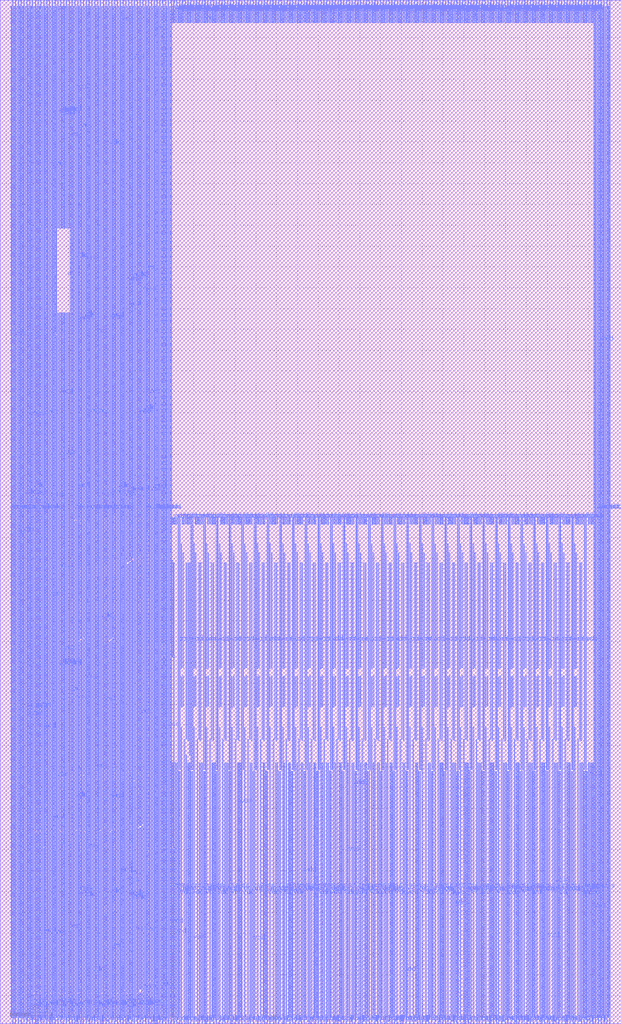
<source format=lef>
VERSION 5.8 ;
BUSBITCHARS "[]" ;
DIVIDERCHAR "/" ;

MACRO sram22_512x32m4w32_test
  CLASS BLOCK ;
  ORIGIN 82.945 243.405 ;
  FOREIGN sram22_512x32m4w32_test -82.945 -243.405 ;
  SIZE 298.49 BY 491.57 ;
  SYMMETRY X Y R90 ;
  PIN vdd
    DIRECTION INOUT ;
    USE POWER ;
    PORT
      LAYER met3 ;
        RECT 207.235 246.76 207.565 247.89 ;
        RECT 207.235 242.595 207.565 242.925 ;
        RECT 207.235 241.235 207.565 241.565 ;
        RECT 207.235 239.875 207.565 240.205 ;
        RECT 207.235 238.515 207.565 238.845 ;
        RECT 207.235 237.155 207.565 237.485 ;
        RECT 207.235 -0.845 207.565 -0.515 ;
        RECT 207.235 -2.205 207.565 -1.875 ;
        RECT 207.235 -3.565 207.565 -3.235 ;
        RECT 207.235 -4.925 207.565 -4.595 ;
        RECT 207.235 -6.285 207.565 -5.955 ;
        RECT 207.235 -7.645 207.565 -7.315 ;
        RECT 207.235 -9.005 207.565 -8.675 ;
        RECT 207.235 -10.365 207.565 -10.035 ;
        RECT 207.235 -11.725 207.565 -11.395 ;
        RECT 207.235 -13.085 207.565 -12.755 ;
        RECT 207.235 -14.445 207.565 -14.115 ;
        RECT 207.235 -15.805 207.565 -15.475 ;
        RECT 207.235 -17.165 207.565 -16.835 ;
        RECT 207.235 -18.525 207.565 -18.195 ;
        RECT 207.235 -19.885 207.565 -19.555 ;
        RECT 207.235 -21.245 207.565 -20.915 ;
        RECT 207.235 -22.605 207.565 -22.275 ;
        RECT 207.235 -23.965 207.565 -23.635 ;
        RECT 207.235 -25.325 207.565 -24.995 ;
        RECT 207.235 -26.685 207.565 -26.355 ;
        RECT 207.235 -28.045 207.565 -27.715 ;
        RECT 207.235 -29.405 207.565 -29.075 ;
        RECT 207.235 -30.765 207.565 -30.435 ;
        RECT 207.235 -32.125 207.565 -31.795 ;
        RECT 207.235 -33.485 207.565 -33.155 ;
        RECT 207.235 -34.845 207.565 -34.515 ;
        RECT 207.235 -36.205 207.565 -35.875 ;
        RECT 207.235 -37.565 207.565 -37.235 ;
        RECT 207.235 -38.925 207.565 -38.595 ;
        RECT 207.235 -40.285 207.565 -39.955 ;
        RECT 207.235 -41.645 207.565 -41.315 ;
        RECT 207.235 -43.005 207.565 -42.675 ;
        RECT 207.235 -44.365 207.565 -44.035 ;
        RECT 207.235 -45.725 207.565 -45.395 ;
        RECT 207.235 -47.085 207.565 -46.755 ;
        RECT 207.235 -48.445 207.565 -48.115 ;
        RECT 207.235 -49.805 207.565 -49.475 ;
        RECT 207.235 -51.165 207.565 -50.835 ;
        RECT 207.235 -52.525 207.565 -52.195 ;
        RECT 207.235 -53.885 207.565 -53.555 ;
        RECT 207.235 -55.245 207.565 -54.915 ;
        RECT 207.235 -56.605 207.565 -56.275 ;
        RECT 207.235 -57.965 207.565 -57.635 ;
        RECT 207.235 -59.325 207.565 -58.995 ;
        RECT 207.235 -60.685 207.565 -60.355 ;
        RECT 207.235 -62.045 207.565 -61.715 ;
        RECT 207.235 -63.405 207.565 -63.075 ;
        RECT 207.235 -64.765 207.565 -64.435 ;
        RECT 207.235 -66.125 207.565 -65.795 ;
        RECT 207.235 -67.485 207.565 -67.155 ;
        RECT 207.235 -68.845 207.565 -68.515 ;
        RECT 207.235 -70.205 207.565 -69.875 ;
        RECT 207.235 -71.565 207.565 -71.235 ;
        RECT 207.235 -72.925 207.565 -72.595 ;
        RECT 207.235 -74.285 207.565 -73.955 ;
        RECT 207.235 -75.645 207.565 -75.315 ;
        RECT 207.235 -77.005 207.565 -76.675 ;
        RECT 207.235 -78.365 207.565 -78.035 ;
        RECT 207.235 -79.725 207.565 -79.395 ;
        RECT 207.235 -81.085 207.565 -80.755 ;
        RECT 207.235 -82.445 207.565 -82.115 ;
        RECT 207.235 -83.805 207.565 -83.475 ;
        RECT 207.235 -85.165 207.565 -84.835 ;
        RECT 207.235 -86.525 207.565 -86.195 ;
        RECT 207.235 -87.885 207.565 -87.555 ;
        RECT 207.235 -89.245 207.565 -88.915 ;
        RECT 207.235 -90.605 207.565 -90.275 ;
        RECT 207.235 -91.965 207.565 -91.635 ;
        RECT 207.235 -93.325 207.565 -92.995 ;
        RECT 207.235 -94.685 207.565 -94.355 ;
        RECT 207.235 -96.045 207.565 -95.715 ;
        RECT 207.235 -97.405 207.565 -97.075 ;
        RECT 207.235 -98.765 207.565 -98.435 ;
        RECT 207.235 -100.125 207.565 -99.795 ;
        RECT 207.235 -101.485 207.565 -101.155 ;
        RECT 207.235 -102.845 207.565 -102.515 ;
        RECT 207.235 -104.205 207.565 -103.875 ;
        RECT 207.235 -105.565 207.565 -105.235 ;
        RECT 207.235 -106.925 207.565 -106.595 ;
        RECT 207.235 -108.285 207.565 -107.955 ;
        RECT 207.235 -109.645 207.565 -109.315 ;
        RECT 207.235 -111.005 207.565 -110.675 ;
        RECT 207.235 -112.365 207.565 -112.035 ;
        RECT 207.235 -113.725 207.565 -113.395 ;
        RECT 207.235 -115.085 207.565 -114.755 ;
        RECT 207.235 -116.445 207.565 -116.115 ;
        RECT 207.235 -117.805 207.565 -117.475 ;
        RECT 207.235 -119.165 207.565 -118.835 ;
        RECT 207.235 -120.525 207.565 -120.195 ;
        RECT 207.235 -121.885 207.565 -121.555 ;
        RECT 207.235 -123.245 207.565 -122.915 ;
        RECT 207.235 -124.605 207.565 -124.275 ;
        RECT 207.235 -125.965 207.565 -125.635 ;
        RECT 207.235 -127.325 207.565 -126.995 ;
        RECT 207.235 -128.685 207.565 -128.355 ;
        RECT 207.235 -130.045 207.565 -129.715 ;
        RECT 207.235 -131.405 207.565 -131.075 ;
        RECT 207.235 -132.765 207.565 -132.435 ;
        RECT 207.235 -134.125 207.565 -133.795 ;
        RECT 207.235 -135.485 207.565 -135.155 ;
        RECT 207.235 -136.845 207.565 -136.515 ;
        RECT 207.235 -138.205 207.565 -137.875 ;
        RECT 207.235 -139.565 207.565 -139.235 ;
        RECT 207.235 -140.925 207.565 -140.595 ;
        RECT 207.235 -142.285 207.565 -141.955 ;
        RECT 207.235 -143.645 207.565 -143.315 ;
        RECT 207.235 -145.005 207.565 -144.675 ;
        RECT 207.235 -146.365 207.565 -146.035 ;
        RECT 207.235 -147.725 207.565 -147.395 ;
        RECT 207.235 -149.085 207.565 -148.755 ;
        RECT 207.235 -150.445 207.565 -150.115 ;
        RECT 207.235 -151.805 207.565 -151.475 ;
        RECT 207.235 -153.165 207.565 -152.835 ;
        RECT 207.235 -154.525 207.565 -154.195 ;
        RECT 207.235 -155.885 207.565 -155.555 ;
        RECT 207.235 -157.245 207.565 -156.915 ;
        RECT 207.235 -158.605 207.565 -158.275 ;
        RECT 207.235 -159.965 207.565 -159.635 ;
        RECT 207.235 -161.325 207.565 -160.995 ;
        RECT 207.235 -162.685 207.565 -162.355 ;
        RECT 207.235 -164.045 207.565 -163.715 ;
        RECT 207.235 -165.405 207.565 -165.075 ;
        RECT 207.235 -166.765 207.565 -166.435 ;
        RECT 207.235 -168.125 207.565 -167.795 ;
        RECT 207.235 -169.485 207.565 -169.155 ;
        RECT 207.235 -170.845 207.565 -170.515 ;
        RECT 207.235 -172.205 207.565 -171.875 ;
        RECT 207.235 -173.565 207.565 -173.235 ;
        RECT 207.235 -174.925 207.565 -174.595 ;
        RECT 207.235 -176.285 207.565 -175.955 ;
        RECT 207.235 -177.645 207.565 -177.315 ;
        RECT 207.235 -179.005 207.565 -178.675 ;
        RECT 207.235 -180.365 207.565 -180.035 ;
        RECT 207.235 -181.725 207.565 -181.395 ;
        RECT 207.235 -183.085 207.565 -182.755 ;
        RECT 207.235 -184.445 207.565 -184.115 ;
        RECT 207.235 -185.805 207.565 -185.475 ;
        RECT 207.235 -187.165 207.565 -186.835 ;
        RECT 207.235 -188.525 207.565 -188.195 ;
        RECT 207.235 -189.885 207.565 -189.555 ;
        RECT 207.235 -191.245 207.565 -190.915 ;
        RECT 207.235 -192.605 207.565 -192.275 ;
        RECT 207.235 -193.965 207.565 -193.635 ;
        RECT 207.235 -195.325 207.565 -194.995 ;
        RECT 207.235 -196.685 207.565 -196.355 ;
        RECT 207.235 -198.045 207.565 -197.715 ;
        RECT 207.235 -199.405 207.565 -199.075 ;
        RECT 207.235 -200.765 207.565 -200.435 ;
        RECT 207.235 -202.125 207.565 -201.795 ;
        RECT 207.235 -203.485 207.565 -203.155 ;
        RECT 207.235 -204.845 207.565 -204.515 ;
        RECT 207.235 -206.205 207.565 -205.875 ;
        RECT 207.235 -207.565 207.565 -207.235 ;
        RECT 207.235 -208.925 207.565 -208.595 ;
        RECT 207.235 -210.285 207.565 -209.955 ;
        RECT 207.235 -211.645 207.565 -211.315 ;
        RECT 207.235 -213.005 207.565 -212.675 ;
        RECT 207.235 -214.365 207.565 -214.035 ;
        RECT 207.235 -215.725 207.565 -215.395 ;
        RECT 207.235 -217.085 207.565 -216.755 ;
        RECT 207.235 -218.445 207.565 -218.115 ;
        RECT 207.235 -219.805 207.565 -219.475 ;
        RECT 207.235 -221.165 207.565 -220.835 ;
        RECT 207.235 -222.525 207.565 -222.195 ;
        RECT 207.235 -223.885 207.565 -223.555 ;
        RECT 207.235 -225.245 207.565 -224.915 ;
        RECT 207.235 -226.605 207.565 -226.275 ;
        RECT 207.235 -227.965 207.565 -227.635 ;
        RECT 207.235 -229.325 207.565 -228.995 ;
        RECT 207.235 -230.685 207.565 -230.355 ;
        RECT 207.235 -232.045 207.565 -231.715 ;
        RECT 207.235 -233.405 207.565 -233.075 ;
        RECT 207.235 -234.765 207.565 -234.435 ;
        RECT 207.235 -236.125 207.565 -235.795 ;
        RECT 207.235 -237.485 207.565 -237.155 ;
        RECT 207.235 -243.13 207.565 -242 ;
        RECT 207.24 -243.245 207.56 248.005 ;
    END
    PORT
      LAYER met3 ;
        RECT 208.595 246.76 208.925 247.89 ;
        RECT 208.595 242.595 208.925 242.925 ;
        RECT 208.595 241.235 208.925 241.565 ;
        RECT 208.595 239.875 208.925 240.205 ;
        RECT 208.595 238.515 208.925 238.845 ;
        RECT 208.595 237.155 208.925 237.485 ;
        RECT 208.595 235.795 208.925 236.125 ;
        RECT 208.595 234.435 208.925 234.765 ;
        RECT 208.595 233.075 208.925 233.405 ;
        RECT 208.595 231.715 208.925 232.045 ;
        RECT 208.595 230.355 208.925 230.685 ;
        RECT 208.595 228.995 208.925 229.325 ;
        RECT 208.595 227.635 208.925 227.965 ;
        RECT 208.595 226.275 208.925 226.605 ;
        RECT 208.595 224.915 208.925 225.245 ;
        RECT 208.595 223.555 208.925 223.885 ;
        RECT 208.595 222.195 208.925 222.525 ;
        RECT 208.595 220.835 208.925 221.165 ;
        RECT 208.595 219.475 208.925 219.805 ;
        RECT 208.595 218.115 208.925 218.445 ;
        RECT 208.595 216.755 208.925 217.085 ;
        RECT 208.595 215.395 208.925 215.725 ;
        RECT 208.595 214.035 208.925 214.365 ;
        RECT 208.595 212.675 208.925 213.005 ;
        RECT 208.595 211.315 208.925 211.645 ;
        RECT 208.595 209.955 208.925 210.285 ;
        RECT 208.595 208.595 208.925 208.925 ;
        RECT 208.595 207.235 208.925 207.565 ;
        RECT 208.595 205.875 208.925 206.205 ;
        RECT 208.595 204.515 208.925 204.845 ;
        RECT 208.595 203.155 208.925 203.485 ;
        RECT 208.595 201.795 208.925 202.125 ;
        RECT 208.595 200.435 208.925 200.765 ;
        RECT 208.595 199.075 208.925 199.405 ;
        RECT 208.595 197.715 208.925 198.045 ;
        RECT 208.595 196.355 208.925 196.685 ;
        RECT 208.595 194.995 208.925 195.325 ;
        RECT 208.595 193.635 208.925 193.965 ;
        RECT 208.595 192.275 208.925 192.605 ;
        RECT 208.595 190.915 208.925 191.245 ;
        RECT 208.595 189.555 208.925 189.885 ;
        RECT 208.595 188.195 208.925 188.525 ;
        RECT 208.595 186.835 208.925 187.165 ;
        RECT 208.595 185.475 208.925 185.805 ;
        RECT 208.595 184.115 208.925 184.445 ;
        RECT 208.595 182.755 208.925 183.085 ;
        RECT 208.595 181.395 208.925 181.725 ;
        RECT 208.595 180.035 208.925 180.365 ;
        RECT 208.595 178.675 208.925 179.005 ;
        RECT 208.595 177.315 208.925 177.645 ;
        RECT 208.595 175.955 208.925 176.285 ;
        RECT 208.595 174.595 208.925 174.925 ;
        RECT 208.595 173.235 208.925 173.565 ;
        RECT 208.595 171.875 208.925 172.205 ;
        RECT 208.595 170.515 208.925 170.845 ;
        RECT 208.595 169.155 208.925 169.485 ;
        RECT 208.595 167.795 208.925 168.125 ;
        RECT 208.595 166.435 208.925 166.765 ;
        RECT 208.595 165.075 208.925 165.405 ;
        RECT 208.595 163.715 208.925 164.045 ;
        RECT 208.595 162.355 208.925 162.685 ;
        RECT 208.595 160.995 208.925 161.325 ;
        RECT 208.595 159.635 208.925 159.965 ;
        RECT 208.595 158.275 208.925 158.605 ;
        RECT 208.595 156.915 208.925 157.245 ;
        RECT 208.595 155.555 208.925 155.885 ;
        RECT 208.595 154.195 208.925 154.525 ;
        RECT 208.595 152.835 208.925 153.165 ;
        RECT 208.595 151.475 208.925 151.805 ;
        RECT 208.595 150.115 208.925 150.445 ;
        RECT 208.595 148.755 208.925 149.085 ;
        RECT 208.595 147.395 208.925 147.725 ;
        RECT 208.595 146.035 208.925 146.365 ;
        RECT 208.595 144.675 208.925 145.005 ;
        RECT 208.595 143.315 208.925 143.645 ;
        RECT 208.595 141.955 208.925 142.285 ;
        RECT 208.595 140.595 208.925 140.925 ;
        RECT 208.595 139.235 208.925 139.565 ;
        RECT 208.595 137.875 208.925 138.205 ;
        RECT 208.595 136.515 208.925 136.845 ;
        RECT 208.595 135.155 208.925 135.485 ;
        RECT 208.595 133.795 208.925 134.125 ;
        RECT 208.595 132.435 208.925 132.765 ;
        RECT 208.595 131.075 208.925 131.405 ;
        RECT 208.595 129.715 208.925 130.045 ;
        RECT 208.595 128.355 208.925 128.685 ;
        RECT 208.595 126.995 208.925 127.325 ;
        RECT 208.595 125.635 208.925 125.965 ;
        RECT 208.595 124.275 208.925 124.605 ;
        RECT 208.595 122.915 208.925 123.245 ;
        RECT 208.595 121.555 208.925 121.885 ;
        RECT 208.595 120.195 208.925 120.525 ;
        RECT 208.595 118.835 208.925 119.165 ;
        RECT 208.595 117.475 208.925 117.805 ;
        RECT 208.595 116.115 208.925 116.445 ;
        RECT 208.595 114.755 208.925 115.085 ;
        RECT 208.595 113.395 208.925 113.725 ;
        RECT 208.595 112.035 208.925 112.365 ;
        RECT 208.595 110.675 208.925 111.005 ;
        RECT 208.595 109.315 208.925 109.645 ;
        RECT 208.595 107.955 208.925 108.285 ;
        RECT 208.595 106.595 208.925 106.925 ;
        RECT 208.595 105.235 208.925 105.565 ;
        RECT 208.595 103.875 208.925 104.205 ;
        RECT 208.595 102.515 208.925 102.845 ;
        RECT 208.595 101.155 208.925 101.485 ;
        RECT 208.595 99.795 208.925 100.125 ;
        RECT 208.595 98.435 208.925 98.765 ;
        RECT 208.595 97.075 208.925 97.405 ;
        RECT 208.595 95.715 208.925 96.045 ;
        RECT 208.595 94.355 208.925 94.685 ;
        RECT 208.595 92.995 208.925 93.325 ;
        RECT 208.595 91.635 208.925 91.965 ;
        RECT 208.595 90.275 208.925 90.605 ;
        RECT 208.595 88.915 208.925 89.245 ;
        RECT 208.595 87.555 208.925 87.885 ;
        RECT 208.595 86.195 208.925 86.525 ;
        RECT 208.595 84.835 208.925 85.165 ;
        RECT 208.595 83.475 208.925 83.805 ;
        RECT 208.595 82.115 208.925 82.445 ;
        RECT 208.595 80.755 208.925 81.085 ;
        RECT 208.595 79.395 208.925 79.725 ;
        RECT 208.595 78.035 208.925 78.365 ;
        RECT 208.595 76.675 208.925 77.005 ;
        RECT 208.595 75.315 208.925 75.645 ;
        RECT 208.595 73.955 208.925 74.285 ;
        RECT 208.595 72.595 208.925 72.925 ;
        RECT 208.595 71.235 208.925 71.565 ;
        RECT 208.595 69.875 208.925 70.205 ;
        RECT 208.595 68.515 208.925 68.845 ;
        RECT 208.595 67.155 208.925 67.485 ;
        RECT 208.595 65.795 208.925 66.125 ;
        RECT 208.595 64.435 208.925 64.765 ;
        RECT 208.595 63.075 208.925 63.405 ;
        RECT 208.595 61.715 208.925 62.045 ;
        RECT 208.595 60.355 208.925 60.685 ;
        RECT 208.595 58.995 208.925 59.325 ;
        RECT 208.595 57.635 208.925 57.965 ;
        RECT 208.595 56.275 208.925 56.605 ;
        RECT 208.595 54.915 208.925 55.245 ;
        RECT 208.595 53.555 208.925 53.885 ;
        RECT 208.595 52.195 208.925 52.525 ;
        RECT 208.595 50.835 208.925 51.165 ;
        RECT 208.595 49.475 208.925 49.805 ;
        RECT 208.595 48.115 208.925 48.445 ;
        RECT 208.595 46.755 208.925 47.085 ;
        RECT 208.595 45.395 208.925 45.725 ;
        RECT 208.595 44.035 208.925 44.365 ;
        RECT 208.595 42.675 208.925 43.005 ;
        RECT 208.595 41.315 208.925 41.645 ;
        RECT 208.595 39.955 208.925 40.285 ;
        RECT 208.595 38.595 208.925 38.925 ;
        RECT 208.595 37.235 208.925 37.565 ;
        RECT 208.595 35.875 208.925 36.205 ;
        RECT 208.595 34.515 208.925 34.845 ;
        RECT 208.595 33.155 208.925 33.485 ;
        RECT 208.595 31.795 208.925 32.125 ;
        RECT 208.595 30.435 208.925 30.765 ;
        RECT 208.595 29.075 208.925 29.405 ;
        RECT 208.595 27.715 208.925 28.045 ;
        RECT 208.595 26.355 208.925 26.685 ;
        RECT 208.595 24.995 208.925 25.325 ;
        RECT 208.595 23.635 208.925 23.965 ;
        RECT 208.595 22.275 208.925 22.605 ;
        RECT 208.595 20.915 208.925 21.245 ;
        RECT 208.595 19.555 208.925 19.885 ;
        RECT 208.595 18.195 208.925 18.525 ;
        RECT 208.595 16.835 208.925 17.165 ;
        RECT 208.595 15.475 208.925 15.805 ;
        RECT 208.595 14.115 208.925 14.445 ;
        RECT 208.595 12.755 208.925 13.085 ;
        RECT 208.595 11.395 208.925 11.725 ;
        RECT 208.595 10.035 208.925 10.365 ;
        RECT 208.595 8.675 208.925 9.005 ;
        RECT 208.595 7.315 208.925 7.645 ;
        RECT 208.595 5.955 208.925 6.285 ;
        RECT 208.595 4.595 208.925 4.925 ;
        RECT 208.595 3.235 208.925 3.565 ;
        RECT 208.595 1.875 208.925 2.205 ;
        RECT 208.595 0.515 208.925 0.845 ;
        RECT 208.595 -0.845 208.925 -0.515 ;
        RECT 208.595 -2.205 208.925 -1.875 ;
        RECT 208.595 -3.565 208.925 -3.235 ;
        RECT 208.595 -4.925 208.925 -4.595 ;
        RECT 208.595 -6.285 208.925 -5.955 ;
        RECT 208.595 -7.645 208.925 -7.315 ;
        RECT 208.595 -9.005 208.925 -8.675 ;
        RECT 208.595 -10.365 208.925 -10.035 ;
        RECT 208.595 -11.725 208.925 -11.395 ;
        RECT 208.595 -13.085 208.925 -12.755 ;
        RECT 208.595 -14.445 208.925 -14.115 ;
        RECT 208.595 -15.805 208.925 -15.475 ;
        RECT 208.595 -17.165 208.925 -16.835 ;
        RECT 208.595 -18.525 208.925 -18.195 ;
        RECT 208.595 -19.885 208.925 -19.555 ;
        RECT 208.595 -21.245 208.925 -20.915 ;
        RECT 208.595 -22.605 208.925 -22.275 ;
        RECT 208.595 -23.965 208.925 -23.635 ;
        RECT 208.595 -25.325 208.925 -24.995 ;
        RECT 208.595 -26.685 208.925 -26.355 ;
        RECT 208.595 -28.045 208.925 -27.715 ;
        RECT 208.595 -29.405 208.925 -29.075 ;
        RECT 208.595 -30.765 208.925 -30.435 ;
        RECT 208.595 -32.125 208.925 -31.795 ;
        RECT 208.595 -33.485 208.925 -33.155 ;
        RECT 208.595 -34.845 208.925 -34.515 ;
        RECT 208.595 -36.205 208.925 -35.875 ;
        RECT 208.595 -37.565 208.925 -37.235 ;
        RECT 208.595 -38.925 208.925 -38.595 ;
        RECT 208.595 -40.285 208.925 -39.955 ;
        RECT 208.595 -41.645 208.925 -41.315 ;
        RECT 208.595 -43.005 208.925 -42.675 ;
        RECT 208.595 -44.365 208.925 -44.035 ;
        RECT 208.595 -45.725 208.925 -45.395 ;
        RECT 208.595 -47.085 208.925 -46.755 ;
        RECT 208.595 -48.445 208.925 -48.115 ;
        RECT 208.595 -49.805 208.925 -49.475 ;
        RECT 208.595 -51.165 208.925 -50.835 ;
        RECT 208.595 -52.525 208.925 -52.195 ;
        RECT 208.595 -53.885 208.925 -53.555 ;
        RECT 208.595 -55.245 208.925 -54.915 ;
        RECT 208.595 -56.605 208.925 -56.275 ;
        RECT 208.595 -57.965 208.925 -57.635 ;
        RECT 208.595 -59.325 208.925 -58.995 ;
        RECT 208.595 -60.685 208.925 -60.355 ;
        RECT 208.595 -62.045 208.925 -61.715 ;
        RECT 208.595 -63.405 208.925 -63.075 ;
        RECT 208.595 -64.765 208.925 -64.435 ;
        RECT 208.595 -66.125 208.925 -65.795 ;
        RECT 208.595 -67.485 208.925 -67.155 ;
        RECT 208.595 -68.845 208.925 -68.515 ;
        RECT 208.595 -70.205 208.925 -69.875 ;
        RECT 208.595 -71.565 208.925 -71.235 ;
        RECT 208.595 -72.925 208.925 -72.595 ;
        RECT 208.595 -74.285 208.925 -73.955 ;
        RECT 208.595 -75.645 208.925 -75.315 ;
        RECT 208.595 -77.005 208.925 -76.675 ;
        RECT 208.595 -78.365 208.925 -78.035 ;
        RECT 208.595 -79.725 208.925 -79.395 ;
        RECT 208.595 -81.085 208.925 -80.755 ;
        RECT 208.595 -82.445 208.925 -82.115 ;
        RECT 208.595 -83.805 208.925 -83.475 ;
        RECT 208.595 -85.165 208.925 -84.835 ;
        RECT 208.595 -86.525 208.925 -86.195 ;
        RECT 208.595 -87.885 208.925 -87.555 ;
        RECT 208.595 -89.245 208.925 -88.915 ;
        RECT 208.595 -90.605 208.925 -90.275 ;
        RECT 208.595 -91.965 208.925 -91.635 ;
        RECT 208.595 -93.325 208.925 -92.995 ;
        RECT 208.595 -94.685 208.925 -94.355 ;
        RECT 208.595 -96.045 208.925 -95.715 ;
        RECT 208.595 -97.405 208.925 -97.075 ;
        RECT 208.595 -98.765 208.925 -98.435 ;
        RECT 208.595 -100.125 208.925 -99.795 ;
        RECT 208.595 -101.485 208.925 -101.155 ;
        RECT 208.595 -102.845 208.925 -102.515 ;
        RECT 208.595 -104.205 208.925 -103.875 ;
        RECT 208.595 -105.565 208.925 -105.235 ;
        RECT 208.595 -106.925 208.925 -106.595 ;
        RECT 208.595 -108.285 208.925 -107.955 ;
        RECT 208.595 -109.645 208.925 -109.315 ;
        RECT 208.595 -111.005 208.925 -110.675 ;
        RECT 208.595 -112.365 208.925 -112.035 ;
        RECT 208.595 -113.725 208.925 -113.395 ;
        RECT 208.595 -115.085 208.925 -114.755 ;
        RECT 208.595 -116.445 208.925 -116.115 ;
        RECT 208.595 -117.805 208.925 -117.475 ;
        RECT 208.595 -119.165 208.925 -118.835 ;
        RECT 208.595 -120.525 208.925 -120.195 ;
        RECT 208.595 -121.885 208.925 -121.555 ;
        RECT 208.595 -123.245 208.925 -122.915 ;
        RECT 208.595 -124.605 208.925 -124.275 ;
        RECT 208.595 -125.965 208.925 -125.635 ;
        RECT 208.595 -127.325 208.925 -126.995 ;
        RECT 208.595 -128.685 208.925 -128.355 ;
        RECT 208.595 -130.045 208.925 -129.715 ;
        RECT 208.595 -131.405 208.925 -131.075 ;
        RECT 208.595 -132.765 208.925 -132.435 ;
        RECT 208.595 -134.125 208.925 -133.795 ;
        RECT 208.595 -135.485 208.925 -135.155 ;
        RECT 208.595 -136.845 208.925 -136.515 ;
        RECT 208.595 -138.205 208.925 -137.875 ;
        RECT 208.595 -139.565 208.925 -139.235 ;
        RECT 208.595 -140.925 208.925 -140.595 ;
        RECT 208.595 -142.285 208.925 -141.955 ;
        RECT 208.595 -143.645 208.925 -143.315 ;
        RECT 208.595 -145.005 208.925 -144.675 ;
        RECT 208.595 -146.365 208.925 -146.035 ;
        RECT 208.595 -147.725 208.925 -147.395 ;
        RECT 208.595 -149.085 208.925 -148.755 ;
        RECT 208.595 -150.445 208.925 -150.115 ;
        RECT 208.595 -151.805 208.925 -151.475 ;
        RECT 208.595 -153.165 208.925 -152.835 ;
        RECT 208.595 -154.525 208.925 -154.195 ;
        RECT 208.595 -155.885 208.925 -155.555 ;
        RECT 208.595 -157.245 208.925 -156.915 ;
        RECT 208.595 -158.605 208.925 -158.275 ;
        RECT 208.595 -159.965 208.925 -159.635 ;
        RECT 208.595 -161.325 208.925 -160.995 ;
        RECT 208.595 -162.685 208.925 -162.355 ;
        RECT 208.595 -164.045 208.925 -163.715 ;
        RECT 208.595 -165.405 208.925 -165.075 ;
        RECT 208.595 -166.765 208.925 -166.435 ;
        RECT 208.595 -168.125 208.925 -167.795 ;
        RECT 208.595 -169.485 208.925 -169.155 ;
        RECT 208.595 -170.845 208.925 -170.515 ;
        RECT 208.595 -172.205 208.925 -171.875 ;
        RECT 208.595 -173.565 208.925 -173.235 ;
        RECT 208.595 -174.925 208.925 -174.595 ;
        RECT 208.595 -176.285 208.925 -175.955 ;
        RECT 208.595 -177.645 208.925 -177.315 ;
        RECT 208.595 -179.005 208.925 -178.675 ;
        RECT 208.595 -180.365 208.925 -180.035 ;
        RECT 208.595 -181.725 208.925 -181.395 ;
        RECT 208.595 -183.085 208.925 -182.755 ;
        RECT 208.595 -184.445 208.925 -184.115 ;
        RECT 208.595 -185.805 208.925 -185.475 ;
        RECT 208.595 -187.165 208.925 -186.835 ;
        RECT 208.595 -188.525 208.925 -188.195 ;
        RECT 208.595 -189.885 208.925 -189.555 ;
        RECT 208.595 -191.245 208.925 -190.915 ;
        RECT 208.595 -192.605 208.925 -192.275 ;
        RECT 208.595 -193.965 208.925 -193.635 ;
        RECT 208.595 -195.325 208.925 -194.995 ;
        RECT 208.595 -196.685 208.925 -196.355 ;
        RECT 208.595 -198.045 208.925 -197.715 ;
        RECT 208.595 -199.405 208.925 -199.075 ;
        RECT 208.595 -200.765 208.925 -200.435 ;
        RECT 208.595 -202.125 208.925 -201.795 ;
        RECT 208.595 -203.485 208.925 -203.155 ;
        RECT 208.595 -204.845 208.925 -204.515 ;
        RECT 208.595 -206.205 208.925 -205.875 ;
        RECT 208.595 -207.565 208.925 -207.235 ;
        RECT 208.595 -208.925 208.925 -208.595 ;
        RECT 208.595 -210.285 208.925 -209.955 ;
        RECT 208.595 -211.645 208.925 -211.315 ;
        RECT 208.595 -213.005 208.925 -212.675 ;
        RECT 208.595 -214.365 208.925 -214.035 ;
        RECT 208.595 -215.725 208.925 -215.395 ;
        RECT 208.595 -217.085 208.925 -216.755 ;
        RECT 208.595 -218.445 208.925 -218.115 ;
        RECT 208.595 -219.805 208.925 -219.475 ;
        RECT 208.595 -221.165 208.925 -220.835 ;
        RECT 208.595 -222.525 208.925 -222.195 ;
        RECT 208.595 -223.885 208.925 -223.555 ;
        RECT 208.595 -225.245 208.925 -224.915 ;
        RECT 208.595 -226.605 208.925 -226.275 ;
        RECT 208.595 -227.965 208.925 -227.635 ;
        RECT 208.595 -229.325 208.925 -228.995 ;
        RECT 208.595 -230.685 208.925 -230.355 ;
        RECT 208.595 -232.045 208.925 -231.715 ;
        RECT 208.595 -233.405 208.925 -233.075 ;
        RECT 208.595 -234.765 208.925 -234.435 ;
        RECT 208.595 -236.125 208.925 -235.795 ;
        RECT 208.595 -237.485 208.925 -237.155 ;
        RECT 208.595 -243.13 208.925 -242 ;
        RECT 208.6 -243.245 208.92 248.005 ;
    END
    PORT
      LAYER met3 ;
        RECT 209.955 246.76 210.285 247.89 ;
        RECT 209.955 242.595 210.285 242.925 ;
        RECT 209.955 241.235 210.285 241.565 ;
        RECT 209.955 239.875 210.285 240.205 ;
        RECT 209.955 238.515 210.285 238.845 ;
        RECT 209.955 237.155 210.285 237.485 ;
        RECT 209.955 235.795 210.285 236.125 ;
        RECT 209.955 234.435 210.285 234.765 ;
        RECT 209.955 233.075 210.285 233.405 ;
        RECT 209.955 231.715 210.285 232.045 ;
        RECT 209.955 230.355 210.285 230.685 ;
        RECT 209.955 228.995 210.285 229.325 ;
        RECT 209.955 227.635 210.285 227.965 ;
        RECT 209.955 226.275 210.285 226.605 ;
        RECT 209.955 224.915 210.285 225.245 ;
        RECT 209.955 223.555 210.285 223.885 ;
        RECT 209.955 222.195 210.285 222.525 ;
        RECT 209.955 220.835 210.285 221.165 ;
        RECT 209.955 219.475 210.285 219.805 ;
        RECT 209.955 218.115 210.285 218.445 ;
        RECT 209.955 216.755 210.285 217.085 ;
        RECT 209.955 215.395 210.285 215.725 ;
        RECT 209.955 214.035 210.285 214.365 ;
        RECT 209.955 212.675 210.285 213.005 ;
        RECT 209.955 211.315 210.285 211.645 ;
        RECT 209.955 209.955 210.285 210.285 ;
        RECT 209.955 208.595 210.285 208.925 ;
        RECT 209.955 207.235 210.285 207.565 ;
        RECT 209.955 205.875 210.285 206.205 ;
        RECT 209.955 204.515 210.285 204.845 ;
        RECT 209.955 203.155 210.285 203.485 ;
        RECT 209.955 201.795 210.285 202.125 ;
        RECT 209.955 200.435 210.285 200.765 ;
        RECT 209.955 199.075 210.285 199.405 ;
        RECT 209.955 197.715 210.285 198.045 ;
        RECT 209.955 196.355 210.285 196.685 ;
        RECT 209.955 194.995 210.285 195.325 ;
        RECT 209.955 193.635 210.285 193.965 ;
        RECT 209.955 192.275 210.285 192.605 ;
        RECT 209.955 190.915 210.285 191.245 ;
        RECT 209.955 189.555 210.285 189.885 ;
        RECT 209.955 188.195 210.285 188.525 ;
        RECT 209.955 186.835 210.285 187.165 ;
        RECT 209.955 185.475 210.285 185.805 ;
        RECT 209.955 184.115 210.285 184.445 ;
        RECT 209.955 182.755 210.285 183.085 ;
        RECT 209.955 181.395 210.285 181.725 ;
        RECT 209.955 180.035 210.285 180.365 ;
        RECT 209.955 178.675 210.285 179.005 ;
        RECT 209.955 177.315 210.285 177.645 ;
        RECT 209.955 175.955 210.285 176.285 ;
        RECT 209.955 174.595 210.285 174.925 ;
        RECT 209.955 173.235 210.285 173.565 ;
        RECT 209.955 171.875 210.285 172.205 ;
        RECT 209.955 170.515 210.285 170.845 ;
        RECT 209.955 169.155 210.285 169.485 ;
        RECT 209.955 167.795 210.285 168.125 ;
        RECT 209.955 166.435 210.285 166.765 ;
        RECT 209.955 165.075 210.285 165.405 ;
        RECT 209.955 163.715 210.285 164.045 ;
        RECT 209.955 162.355 210.285 162.685 ;
        RECT 209.955 160.995 210.285 161.325 ;
        RECT 209.955 159.635 210.285 159.965 ;
        RECT 209.955 158.275 210.285 158.605 ;
        RECT 209.955 156.915 210.285 157.245 ;
        RECT 209.955 155.555 210.285 155.885 ;
        RECT 209.955 154.195 210.285 154.525 ;
        RECT 209.955 152.835 210.285 153.165 ;
        RECT 209.955 151.475 210.285 151.805 ;
        RECT 209.955 150.115 210.285 150.445 ;
        RECT 209.955 148.755 210.285 149.085 ;
        RECT 209.955 147.395 210.285 147.725 ;
        RECT 209.955 146.035 210.285 146.365 ;
        RECT 209.955 144.675 210.285 145.005 ;
        RECT 209.955 143.315 210.285 143.645 ;
        RECT 209.955 141.955 210.285 142.285 ;
        RECT 209.955 140.595 210.285 140.925 ;
        RECT 209.955 139.235 210.285 139.565 ;
        RECT 209.955 137.875 210.285 138.205 ;
        RECT 209.955 136.515 210.285 136.845 ;
        RECT 209.955 135.155 210.285 135.485 ;
        RECT 209.955 133.795 210.285 134.125 ;
        RECT 209.955 132.435 210.285 132.765 ;
        RECT 209.955 131.075 210.285 131.405 ;
        RECT 209.955 129.715 210.285 130.045 ;
        RECT 209.955 128.355 210.285 128.685 ;
        RECT 209.955 126.995 210.285 127.325 ;
        RECT 209.955 125.635 210.285 125.965 ;
        RECT 209.955 124.275 210.285 124.605 ;
        RECT 209.955 122.915 210.285 123.245 ;
        RECT 209.955 121.555 210.285 121.885 ;
        RECT 209.955 120.195 210.285 120.525 ;
        RECT 209.955 118.835 210.285 119.165 ;
        RECT 209.955 117.475 210.285 117.805 ;
        RECT 209.955 116.115 210.285 116.445 ;
        RECT 209.955 114.755 210.285 115.085 ;
        RECT 209.955 113.395 210.285 113.725 ;
        RECT 209.955 112.035 210.285 112.365 ;
        RECT 209.955 110.675 210.285 111.005 ;
        RECT 209.955 109.315 210.285 109.645 ;
        RECT 209.955 107.955 210.285 108.285 ;
        RECT 209.955 106.595 210.285 106.925 ;
        RECT 209.955 105.235 210.285 105.565 ;
        RECT 209.955 103.875 210.285 104.205 ;
        RECT 209.955 102.515 210.285 102.845 ;
        RECT 209.955 101.155 210.285 101.485 ;
        RECT 209.955 99.795 210.285 100.125 ;
        RECT 209.955 98.435 210.285 98.765 ;
        RECT 209.955 97.075 210.285 97.405 ;
        RECT 209.955 95.715 210.285 96.045 ;
        RECT 209.955 94.355 210.285 94.685 ;
        RECT 209.955 92.995 210.285 93.325 ;
        RECT 209.955 91.635 210.285 91.965 ;
        RECT 209.955 90.275 210.285 90.605 ;
        RECT 209.955 88.915 210.285 89.245 ;
        RECT 209.955 87.555 210.285 87.885 ;
        RECT 209.955 86.195 210.285 86.525 ;
        RECT 209.955 84.835 210.285 85.165 ;
        RECT 209.955 83.475 210.285 83.805 ;
        RECT 209.955 82.115 210.285 82.445 ;
        RECT 209.955 80.755 210.285 81.085 ;
        RECT 209.955 79.395 210.285 79.725 ;
        RECT 209.955 78.035 210.285 78.365 ;
        RECT 209.955 76.675 210.285 77.005 ;
        RECT 209.955 75.315 210.285 75.645 ;
        RECT 209.955 73.955 210.285 74.285 ;
        RECT 209.955 72.595 210.285 72.925 ;
        RECT 209.955 71.235 210.285 71.565 ;
        RECT 209.955 69.875 210.285 70.205 ;
        RECT 209.955 68.515 210.285 68.845 ;
        RECT 209.955 67.155 210.285 67.485 ;
        RECT 209.955 65.795 210.285 66.125 ;
        RECT 209.955 64.435 210.285 64.765 ;
        RECT 209.955 63.075 210.285 63.405 ;
        RECT 209.955 61.715 210.285 62.045 ;
        RECT 209.955 60.355 210.285 60.685 ;
        RECT 209.955 58.995 210.285 59.325 ;
        RECT 209.955 57.635 210.285 57.965 ;
        RECT 209.955 56.275 210.285 56.605 ;
        RECT 209.955 54.915 210.285 55.245 ;
        RECT 209.955 53.555 210.285 53.885 ;
        RECT 209.955 52.195 210.285 52.525 ;
        RECT 209.955 50.835 210.285 51.165 ;
        RECT 209.955 49.475 210.285 49.805 ;
        RECT 209.955 48.115 210.285 48.445 ;
        RECT 209.955 46.755 210.285 47.085 ;
        RECT 209.955 45.395 210.285 45.725 ;
        RECT 209.955 44.035 210.285 44.365 ;
        RECT 209.955 42.675 210.285 43.005 ;
        RECT 209.955 41.315 210.285 41.645 ;
        RECT 209.955 39.955 210.285 40.285 ;
        RECT 209.955 38.595 210.285 38.925 ;
        RECT 209.955 37.235 210.285 37.565 ;
        RECT 209.955 35.875 210.285 36.205 ;
        RECT 209.955 34.515 210.285 34.845 ;
        RECT 209.955 33.155 210.285 33.485 ;
        RECT 209.955 31.795 210.285 32.125 ;
        RECT 209.955 30.435 210.285 30.765 ;
        RECT 209.955 29.075 210.285 29.405 ;
        RECT 209.955 27.715 210.285 28.045 ;
        RECT 209.955 26.355 210.285 26.685 ;
        RECT 209.955 24.995 210.285 25.325 ;
        RECT 209.955 23.635 210.285 23.965 ;
        RECT 209.955 22.275 210.285 22.605 ;
        RECT 209.955 20.915 210.285 21.245 ;
        RECT 209.955 19.555 210.285 19.885 ;
        RECT 209.955 18.195 210.285 18.525 ;
        RECT 209.955 16.835 210.285 17.165 ;
        RECT 209.955 15.475 210.285 15.805 ;
        RECT 209.955 14.115 210.285 14.445 ;
        RECT 209.955 12.755 210.285 13.085 ;
        RECT 209.955 11.395 210.285 11.725 ;
        RECT 209.955 10.035 210.285 10.365 ;
        RECT 209.955 8.675 210.285 9.005 ;
        RECT 209.955 7.315 210.285 7.645 ;
        RECT 209.955 5.955 210.285 6.285 ;
        RECT 209.955 4.595 210.285 4.925 ;
        RECT 209.955 3.235 210.285 3.565 ;
        RECT 209.955 1.875 210.285 2.205 ;
        RECT 209.955 0.515 210.285 0.845 ;
        RECT 209.955 -0.845 210.285 -0.515 ;
        RECT 209.955 -2.205 210.285 -1.875 ;
        RECT 209.955 -3.565 210.285 -3.235 ;
        RECT 209.955 -4.925 210.285 -4.595 ;
        RECT 209.955 -6.285 210.285 -5.955 ;
        RECT 209.955 -7.645 210.285 -7.315 ;
        RECT 209.955 -9.005 210.285 -8.675 ;
        RECT 209.955 -10.365 210.285 -10.035 ;
        RECT 209.955 -11.725 210.285 -11.395 ;
        RECT 209.955 -13.085 210.285 -12.755 ;
        RECT 209.955 -14.445 210.285 -14.115 ;
        RECT 209.955 -15.805 210.285 -15.475 ;
        RECT 209.955 -17.165 210.285 -16.835 ;
        RECT 209.955 -18.525 210.285 -18.195 ;
        RECT 209.955 -19.885 210.285 -19.555 ;
        RECT 209.955 -21.245 210.285 -20.915 ;
        RECT 209.955 -22.605 210.285 -22.275 ;
        RECT 209.955 -23.965 210.285 -23.635 ;
        RECT 209.955 -25.325 210.285 -24.995 ;
        RECT 209.955 -26.685 210.285 -26.355 ;
        RECT 209.955 -28.045 210.285 -27.715 ;
        RECT 209.955 -29.405 210.285 -29.075 ;
        RECT 209.955 -30.765 210.285 -30.435 ;
        RECT 209.955 -32.125 210.285 -31.795 ;
        RECT 209.955 -33.485 210.285 -33.155 ;
        RECT 209.955 -34.845 210.285 -34.515 ;
        RECT 209.955 -36.205 210.285 -35.875 ;
        RECT 209.955 -37.565 210.285 -37.235 ;
        RECT 209.955 -38.925 210.285 -38.595 ;
        RECT 209.955 -40.285 210.285 -39.955 ;
        RECT 209.955 -41.645 210.285 -41.315 ;
        RECT 209.955 -43.005 210.285 -42.675 ;
        RECT 209.955 -44.365 210.285 -44.035 ;
        RECT 209.955 -45.725 210.285 -45.395 ;
        RECT 209.955 -47.085 210.285 -46.755 ;
        RECT 209.955 -48.445 210.285 -48.115 ;
        RECT 209.955 -49.805 210.285 -49.475 ;
        RECT 209.955 -51.165 210.285 -50.835 ;
        RECT 209.955 -52.525 210.285 -52.195 ;
        RECT 209.955 -53.885 210.285 -53.555 ;
        RECT 209.955 -55.245 210.285 -54.915 ;
        RECT 209.955 -56.605 210.285 -56.275 ;
        RECT 209.955 -57.965 210.285 -57.635 ;
        RECT 209.955 -59.325 210.285 -58.995 ;
        RECT 209.955 -60.685 210.285 -60.355 ;
        RECT 209.955 -62.045 210.285 -61.715 ;
        RECT 209.955 -63.405 210.285 -63.075 ;
        RECT 209.955 -64.765 210.285 -64.435 ;
        RECT 209.955 -66.125 210.285 -65.795 ;
        RECT 209.955 -67.485 210.285 -67.155 ;
        RECT 209.955 -68.845 210.285 -68.515 ;
        RECT 209.955 -70.205 210.285 -69.875 ;
        RECT 209.955 -71.565 210.285 -71.235 ;
        RECT 209.955 -72.925 210.285 -72.595 ;
        RECT 209.955 -74.285 210.285 -73.955 ;
        RECT 209.955 -75.645 210.285 -75.315 ;
        RECT 209.955 -77.005 210.285 -76.675 ;
        RECT 209.955 -78.365 210.285 -78.035 ;
        RECT 209.955 -79.725 210.285 -79.395 ;
        RECT 209.955 -81.085 210.285 -80.755 ;
        RECT 209.955 -82.445 210.285 -82.115 ;
        RECT 209.955 -83.805 210.285 -83.475 ;
        RECT 209.955 -85.165 210.285 -84.835 ;
        RECT 209.955 -86.525 210.285 -86.195 ;
        RECT 209.955 -87.885 210.285 -87.555 ;
        RECT 209.955 -89.245 210.285 -88.915 ;
        RECT 209.955 -90.605 210.285 -90.275 ;
        RECT 209.955 -91.965 210.285 -91.635 ;
        RECT 209.955 -93.325 210.285 -92.995 ;
        RECT 209.955 -94.685 210.285 -94.355 ;
        RECT 209.955 -96.045 210.285 -95.715 ;
        RECT 209.955 -97.405 210.285 -97.075 ;
        RECT 209.955 -98.765 210.285 -98.435 ;
        RECT 209.955 -100.125 210.285 -99.795 ;
        RECT 209.955 -101.485 210.285 -101.155 ;
        RECT 209.955 -102.845 210.285 -102.515 ;
        RECT 209.955 -104.205 210.285 -103.875 ;
        RECT 209.955 -105.565 210.285 -105.235 ;
        RECT 209.955 -106.925 210.285 -106.595 ;
        RECT 209.955 -108.285 210.285 -107.955 ;
        RECT 209.955 -109.645 210.285 -109.315 ;
        RECT 209.955 -111.005 210.285 -110.675 ;
        RECT 209.955 -112.365 210.285 -112.035 ;
        RECT 209.955 -113.725 210.285 -113.395 ;
        RECT 209.955 -115.085 210.285 -114.755 ;
        RECT 209.955 -116.445 210.285 -116.115 ;
        RECT 209.955 -117.805 210.285 -117.475 ;
        RECT 209.955 -119.165 210.285 -118.835 ;
        RECT 209.955 -120.525 210.285 -120.195 ;
        RECT 209.955 -121.885 210.285 -121.555 ;
        RECT 209.955 -123.245 210.285 -122.915 ;
        RECT 209.955 -124.605 210.285 -124.275 ;
        RECT 209.955 -125.965 210.285 -125.635 ;
        RECT 209.955 -127.325 210.285 -126.995 ;
        RECT 209.955 -128.685 210.285 -128.355 ;
        RECT 209.955 -130.045 210.285 -129.715 ;
        RECT 209.955 -131.405 210.285 -131.075 ;
        RECT 209.955 -132.765 210.285 -132.435 ;
        RECT 209.955 -134.125 210.285 -133.795 ;
        RECT 209.955 -135.485 210.285 -135.155 ;
        RECT 209.955 -136.845 210.285 -136.515 ;
        RECT 209.955 -138.205 210.285 -137.875 ;
        RECT 209.955 -139.565 210.285 -139.235 ;
        RECT 209.955 -140.925 210.285 -140.595 ;
        RECT 209.955 -142.285 210.285 -141.955 ;
        RECT 209.955 -143.645 210.285 -143.315 ;
        RECT 209.955 -145.005 210.285 -144.675 ;
        RECT 209.955 -146.365 210.285 -146.035 ;
        RECT 209.955 -147.725 210.285 -147.395 ;
        RECT 209.955 -149.085 210.285 -148.755 ;
        RECT 209.955 -150.445 210.285 -150.115 ;
        RECT 209.955 -151.805 210.285 -151.475 ;
        RECT 209.955 -153.165 210.285 -152.835 ;
        RECT 209.955 -154.525 210.285 -154.195 ;
        RECT 209.955 -155.885 210.285 -155.555 ;
        RECT 209.955 -157.245 210.285 -156.915 ;
        RECT 209.955 -158.605 210.285 -158.275 ;
        RECT 209.955 -159.965 210.285 -159.635 ;
        RECT 209.955 -161.325 210.285 -160.995 ;
        RECT 209.955 -162.685 210.285 -162.355 ;
        RECT 209.955 -164.045 210.285 -163.715 ;
        RECT 209.955 -165.405 210.285 -165.075 ;
        RECT 209.955 -166.765 210.285 -166.435 ;
        RECT 209.955 -168.125 210.285 -167.795 ;
        RECT 209.955 -169.485 210.285 -169.155 ;
        RECT 209.955 -170.845 210.285 -170.515 ;
        RECT 209.955 -172.205 210.285 -171.875 ;
        RECT 209.955 -173.565 210.285 -173.235 ;
        RECT 209.955 -174.925 210.285 -174.595 ;
        RECT 209.955 -176.285 210.285 -175.955 ;
        RECT 209.955 -177.645 210.285 -177.315 ;
        RECT 209.955 -179.005 210.285 -178.675 ;
        RECT 209.955 -180.365 210.285 -180.035 ;
        RECT 209.955 -181.725 210.285 -181.395 ;
        RECT 209.955 -183.085 210.285 -182.755 ;
        RECT 209.955 -184.445 210.285 -184.115 ;
        RECT 209.955 -185.805 210.285 -185.475 ;
        RECT 209.955 -187.165 210.285 -186.835 ;
        RECT 209.955 -188.525 210.285 -188.195 ;
        RECT 209.955 -189.885 210.285 -189.555 ;
        RECT 209.955 -191.245 210.285 -190.915 ;
        RECT 209.955 -192.605 210.285 -192.275 ;
        RECT 209.955 -193.965 210.285 -193.635 ;
        RECT 209.955 -195.325 210.285 -194.995 ;
        RECT 209.955 -196.685 210.285 -196.355 ;
        RECT 209.955 -198.045 210.285 -197.715 ;
        RECT 209.955 -199.405 210.285 -199.075 ;
        RECT 209.955 -200.765 210.285 -200.435 ;
        RECT 209.955 -202.125 210.285 -201.795 ;
        RECT 209.955 -203.485 210.285 -203.155 ;
        RECT 209.955 -204.845 210.285 -204.515 ;
        RECT 209.955 -206.205 210.285 -205.875 ;
        RECT 209.955 -207.565 210.285 -207.235 ;
        RECT 209.955 -208.925 210.285 -208.595 ;
        RECT 209.955 -210.285 210.285 -209.955 ;
        RECT 209.955 -211.645 210.285 -211.315 ;
        RECT 209.955 -213.005 210.285 -212.675 ;
        RECT 209.955 -214.365 210.285 -214.035 ;
        RECT 209.955 -215.725 210.285 -215.395 ;
        RECT 209.955 -217.085 210.285 -216.755 ;
        RECT 209.955 -218.445 210.285 -218.115 ;
        RECT 209.955 -219.805 210.285 -219.475 ;
        RECT 209.955 -221.165 210.285 -220.835 ;
        RECT 209.955 -222.525 210.285 -222.195 ;
        RECT 209.955 -223.885 210.285 -223.555 ;
        RECT 209.955 -225.245 210.285 -224.915 ;
        RECT 209.955 -226.605 210.285 -226.275 ;
        RECT 209.955 -227.965 210.285 -227.635 ;
        RECT 209.955 -229.325 210.285 -228.995 ;
        RECT 209.955 -230.685 210.285 -230.355 ;
        RECT 209.955 -232.045 210.285 -231.715 ;
        RECT 209.955 -233.405 210.285 -233.075 ;
        RECT 209.955 -234.765 210.285 -234.435 ;
        RECT 209.955 -236.125 210.285 -235.795 ;
        RECT 209.955 -237.485 210.285 -237.155 ;
        RECT 209.955 -243.13 210.285 -242 ;
        RECT 209.96 -243.245 210.28 248.005 ;
    END
    PORT
      LAYER met3 ;
        RECT 201.795 246.76 202.125 247.89 ;
        RECT 201.795 242.595 202.125 242.925 ;
        RECT 201.795 241.235 202.125 241.565 ;
        RECT 201.795 239.875 202.125 240.205 ;
        RECT 201.795 238.515 202.125 238.845 ;
        RECT 201.795 237.155 202.125 237.485 ;
        RECT 201.8 237.155 202.12 248.005 ;
    END
    PORT
      LAYER met3 ;
        RECT 201.795 -0.845 202.125 -0.515 ;
        RECT 201.795 -2.205 202.125 -1.875 ;
        RECT 201.795 -3.565 202.125 -3.235 ;
        RECT 201.8 -3.565 202.12 -0.515 ;
    END
    PORT
      LAYER met3 ;
        RECT 201.795 -119.165 202.125 -118.835 ;
        RECT 201.795 -120.525 202.125 -120.195 ;
        RECT 201.795 -121.885 202.125 -121.555 ;
        RECT 201.795 -123.245 202.125 -122.915 ;
        RECT 201.795 -124.605 202.125 -124.275 ;
        RECT 201.795 -125.965 202.125 -125.635 ;
        RECT 201.795 -127.325 202.125 -126.995 ;
        RECT 201.795 -128.685 202.125 -128.355 ;
        RECT 201.795 -130.045 202.125 -129.715 ;
        RECT 201.795 -131.405 202.125 -131.075 ;
        RECT 201.795 -132.765 202.125 -132.435 ;
        RECT 201.795 -134.125 202.125 -133.795 ;
        RECT 201.795 -135.485 202.125 -135.155 ;
        RECT 201.795 -136.845 202.125 -136.515 ;
        RECT 201.795 -138.205 202.125 -137.875 ;
        RECT 201.795 -139.565 202.125 -139.235 ;
        RECT 201.795 -140.925 202.125 -140.595 ;
        RECT 201.795 -142.285 202.125 -141.955 ;
        RECT 201.795 -143.645 202.125 -143.315 ;
        RECT 201.795 -145.005 202.125 -144.675 ;
        RECT 201.795 -146.365 202.125 -146.035 ;
        RECT 201.795 -147.725 202.125 -147.395 ;
        RECT 201.795 -149.085 202.125 -148.755 ;
        RECT 201.795 -150.445 202.125 -150.115 ;
        RECT 201.795 -151.805 202.125 -151.475 ;
        RECT 201.795 -153.165 202.125 -152.835 ;
        RECT 201.795 -154.525 202.125 -154.195 ;
        RECT 201.795 -155.885 202.125 -155.555 ;
        RECT 201.795 -157.245 202.125 -156.915 ;
        RECT 201.795 -158.605 202.125 -158.275 ;
        RECT 201.795 -159.965 202.125 -159.635 ;
        RECT 201.795 -161.325 202.125 -160.995 ;
        RECT 201.795 -162.685 202.125 -162.355 ;
        RECT 201.795 -164.045 202.125 -163.715 ;
        RECT 201.795 -165.405 202.125 -165.075 ;
        RECT 201.795 -166.765 202.125 -166.435 ;
        RECT 201.795 -168.125 202.125 -167.795 ;
        RECT 201.795 -169.485 202.125 -169.155 ;
        RECT 201.795 -170.845 202.125 -170.515 ;
        RECT 201.795 -172.205 202.125 -171.875 ;
        RECT 201.795 -173.565 202.125 -173.235 ;
        RECT 201.795 -174.925 202.125 -174.595 ;
        RECT 201.795 -176.285 202.125 -175.955 ;
        RECT 201.795 -177.645 202.125 -177.315 ;
        RECT 201.795 -179.005 202.125 -178.675 ;
        RECT 201.795 -180.365 202.125 -180.035 ;
        RECT 201.795 -181.725 202.125 -181.395 ;
        RECT 201.795 -183.085 202.125 -182.755 ;
        RECT 201.795 -184.445 202.125 -184.115 ;
        RECT 201.795 -185.805 202.125 -185.475 ;
        RECT 201.795 -187.165 202.125 -186.835 ;
        RECT 201.795 -188.525 202.125 -188.195 ;
        RECT 201.795 -189.885 202.125 -189.555 ;
        RECT 201.795 -191.245 202.125 -190.915 ;
        RECT 201.795 -192.605 202.125 -192.275 ;
        RECT 201.795 -193.965 202.125 -193.635 ;
        RECT 201.795 -195.325 202.125 -194.995 ;
        RECT 201.795 -196.685 202.125 -196.355 ;
        RECT 201.795 -198.045 202.125 -197.715 ;
        RECT 201.795 -199.405 202.125 -199.075 ;
        RECT 201.795 -200.765 202.125 -200.435 ;
        RECT 201.795 -202.125 202.125 -201.795 ;
        RECT 201.795 -203.485 202.125 -203.155 ;
        RECT 201.795 -204.845 202.125 -204.515 ;
        RECT 201.795 -206.205 202.125 -205.875 ;
        RECT 201.795 -207.565 202.125 -207.235 ;
        RECT 201.795 -208.925 202.125 -208.595 ;
        RECT 201.795 -210.285 202.125 -209.955 ;
        RECT 201.795 -211.645 202.125 -211.315 ;
        RECT 201.795 -213.005 202.125 -212.675 ;
        RECT 201.795 -214.365 202.125 -214.035 ;
        RECT 201.795 -215.725 202.125 -215.395 ;
        RECT 201.795 -217.085 202.125 -216.755 ;
        RECT 201.795 -218.445 202.125 -218.115 ;
        RECT 201.795 -219.805 202.125 -219.475 ;
        RECT 201.795 -221.165 202.125 -220.835 ;
        RECT 201.795 -222.525 202.125 -222.195 ;
        RECT 201.795 -223.885 202.125 -223.555 ;
        RECT 201.795 -225.245 202.125 -224.915 ;
        RECT 201.795 -226.605 202.125 -226.275 ;
        RECT 201.795 -227.965 202.125 -227.635 ;
        RECT 201.795 -229.325 202.125 -228.995 ;
        RECT 201.795 -230.685 202.125 -230.355 ;
        RECT 201.795 -232.045 202.125 -231.715 ;
        RECT 201.795 -233.405 202.125 -233.075 ;
        RECT 201.795 -234.765 202.125 -234.435 ;
        RECT 201.795 -236.125 202.125 -235.795 ;
        RECT 201.795 -237.485 202.125 -237.155 ;
        RECT 201.795 -243.13 202.125 -242 ;
        RECT 201.8 -243.245 202.12 -118.16 ;
    END
    PORT
      LAYER met3 ;
        RECT 203.155 246.76 203.485 247.89 ;
        RECT 203.155 242.595 203.485 242.925 ;
        RECT 203.155 241.235 203.485 241.565 ;
        RECT 203.155 239.875 203.485 240.205 ;
        RECT 203.155 238.515 203.485 238.845 ;
        RECT 203.155 237.155 203.485 237.485 ;
        RECT 203.155 235.17 203.485 235.5 ;
        RECT 203.155 232.995 203.485 233.325 ;
        RECT 203.155 231.415 203.485 231.745 ;
        RECT 203.155 230.565 203.485 230.895 ;
        RECT 203.155 228.255 203.485 228.585 ;
        RECT 203.155 227.405 203.485 227.735 ;
        RECT 203.155 225.095 203.485 225.425 ;
        RECT 203.155 224.245 203.485 224.575 ;
        RECT 203.155 221.935 203.485 222.265 ;
        RECT 203.155 221.085 203.485 221.415 ;
        RECT 203.155 218.775 203.485 219.105 ;
        RECT 203.155 217.195 203.485 217.525 ;
        RECT 203.155 216.345 203.485 216.675 ;
        RECT 203.155 214.035 203.485 214.365 ;
        RECT 203.155 213.185 203.485 213.515 ;
        RECT 203.155 210.875 203.485 211.205 ;
        RECT 203.155 210.025 203.485 210.355 ;
        RECT 203.155 207.715 203.485 208.045 ;
        RECT 203.155 206.865 203.485 207.195 ;
        RECT 203.155 204.555 203.485 204.885 ;
        RECT 203.155 202.975 203.485 203.305 ;
        RECT 203.155 202.125 203.485 202.455 ;
        RECT 203.155 199.815 203.485 200.145 ;
        RECT 203.155 198.965 203.485 199.295 ;
        RECT 203.155 196.655 203.485 196.985 ;
        RECT 203.155 195.805 203.485 196.135 ;
        RECT 203.155 193.495 203.485 193.825 ;
        RECT 203.155 192.645 203.485 192.975 ;
        RECT 203.155 190.335 203.485 190.665 ;
        RECT 203.155 188.755 203.485 189.085 ;
        RECT 203.155 187.905 203.485 188.235 ;
        RECT 203.155 185.595 203.485 185.925 ;
        RECT 203.155 184.745 203.485 185.075 ;
        RECT 203.155 182.435 203.485 182.765 ;
        RECT 203.155 181.585 203.485 181.915 ;
        RECT 203.155 179.275 203.485 179.605 ;
        RECT 203.155 178.425 203.485 178.755 ;
        RECT 203.155 176.115 203.485 176.445 ;
        RECT 203.155 174.535 203.485 174.865 ;
        RECT 203.155 173.685 203.485 174.015 ;
        RECT 203.155 171.375 203.485 171.705 ;
        RECT 203.155 170.525 203.485 170.855 ;
        RECT 203.155 168.215 203.485 168.545 ;
        RECT 203.155 167.365 203.485 167.695 ;
        RECT 203.155 165.055 203.485 165.385 ;
        RECT 203.155 164.205 203.485 164.535 ;
        RECT 203.155 161.895 203.485 162.225 ;
        RECT 203.155 160.315 203.485 160.645 ;
        RECT 203.155 159.465 203.485 159.795 ;
        RECT 203.155 157.155 203.485 157.485 ;
        RECT 203.155 156.305 203.485 156.635 ;
        RECT 203.155 153.995 203.485 154.325 ;
        RECT 203.155 153.145 203.485 153.475 ;
        RECT 203.155 150.835 203.485 151.165 ;
        RECT 203.155 149.985 203.485 150.315 ;
        RECT 203.155 147.675 203.485 148.005 ;
        RECT 203.155 146.095 203.485 146.425 ;
        RECT 203.155 145.245 203.485 145.575 ;
        RECT 203.155 142.935 203.485 143.265 ;
        RECT 203.155 142.085 203.485 142.415 ;
        RECT 203.155 139.775 203.485 140.105 ;
        RECT 203.155 138.925 203.485 139.255 ;
        RECT 203.155 136.615 203.485 136.945 ;
        RECT 203.155 135.765 203.485 136.095 ;
        RECT 203.155 133.455 203.485 133.785 ;
        RECT 203.155 131.875 203.485 132.205 ;
        RECT 203.155 131.025 203.485 131.355 ;
        RECT 203.155 128.715 203.485 129.045 ;
        RECT 203.155 127.865 203.485 128.195 ;
        RECT 203.155 125.555 203.485 125.885 ;
        RECT 203.155 124.705 203.485 125.035 ;
        RECT 203.155 122.395 203.485 122.725 ;
        RECT 203.155 121.545 203.485 121.875 ;
        RECT 203.155 119.235 203.485 119.565 ;
        RECT 203.155 117.655 203.485 117.985 ;
        RECT 203.155 116.805 203.485 117.135 ;
        RECT 203.155 114.495 203.485 114.825 ;
        RECT 203.155 113.645 203.485 113.975 ;
        RECT 203.155 111.335 203.485 111.665 ;
        RECT 203.155 110.485 203.485 110.815 ;
        RECT 203.155 108.175 203.485 108.505 ;
        RECT 203.155 107.325 203.485 107.655 ;
        RECT 203.155 105.015 203.485 105.345 ;
        RECT 203.155 103.435 203.485 103.765 ;
        RECT 203.155 102.585 203.485 102.915 ;
        RECT 203.155 100.275 203.485 100.605 ;
        RECT 203.155 99.425 203.485 99.755 ;
        RECT 203.155 97.115 203.485 97.445 ;
        RECT 203.155 96.265 203.485 96.595 ;
        RECT 203.155 93.955 203.485 94.285 ;
        RECT 203.155 93.105 203.485 93.435 ;
        RECT 203.155 90.795 203.485 91.125 ;
        RECT 203.155 89.215 203.485 89.545 ;
        RECT 203.155 88.365 203.485 88.695 ;
        RECT 203.155 86.055 203.485 86.385 ;
        RECT 203.155 85.205 203.485 85.535 ;
        RECT 203.155 82.895 203.485 83.225 ;
        RECT 203.155 82.045 203.485 82.375 ;
        RECT 203.155 79.735 203.485 80.065 ;
        RECT 203.155 78.885 203.485 79.215 ;
        RECT 203.155 76.575 203.485 76.905 ;
        RECT 203.155 74.995 203.485 75.325 ;
        RECT 203.155 74.145 203.485 74.475 ;
        RECT 203.155 71.835 203.485 72.165 ;
        RECT 203.155 70.985 203.485 71.315 ;
        RECT 203.155 68.675 203.485 69.005 ;
        RECT 203.155 67.825 203.485 68.155 ;
        RECT 203.155 65.515 203.485 65.845 ;
        RECT 203.155 64.665 203.485 64.995 ;
        RECT 203.155 62.355 203.485 62.685 ;
        RECT 203.155 60.775 203.485 61.105 ;
        RECT 203.155 59.925 203.485 60.255 ;
        RECT 203.155 57.615 203.485 57.945 ;
        RECT 203.155 56.765 203.485 57.095 ;
        RECT 203.155 54.455 203.485 54.785 ;
        RECT 203.155 53.605 203.485 53.935 ;
        RECT 203.155 51.295 203.485 51.625 ;
        RECT 203.155 50.445 203.485 50.775 ;
        RECT 203.155 48.135 203.485 48.465 ;
        RECT 203.155 46.555 203.485 46.885 ;
        RECT 203.155 45.705 203.485 46.035 ;
        RECT 203.155 43.395 203.485 43.725 ;
        RECT 203.155 42.545 203.485 42.875 ;
        RECT 203.155 40.235 203.485 40.565 ;
        RECT 203.155 39.385 203.485 39.715 ;
        RECT 203.155 37.075 203.485 37.405 ;
        RECT 203.155 36.225 203.485 36.555 ;
        RECT 203.155 33.915 203.485 34.245 ;
        RECT 203.155 32.335 203.485 32.665 ;
        RECT 203.155 31.485 203.485 31.815 ;
        RECT 203.155 29.175 203.485 29.505 ;
        RECT 203.155 28.325 203.485 28.655 ;
        RECT 203.155 26.015 203.485 26.345 ;
        RECT 203.155 25.165 203.485 25.495 ;
        RECT 203.155 22.855 203.485 23.185 ;
        RECT 203.155 22.005 203.485 22.335 ;
        RECT 203.155 19.695 203.485 20.025 ;
        RECT 203.155 18.115 203.485 18.445 ;
        RECT 203.155 17.265 203.485 17.595 ;
        RECT 203.155 14.955 203.485 15.285 ;
        RECT 203.155 14.105 203.485 14.435 ;
        RECT 203.155 11.795 203.485 12.125 ;
        RECT 203.155 10.945 203.485 11.275 ;
        RECT 203.155 8.635 203.485 8.965 ;
        RECT 203.155 7.785 203.485 8.115 ;
        RECT 203.155 5.475 203.485 5.805 ;
        RECT 203.155 3.895 203.485 4.225 ;
        RECT 203.155 3.045 203.485 3.375 ;
        RECT 203.155 0.87 203.485 1.2 ;
        RECT 203.155 -0.845 203.485 -0.515 ;
        RECT 203.155 -2.205 203.485 -1.875 ;
        RECT 203.155 -3.565 203.485 -3.235 ;
        RECT 203.155 -4.925 203.485 -4.595 ;
        RECT 203.155 -6.285 203.485 -5.955 ;
        RECT 203.155 -7.645 203.485 -7.315 ;
        RECT 203.155 -9.005 203.485 -8.675 ;
        RECT 203.155 -10.365 203.485 -10.035 ;
        RECT 203.155 -11.725 203.485 -11.395 ;
        RECT 203.155 -13.085 203.485 -12.755 ;
        RECT 203.155 -14.445 203.485 -14.115 ;
        RECT 203.155 -15.805 203.485 -15.475 ;
        RECT 203.155 -17.165 203.485 -16.835 ;
        RECT 203.155 -18.525 203.485 -18.195 ;
        RECT 203.155 -19.885 203.485 -19.555 ;
        RECT 203.155 -21.245 203.485 -20.915 ;
        RECT 203.155 -22.605 203.485 -22.275 ;
        RECT 203.155 -23.965 203.485 -23.635 ;
        RECT 203.155 -25.325 203.485 -24.995 ;
        RECT 203.155 -26.685 203.485 -26.355 ;
        RECT 203.155 -28.045 203.485 -27.715 ;
        RECT 203.155 -29.405 203.485 -29.075 ;
        RECT 203.155 -30.765 203.485 -30.435 ;
        RECT 203.155 -32.125 203.485 -31.795 ;
        RECT 203.155 -33.485 203.485 -33.155 ;
        RECT 203.155 -34.845 203.485 -34.515 ;
        RECT 203.155 -36.205 203.485 -35.875 ;
        RECT 203.155 -37.565 203.485 -37.235 ;
        RECT 203.155 -38.925 203.485 -38.595 ;
        RECT 203.155 -40.285 203.485 -39.955 ;
        RECT 203.155 -41.645 203.485 -41.315 ;
        RECT 203.155 -43.005 203.485 -42.675 ;
        RECT 203.155 -44.365 203.485 -44.035 ;
        RECT 203.155 -45.725 203.485 -45.395 ;
        RECT 203.155 -47.085 203.485 -46.755 ;
        RECT 203.155 -48.445 203.485 -48.115 ;
        RECT 203.155 -49.805 203.485 -49.475 ;
        RECT 203.155 -51.165 203.485 -50.835 ;
        RECT 203.155 -52.525 203.485 -52.195 ;
        RECT 203.155 -53.885 203.485 -53.555 ;
        RECT 203.155 -55.245 203.485 -54.915 ;
        RECT 203.155 -56.605 203.485 -56.275 ;
        RECT 203.155 -57.965 203.485 -57.635 ;
        RECT 203.155 -59.325 203.485 -58.995 ;
        RECT 203.155 -60.685 203.485 -60.355 ;
        RECT 203.155 -62.045 203.485 -61.715 ;
        RECT 203.155 -63.405 203.485 -63.075 ;
        RECT 203.155 -64.765 203.485 -64.435 ;
        RECT 203.155 -66.125 203.485 -65.795 ;
        RECT 203.155 -67.485 203.485 -67.155 ;
        RECT 203.155 -68.845 203.485 -68.515 ;
        RECT 203.155 -70.205 203.485 -69.875 ;
        RECT 203.155 -71.565 203.485 -71.235 ;
        RECT 203.155 -72.925 203.485 -72.595 ;
        RECT 203.155 -74.285 203.485 -73.955 ;
        RECT 203.155 -75.645 203.485 -75.315 ;
        RECT 203.155 -77.005 203.485 -76.675 ;
        RECT 203.155 -78.365 203.485 -78.035 ;
        RECT 203.155 -79.725 203.485 -79.395 ;
        RECT 203.155 -81.085 203.485 -80.755 ;
        RECT 203.155 -82.445 203.485 -82.115 ;
        RECT 203.155 -83.805 203.485 -83.475 ;
        RECT 203.155 -85.165 203.485 -84.835 ;
        RECT 203.155 -86.525 203.485 -86.195 ;
        RECT 203.155 -87.885 203.485 -87.555 ;
        RECT 203.155 -89.245 203.485 -88.915 ;
        RECT 203.155 -90.605 203.485 -90.275 ;
        RECT 203.155 -91.965 203.485 -91.635 ;
        RECT 203.155 -93.325 203.485 -92.995 ;
        RECT 203.155 -94.685 203.485 -94.355 ;
        RECT 203.155 -96.045 203.485 -95.715 ;
        RECT 203.155 -97.405 203.485 -97.075 ;
        RECT 203.155 -98.765 203.485 -98.435 ;
        RECT 203.155 -100.125 203.485 -99.795 ;
        RECT 203.155 -101.485 203.485 -101.155 ;
        RECT 203.155 -102.845 203.485 -102.515 ;
        RECT 203.155 -104.205 203.485 -103.875 ;
        RECT 203.155 -105.565 203.485 -105.235 ;
        RECT 203.155 -106.925 203.485 -106.595 ;
        RECT 203.155 -108.285 203.485 -107.955 ;
        RECT 203.155 -109.645 203.485 -109.315 ;
        RECT 203.155 -111.005 203.485 -110.675 ;
        RECT 203.155 -112.365 203.485 -112.035 ;
        RECT 203.155 -113.725 203.485 -113.395 ;
        RECT 203.155 -115.085 203.485 -114.755 ;
        RECT 203.155 -116.445 203.485 -116.115 ;
        RECT 203.155 -117.805 203.485 -117.475 ;
        RECT 203.155 -119.165 203.485 -118.835 ;
        RECT 203.155 -120.525 203.485 -120.195 ;
        RECT 203.155 -121.885 203.485 -121.555 ;
        RECT 203.155 -123.245 203.485 -122.915 ;
        RECT 203.155 -124.605 203.485 -124.275 ;
        RECT 203.155 -125.965 203.485 -125.635 ;
        RECT 203.155 -127.325 203.485 -126.995 ;
        RECT 203.155 -128.685 203.485 -128.355 ;
        RECT 203.155 -130.045 203.485 -129.715 ;
        RECT 203.155 -131.405 203.485 -131.075 ;
        RECT 203.155 -132.765 203.485 -132.435 ;
        RECT 203.155 -134.125 203.485 -133.795 ;
        RECT 203.155 -135.485 203.485 -135.155 ;
        RECT 203.155 -136.845 203.485 -136.515 ;
        RECT 203.155 -138.205 203.485 -137.875 ;
        RECT 203.155 -139.565 203.485 -139.235 ;
        RECT 203.155 -140.925 203.485 -140.595 ;
        RECT 203.155 -142.285 203.485 -141.955 ;
        RECT 203.155 -143.645 203.485 -143.315 ;
        RECT 203.155 -145.005 203.485 -144.675 ;
        RECT 203.155 -146.365 203.485 -146.035 ;
        RECT 203.155 -147.725 203.485 -147.395 ;
        RECT 203.155 -149.085 203.485 -148.755 ;
        RECT 203.155 -150.445 203.485 -150.115 ;
        RECT 203.155 -151.805 203.485 -151.475 ;
        RECT 203.155 -153.165 203.485 -152.835 ;
        RECT 203.155 -154.525 203.485 -154.195 ;
        RECT 203.155 -155.885 203.485 -155.555 ;
        RECT 203.155 -157.245 203.485 -156.915 ;
        RECT 203.155 -158.605 203.485 -158.275 ;
        RECT 203.155 -159.965 203.485 -159.635 ;
        RECT 203.155 -161.325 203.485 -160.995 ;
        RECT 203.155 -162.685 203.485 -162.355 ;
        RECT 203.155 -164.045 203.485 -163.715 ;
        RECT 203.155 -165.405 203.485 -165.075 ;
        RECT 203.155 -166.765 203.485 -166.435 ;
        RECT 203.155 -168.125 203.485 -167.795 ;
        RECT 203.155 -169.485 203.485 -169.155 ;
        RECT 203.155 -170.845 203.485 -170.515 ;
        RECT 203.155 -172.205 203.485 -171.875 ;
        RECT 203.155 -173.565 203.485 -173.235 ;
        RECT 203.155 -174.925 203.485 -174.595 ;
        RECT 203.155 -176.285 203.485 -175.955 ;
        RECT 203.155 -177.645 203.485 -177.315 ;
        RECT 203.155 -179.005 203.485 -178.675 ;
        RECT 203.155 -180.365 203.485 -180.035 ;
        RECT 203.155 -181.725 203.485 -181.395 ;
        RECT 203.155 -183.085 203.485 -182.755 ;
        RECT 203.155 -184.445 203.485 -184.115 ;
        RECT 203.155 -185.805 203.485 -185.475 ;
        RECT 203.155 -187.165 203.485 -186.835 ;
        RECT 203.155 -188.525 203.485 -188.195 ;
        RECT 203.155 -189.885 203.485 -189.555 ;
        RECT 203.155 -191.245 203.485 -190.915 ;
        RECT 203.155 -192.605 203.485 -192.275 ;
        RECT 203.155 -193.965 203.485 -193.635 ;
        RECT 203.155 -195.325 203.485 -194.995 ;
        RECT 203.155 -196.685 203.485 -196.355 ;
        RECT 203.155 -198.045 203.485 -197.715 ;
        RECT 203.155 -199.405 203.485 -199.075 ;
        RECT 203.155 -200.765 203.485 -200.435 ;
        RECT 203.155 -202.125 203.485 -201.795 ;
        RECT 203.155 -203.485 203.485 -203.155 ;
        RECT 203.155 -204.845 203.485 -204.515 ;
        RECT 203.155 -206.205 203.485 -205.875 ;
        RECT 203.155 -207.565 203.485 -207.235 ;
        RECT 203.155 -208.925 203.485 -208.595 ;
        RECT 203.155 -210.285 203.485 -209.955 ;
        RECT 203.155 -211.645 203.485 -211.315 ;
        RECT 203.155 -213.005 203.485 -212.675 ;
        RECT 203.155 -214.365 203.485 -214.035 ;
        RECT 203.155 -215.725 203.485 -215.395 ;
        RECT 203.155 -217.085 203.485 -216.755 ;
        RECT 203.155 -218.445 203.485 -218.115 ;
        RECT 203.155 -219.805 203.485 -219.475 ;
        RECT 203.155 -221.165 203.485 -220.835 ;
        RECT 203.155 -222.525 203.485 -222.195 ;
        RECT 203.155 -223.885 203.485 -223.555 ;
        RECT 203.155 -225.245 203.485 -224.915 ;
        RECT 203.155 -226.605 203.485 -226.275 ;
        RECT 203.155 -227.965 203.485 -227.635 ;
        RECT 203.155 -229.325 203.485 -228.995 ;
        RECT 203.155 -230.685 203.485 -230.355 ;
        RECT 203.155 -232.045 203.485 -231.715 ;
        RECT 203.155 -233.405 203.485 -233.075 ;
        RECT 203.155 -234.765 203.485 -234.435 ;
        RECT 203.155 -236.125 203.485 -235.795 ;
        RECT 203.155 -237.485 203.485 -237.155 ;
        RECT 203.155 -243.13 203.485 -242 ;
        RECT 203.16 -243.245 203.48 248.005 ;
    END
    PORT
      LAYER met3 ;
        RECT 204.515 246.76 204.845 247.89 ;
        RECT 204.515 242.595 204.845 242.925 ;
        RECT 204.515 241.235 204.845 241.565 ;
        RECT 204.515 239.875 204.845 240.205 ;
        RECT 204.515 238.515 204.845 238.845 ;
        RECT 204.515 237.155 204.845 237.485 ;
        RECT 204.515 235.17 204.845 235.5 ;
        RECT 204.515 232.995 204.845 233.325 ;
        RECT 204.515 231.415 204.845 231.745 ;
        RECT 204.515 230.565 204.845 230.895 ;
        RECT 204.515 228.255 204.845 228.585 ;
        RECT 204.515 227.405 204.845 227.735 ;
        RECT 204.515 225.095 204.845 225.425 ;
        RECT 204.515 224.245 204.845 224.575 ;
        RECT 204.515 221.935 204.845 222.265 ;
        RECT 204.515 221.085 204.845 221.415 ;
        RECT 204.515 218.775 204.845 219.105 ;
        RECT 204.515 217.195 204.845 217.525 ;
        RECT 204.515 216.345 204.845 216.675 ;
        RECT 204.515 214.035 204.845 214.365 ;
        RECT 204.515 213.185 204.845 213.515 ;
        RECT 204.515 210.875 204.845 211.205 ;
        RECT 204.515 210.025 204.845 210.355 ;
        RECT 204.515 207.715 204.845 208.045 ;
        RECT 204.515 206.865 204.845 207.195 ;
        RECT 204.515 204.555 204.845 204.885 ;
        RECT 204.515 202.975 204.845 203.305 ;
        RECT 204.515 202.125 204.845 202.455 ;
        RECT 204.515 199.815 204.845 200.145 ;
        RECT 204.515 198.965 204.845 199.295 ;
        RECT 204.515 196.655 204.845 196.985 ;
        RECT 204.515 195.805 204.845 196.135 ;
        RECT 204.515 193.495 204.845 193.825 ;
        RECT 204.515 192.645 204.845 192.975 ;
        RECT 204.515 190.335 204.845 190.665 ;
        RECT 204.515 188.755 204.845 189.085 ;
        RECT 204.515 187.905 204.845 188.235 ;
        RECT 204.515 185.595 204.845 185.925 ;
        RECT 204.515 184.745 204.845 185.075 ;
        RECT 204.515 182.435 204.845 182.765 ;
        RECT 204.515 181.585 204.845 181.915 ;
        RECT 204.515 179.275 204.845 179.605 ;
        RECT 204.515 178.425 204.845 178.755 ;
        RECT 204.515 176.115 204.845 176.445 ;
        RECT 204.515 174.535 204.845 174.865 ;
        RECT 204.515 173.685 204.845 174.015 ;
        RECT 204.515 171.375 204.845 171.705 ;
        RECT 204.515 170.525 204.845 170.855 ;
        RECT 204.515 168.215 204.845 168.545 ;
        RECT 204.515 167.365 204.845 167.695 ;
        RECT 204.515 165.055 204.845 165.385 ;
        RECT 204.515 164.205 204.845 164.535 ;
        RECT 204.515 161.895 204.845 162.225 ;
        RECT 204.515 160.315 204.845 160.645 ;
        RECT 204.515 159.465 204.845 159.795 ;
        RECT 204.515 157.155 204.845 157.485 ;
        RECT 204.515 156.305 204.845 156.635 ;
        RECT 204.515 153.995 204.845 154.325 ;
        RECT 204.515 153.145 204.845 153.475 ;
        RECT 204.515 150.835 204.845 151.165 ;
        RECT 204.515 149.985 204.845 150.315 ;
        RECT 204.515 147.675 204.845 148.005 ;
        RECT 204.515 146.095 204.845 146.425 ;
        RECT 204.515 145.245 204.845 145.575 ;
        RECT 204.515 142.935 204.845 143.265 ;
        RECT 204.515 142.085 204.845 142.415 ;
        RECT 204.515 139.775 204.845 140.105 ;
        RECT 204.515 138.925 204.845 139.255 ;
        RECT 204.515 136.615 204.845 136.945 ;
        RECT 204.515 135.765 204.845 136.095 ;
        RECT 204.515 133.455 204.845 133.785 ;
        RECT 204.515 131.875 204.845 132.205 ;
        RECT 204.515 131.025 204.845 131.355 ;
        RECT 204.515 128.715 204.845 129.045 ;
        RECT 204.515 127.865 204.845 128.195 ;
        RECT 204.515 125.555 204.845 125.885 ;
        RECT 204.515 124.705 204.845 125.035 ;
        RECT 204.515 122.395 204.845 122.725 ;
        RECT 204.515 121.545 204.845 121.875 ;
        RECT 204.515 119.235 204.845 119.565 ;
        RECT 204.515 117.655 204.845 117.985 ;
        RECT 204.515 116.805 204.845 117.135 ;
        RECT 204.515 114.495 204.845 114.825 ;
        RECT 204.515 113.645 204.845 113.975 ;
        RECT 204.515 111.335 204.845 111.665 ;
        RECT 204.515 110.485 204.845 110.815 ;
        RECT 204.515 108.175 204.845 108.505 ;
        RECT 204.515 107.325 204.845 107.655 ;
        RECT 204.515 105.015 204.845 105.345 ;
        RECT 204.515 103.435 204.845 103.765 ;
        RECT 204.515 102.585 204.845 102.915 ;
        RECT 204.515 100.275 204.845 100.605 ;
        RECT 204.515 99.425 204.845 99.755 ;
        RECT 204.515 97.115 204.845 97.445 ;
        RECT 204.515 96.265 204.845 96.595 ;
        RECT 204.515 93.955 204.845 94.285 ;
        RECT 204.515 93.105 204.845 93.435 ;
        RECT 204.515 90.795 204.845 91.125 ;
        RECT 204.515 89.215 204.845 89.545 ;
        RECT 204.515 88.365 204.845 88.695 ;
        RECT 204.515 86.055 204.845 86.385 ;
        RECT 204.515 85.205 204.845 85.535 ;
        RECT 204.515 82.895 204.845 83.225 ;
        RECT 204.515 82.045 204.845 82.375 ;
        RECT 204.515 79.735 204.845 80.065 ;
        RECT 204.515 78.885 204.845 79.215 ;
        RECT 204.515 76.575 204.845 76.905 ;
        RECT 204.515 74.995 204.845 75.325 ;
        RECT 204.515 74.145 204.845 74.475 ;
        RECT 204.515 71.835 204.845 72.165 ;
        RECT 204.515 70.985 204.845 71.315 ;
        RECT 204.515 68.675 204.845 69.005 ;
        RECT 204.515 67.825 204.845 68.155 ;
        RECT 204.515 65.515 204.845 65.845 ;
        RECT 204.515 64.665 204.845 64.995 ;
        RECT 204.515 62.355 204.845 62.685 ;
        RECT 204.515 60.775 204.845 61.105 ;
        RECT 204.515 59.925 204.845 60.255 ;
        RECT 204.515 57.615 204.845 57.945 ;
        RECT 204.515 56.765 204.845 57.095 ;
        RECT 204.515 54.455 204.845 54.785 ;
        RECT 204.515 53.605 204.845 53.935 ;
        RECT 204.515 51.295 204.845 51.625 ;
        RECT 204.515 50.445 204.845 50.775 ;
        RECT 204.515 48.135 204.845 48.465 ;
        RECT 204.515 46.555 204.845 46.885 ;
        RECT 204.515 45.705 204.845 46.035 ;
        RECT 204.515 43.395 204.845 43.725 ;
        RECT 204.515 42.545 204.845 42.875 ;
        RECT 204.515 40.235 204.845 40.565 ;
        RECT 204.515 39.385 204.845 39.715 ;
        RECT 204.515 37.075 204.845 37.405 ;
        RECT 204.515 36.225 204.845 36.555 ;
        RECT 204.515 33.915 204.845 34.245 ;
        RECT 204.515 32.335 204.845 32.665 ;
        RECT 204.515 31.485 204.845 31.815 ;
        RECT 204.515 29.175 204.845 29.505 ;
        RECT 204.515 28.325 204.845 28.655 ;
        RECT 204.515 26.015 204.845 26.345 ;
        RECT 204.515 25.165 204.845 25.495 ;
        RECT 204.515 22.855 204.845 23.185 ;
        RECT 204.515 22.005 204.845 22.335 ;
        RECT 204.515 19.695 204.845 20.025 ;
        RECT 204.515 18.115 204.845 18.445 ;
        RECT 204.515 17.265 204.845 17.595 ;
        RECT 204.515 14.955 204.845 15.285 ;
        RECT 204.515 14.105 204.845 14.435 ;
        RECT 204.515 11.795 204.845 12.125 ;
        RECT 204.515 10.945 204.845 11.275 ;
        RECT 204.515 8.635 204.845 8.965 ;
        RECT 204.515 7.785 204.845 8.115 ;
        RECT 204.515 5.475 204.845 5.805 ;
        RECT 204.515 3.895 204.845 4.225 ;
        RECT 204.515 3.045 204.845 3.375 ;
        RECT 204.515 0.87 204.845 1.2 ;
        RECT 204.515 -0.845 204.845 -0.515 ;
        RECT 204.515 -2.205 204.845 -1.875 ;
        RECT 204.515 -3.565 204.845 -3.235 ;
        RECT 204.515 -4.925 204.845 -4.595 ;
        RECT 204.515 -6.285 204.845 -5.955 ;
        RECT 204.515 -7.645 204.845 -7.315 ;
        RECT 204.515 -9.005 204.845 -8.675 ;
        RECT 204.515 -10.365 204.845 -10.035 ;
        RECT 204.515 -11.725 204.845 -11.395 ;
        RECT 204.515 -13.085 204.845 -12.755 ;
        RECT 204.515 -14.445 204.845 -14.115 ;
        RECT 204.515 -15.805 204.845 -15.475 ;
        RECT 204.515 -17.165 204.845 -16.835 ;
        RECT 204.515 -18.525 204.845 -18.195 ;
        RECT 204.515 -19.885 204.845 -19.555 ;
        RECT 204.515 -21.245 204.845 -20.915 ;
        RECT 204.515 -22.605 204.845 -22.275 ;
        RECT 204.515 -23.965 204.845 -23.635 ;
        RECT 204.515 -25.325 204.845 -24.995 ;
        RECT 204.515 -26.685 204.845 -26.355 ;
        RECT 204.515 -28.045 204.845 -27.715 ;
        RECT 204.515 -29.405 204.845 -29.075 ;
        RECT 204.515 -30.765 204.845 -30.435 ;
        RECT 204.515 -32.125 204.845 -31.795 ;
        RECT 204.515 -33.485 204.845 -33.155 ;
        RECT 204.515 -34.845 204.845 -34.515 ;
        RECT 204.515 -36.205 204.845 -35.875 ;
        RECT 204.515 -37.565 204.845 -37.235 ;
        RECT 204.515 -38.925 204.845 -38.595 ;
        RECT 204.515 -40.285 204.845 -39.955 ;
        RECT 204.515 -41.645 204.845 -41.315 ;
        RECT 204.515 -43.005 204.845 -42.675 ;
        RECT 204.515 -44.365 204.845 -44.035 ;
        RECT 204.515 -45.725 204.845 -45.395 ;
        RECT 204.515 -47.085 204.845 -46.755 ;
        RECT 204.515 -48.445 204.845 -48.115 ;
        RECT 204.515 -49.805 204.845 -49.475 ;
        RECT 204.515 -51.165 204.845 -50.835 ;
        RECT 204.515 -52.525 204.845 -52.195 ;
        RECT 204.515 -53.885 204.845 -53.555 ;
        RECT 204.515 -55.245 204.845 -54.915 ;
        RECT 204.515 -56.605 204.845 -56.275 ;
        RECT 204.515 -57.965 204.845 -57.635 ;
        RECT 204.515 -59.325 204.845 -58.995 ;
        RECT 204.515 -60.685 204.845 -60.355 ;
        RECT 204.515 -62.045 204.845 -61.715 ;
        RECT 204.515 -63.405 204.845 -63.075 ;
        RECT 204.515 -64.765 204.845 -64.435 ;
        RECT 204.515 -66.125 204.845 -65.795 ;
        RECT 204.515 -67.485 204.845 -67.155 ;
        RECT 204.515 -68.845 204.845 -68.515 ;
        RECT 204.515 -70.205 204.845 -69.875 ;
        RECT 204.515 -71.565 204.845 -71.235 ;
        RECT 204.515 -72.925 204.845 -72.595 ;
        RECT 204.515 -74.285 204.845 -73.955 ;
        RECT 204.515 -75.645 204.845 -75.315 ;
        RECT 204.515 -77.005 204.845 -76.675 ;
        RECT 204.515 -78.365 204.845 -78.035 ;
        RECT 204.515 -79.725 204.845 -79.395 ;
        RECT 204.515 -81.085 204.845 -80.755 ;
        RECT 204.515 -82.445 204.845 -82.115 ;
        RECT 204.515 -83.805 204.845 -83.475 ;
        RECT 204.515 -85.165 204.845 -84.835 ;
        RECT 204.515 -86.525 204.845 -86.195 ;
        RECT 204.515 -87.885 204.845 -87.555 ;
        RECT 204.515 -89.245 204.845 -88.915 ;
        RECT 204.515 -90.605 204.845 -90.275 ;
        RECT 204.515 -91.965 204.845 -91.635 ;
        RECT 204.515 -93.325 204.845 -92.995 ;
        RECT 204.515 -94.685 204.845 -94.355 ;
        RECT 204.515 -96.045 204.845 -95.715 ;
        RECT 204.515 -97.405 204.845 -97.075 ;
        RECT 204.515 -98.765 204.845 -98.435 ;
        RECT 204.515 -100.125 204.845 -99.795 ;
        RECT 204.515 -101.485 204.845 -101.155 ;
        RECT 204.515 -102.845 204.845 -102.515 ;
        RECT 204.515 -104.205 204.845 -103.875 ;
        RECT 204.515 -105.565 204.845 -105.235 ;
        RECT 204.515 -106.925 204.845 -106.595 ;
        RECT 204.515 -108.285 204.845 -107.955 ;
        RECT 204.515 -109.645 204.845 -109.315 ;
        RECT 204.515 -111.005 204.845 -110.675 ;
        RECT 204.515 -112.365 204.845 -112.035 ;
        RECT 204.515 -113.725 204.845 -113.395 ;
        RECT 204.515 -115.085 204.845 -114.755 ;
        RECT 204.515 -116.445 204.845 -116.115 ;
        RECT 204.515 -117.805 204.845 -117.475 ;
        RECT 204.515 -119.165 204.845 -118.835 ;
        RECT 204.515 -120.525 204.845 -120.195 ;
        RECT 204.515 -121.885 204.845 -121.555 ;
        RECT 204.515 -123.245 204.845 -122.915 ;
        RECT 204.515 -124.605 204.845 -124.275 ;
        RECT 204.515 -125.965 204.845 -125.635 ;
        RECT 204.515 -127.325 204.845 -126.995 ;
        RECT 204.515 -128.685 204.845 -128.355 ;
        RECT 204.515 -130.045 204.845 -129.715 ;
        RECT 204.515 -131.405 204.845 -131.075 ;
        RECT 204.515 -132.765 204.845 -132.435 ;
        RECT 204.515 -134.125 204.845 -133.795 ;
        RECT 204.515 -135.485 204.845 -135.155 ;
        RECT 204.515 -136.845 204.845 -136.515 ;
        RECT 204.515 -138.205 204.845 -137.875 ;
        RECT 204.515 -139.565 204.845 -139.235 ;
        RECT 204.515 -140.925 204.845 -140.595 ;
        RECT 204.515 -142.285 204.845 -141.955 ;
        RECT 204.515 -143.645 204.845 -143.315 ;
        RECT 204.515 -145.005 204.845 -144.675 ;
        RECT 204.515 -146.365 204.845 -146.035 ;
        RECT 204.515 -147.725 204.845 -147.395 ;
        RECT 204.515 -149.085 204.845 -148.755 ;
        RECT 204.515 -150.445 204.845 -150.115 ;
        RECT 204.515 -151.805 204.845 -151.475 ;
        RECT 204.515 -153.165 204.845 -152.835 ;
        RECT 204.515 -154.525 204.845 -154.195 ;
        RECT 204.515 -155.885 204.845 -155.555 ;
        RECT 204.515 -157.245 204.845 -156.915 ;
        RECT 204.515 -158.605 204.845 -158.275 ;
        RECT 204.515 -159.965 204.845 -159.635 ;
        RECT 204.515 -161.325 204.845 -160.995 ;
        RECT 204.515 -162.685 204.845 -162.355 ;
        RECT 204.515 -164.045 204.845 -163.715 ;
        RECT 204.515 -165.405 204.845 -165.075 ;
        RECT 204.515 -166.765 204.845 -166.435 ;
        RECT 204.515 -168.125 204.845 -167.795 ;
        RECT 204.515 -169.485 204.845 -169.155 ;
        RECT 204.515 -170.845 204.845 -170.515 ;
        RECT 204.515 -172.205 204.845 -171.875 ;
        RECT 204.515 -173.565 204.845 -173.235 ;
        RECT 204.515 -174.925 204.845 -174.595 ;
        RECT 204.515 -176.285 204.845 -175.955 ;
        RECT 204.515 -177.645 204.845 -177.315 ;
        RECT 204.515 -179.005 204.845 -178.675 ;
        RECT 204.515 -180.365 204.845 -180.035 ;
        RECT 204.515 -181.725 204.845 -181.395 ;
        RECT 204.515 -183.085 204.845 -182.755 ;
        RECT 204.515 -184.445 204.845 -184.115 ;
        RECT 204.515 -185.805 204.845 -185.475 ;
        RECT 204.515 -187.165 204.845 -186.835 ;
        RECT 204.515 -188.525 204.845 -188.195 ;
        RECT 204.515 -189.885 204.845 -189.555 ;
        RECT 204.515 -191.245 204.845 -190.915 ;
        RECT 204.515 -192.605 204.845 -192.275 ;
        RECT 204.515 -193.965 204.845 -193.635 ;
        RECT 204.515 -195.325 204.845 -194.995 ;
        RECT 204.515 -196.685 204.845 -196.355 ;
        RECT 204.515 -198.045 204.845 -197.715 ;
        RECT 204.515 -199.405 204.845 -199.075 ;
        RECT 204.515 -200.765 204.845 -200.435 ;
        RECT 204.515 -202.125 204.845 -201.795 ;
        RECT 204.515 -203.485 204.845 -203.155 ;
        RECT 204.515 -204.845 204.845 -204.515 ;
        RECT 204.515 -206.205 204.845 -205.875 ;
        RECT 204.515 -207.565 204.845 -207.235 ;
        RECT 204.515 -208.925 204.845 -208.595 ;
        RECT 204.515 -210.285 204.845 -209.955 ;
        RECT 204.515 -211.645 204.845 -211.315 ;
        RECT 204.515 -213.005 204.845 -212.675 ;
        RECT 204.515 -214.365 204.845 -214.035 ;
        RECT 204.515 -215.725 204.845 -215.395 ;
        RECT 204.515 -217.085 204.845 -216.755 ;
        RECT 204.515 -218.445 204.845 -218.115 ;
        RECT 204.515 -219.805 204.845 -219.475 ;
        RECT 204.515 -221.165 204.845 -220.835 ;
        RECT 204.515 -222.525 204.845 -222.195 ;
        RECT 204.515 -223.885 204.845 -223.555 ;
        RECT 204.515 -225.245 204.845 -224.915 ;
        RECT 204.515 -226.605 204.845 -226.275 ;
        RECT 204.515 -227.965 204.845 -227.635 ;
        RECT 204.515 -229.325 204.845 -228.995 ;
        RECT 204.515 -230.685 204.845 -230.355 ;
        RECT 204.515 -232.045 204.845 -231.715 ;
        RECT 204.515 -233.405 204.845 -233.075 ;
        RECT 204.515 -234.765 204.845 -234.435 ;
        RECT 204.515 -236.125 204.845 -235.795 ;
        RECT 204.515 -237.485 204.845 -237.155 ;
        RECT 204.515 -243.13 204.845 -242 ;
        RECT 204.52 -243.245 204.84 248.005 ;
    END
    PORT
      LAYER met3 ;
        RECT 205.875 82.045 206.205 82.375 ;
        RECT 205.875 79.735 206.205 80.065 ;
        RECT 205.875 78.885 206.205 79.215 ;
        RECT 205.875 76.575 206.205 76.905 ;
        RECT 205.875 74.995 206.205 75.325 ;
        RECT 205.875 74.145 206.205 74.475 ;
        RECT 205.875 71.835 206.205 72.165 ;
        RECT 205.875 70.985 206.205 71.315 ;
        RECT 205.875 68.675 206.205 69.005 ;
        RECT 205.875 67.825 206.205 68.155 ;
        RECT 205.875 65.515 206.205 65.845 ;
        RECT 205.875 64.665 206.205 64.995 ;
        RECT 205.875 62.355 206.205 62.685 ;
        RECT 205.875 60.775 206.205 61.105 ;
        RECT 205.875 59.925 206.205 60.255 ;
        RECT 205.875 57.615 206.205 57.945 ;
        RECT 205.875 56.765 206.205 57.095 ;
        RECT 205.875 54.455 206.205 54.785 ;
        RECT 205.875 53.605 206.205 53.935 ;
        RECT 205.875 51.295 206.205 51.625 ;
        RECT 205.875 50.445 206.205 50.775 ;
        RECT 205.875 48.135 206.205 48.465 ;
        RECT 205.875 46.555 206.205 46.885 ;
        RECT 205.875 45.705 206.205 46.035 ;
        RECT 205.875 43.395 206.205 43.725 ;
        RECT 205.875 42.545 206.205 42.875 ;
        RECT 205.875 40.235 206.205 40.565 ;
        RECT 205.875 39.385 206.205 39.715 ;
        RECT 205.875 37.075 206.205 37.405 ;
        RECT 205.875 36.225 206.205 36.555 ;
        RECT 205.875 33.915 206.205 34.245 ;
        RECT 205.875 32.335 206.205 32.665 ;
        RECT 205.875 31.485 206.205 31.815 ;
        RECT 205.875 29.175 206.205 29.505 ;
        RECT 205.875 28.325 206.205 28.655 ;
        RECT 205.875 26.015 206.205 26.345 ;
        RECT 205.875 25.165 206.205 25.495 ;
        RECT 205.875 22.855 206.205 23.185 ;
        RECT 205.875 22.005 206.205 22.335 ;
        RECT 205.875 19.695 206.205 20.025 ;
        RECT 205.875 18.115 206.205 18.445 ;
        RECT 205.875 17.265 206.205 17.595 ;
        RECT 205.875 14.955 206.205 15.285 ;
        RECT 205.875 14.105 206.205 14.435 ;
        RECT 205.875 11.795 206.205 12.125 ;
        RECT 205.875 10.945 206.205 11.275 ;
        RECT 205.875 8.635 206.205 8.965 ;
        RECT 205.875 7.785 206.205 8.115 ;
        RECT 205.875 5.475 206.205 5.805 ;
        RECT 205.875 3.895 206.205 4.225 ;
        RECT 205.875 3.045 206.205 3.375 ;
        RECT 205.875 0.87 206.205 1.2 ;
        RECT 205.875 -0.845 206.205 -0.515 ;
        RECT 205.875 -2.205 206.205 -1.875 ;
        RECT 205.875 -3.565 206.205 -3.235 ;
        RECT 205.875 -4.925 206.205 -4.595 ;
        RECT 205.875 -6.285 206.205 -5.955 ;
        RECT 205.875 -7.645 206.205 -7.315 ;
        RECT 205.875 -9.005 206.205 -8.675 ;
        RECT 205.875 -10.365 206.205 -10.035 ;
        RECT 205.875 -11.725 206.205 -11.395 ;
        RECT 205.875 -13.085 206.205 -12.755 ;
        RECT 205.875 -14.445 206.205 -14.115 ;
        RECT 205.875 -15.805 206.205 -15.475 ;
        RECT 205.875 -17.165 206.205 -16.835 ;
        RECT 205.875 -18.525 206.205 -18.195 ;
        RECT 205.875 -19.885 206.205 -19.555 ;
        RECT 205.875 -21.245 206.205 -20.915 ;
        RECT 205.875 -22.605 206.205 -22.275 ;
        RECT 205.875 -23.965 206.205 -23.635 ;
        RECT 205.875 -25.325 206.205 -24.995 ;
        RECT 205.875 -26.685 206.205 -26.355 ;
        RECT 205.875 -28.045 206.205 -27.715 ;
        RECT 205.875 -29.405 206.205 -29.075 ;
        RECT 205.875 -30.765 206.205 -30.435 ;
        RECT 205.875 -32.125 206.205 -31.795 ;
        RECT 205.875 -33.485 206.205 -33.155 ;
        RECT 205.875 -34.845 206.205 -34.515 ;
        RECT 205.875 -36.205 206.205 -35.875 ;
        RECT 205.875 -37.565 206.205 -37.235 ;
        RECT 205.875 -38.925 206.205 -38.595 ;
        RECT 205.875 -40.285 206.205 -39.955 ;
        RECT 205.875 -41.645 206.205 -41.315 ;
        RECT 205.875 -43.005 206.205 -42.675 ;
        RECT 205.875 -44.365 206.205 -44.035 ;
        RECT 205.875 -45.725 206.205 -45.395 ;
        RECT 205.875 -47.085 206.205 -46.755 ;
        RECT 205.875 -48.445 206.205 -48.115 ;
        RECT 205.875 -49.805 206.205 -49.475 ;
        RECT 205.875 -51.165 206.205 -50.835 ;
        RECT 205.875 -52.525 206.205 -52.195 ;
        RECT 205.875 -53.885 206.205 -53.555 ;
        RECT 205.875 -55.245 206.205 -54.915 ;
        RECT 205.875 -56.605 206.205 -56.275 ;
        RECT 205.875 -57.965 206.205 -57.635 ;
        RECT 205.875 -59.325 206.205 -58.995 ;
        RECT 205.875 -60.685 206.205 -60.355 ;
        RECT 205.875 -62.045 206.205 -61.715 ;
        RECT 205.875 -63.405 206.205 -63.075 ;
        RECT 205.875 -64.765 206.205 -64.435 ;
        RECT 205.875 -66.125 206.205 -65.795 ;
        RECT 205.875 -67.485 206.205 -67.155 ;
        RECT 205.875 -68.845 206.205 -68.515 ;
        RECT 205.875 -70.205 206.205 -69.875 ;
        RECT 205.875 -71.565 206.205 -71.235 ;
        RECT 205.875 -72.925 206.205 -72.595 ;
        RECT 205.875 -74.285 206.205 -73.955 ;
        RECT 205.875 -75.645 206.205 -75.315 ;
        RECT 205.875 -77.005 206.205 -76.675 ;
        RECT 205.875 -78.365 206.205 -78.035 ;
        RECT 205.875 -79.725 206.205 -79.395 ;
        RECT 205.875 -81.085 206.205 -80.755 ;
        RECT 205.875 -82.445 206.205 -82.115 ;
        RECT 205.875 -83.805 206.205 -83.475 ;
        RECT 205.875 -85.165 206.205 -84.835 ;
        RECT 205.875 -86.525 206.205 -86.195 ;
        RECT 205.875 -87.885 206.205 -87.555 ;
        RECT 205.875 -89.245 206.205 -88.915 ;
        RECT 205.875 -90.605 206.205 -90.275 ;
        RECT 205.875 -91.965 206.205 -91.635 ;
        RECT 205.875 -93.325 206.205 -92.995 ;
        RECT 205.875 -94.685 206.205 -94.355 ;
        RECT 205.875 -96.045 206.205 -95.715 ;
        RECT 205.875 -97.405 206.205 -97.075 ;
        RECT 205.875 -98.765 206.205 -98.435 ;
        RECT 205.875 -100.125 206.205 -99.795 ;
        RECT 205.875 -101.485 206.205 -101.155 ;
        RECT 205.875 -102.845 206.205 -102.515 ;
        RECT 205.875 -104.205 206.205 -103.875 ;
        RECT 205.875 -105.565 206.205 -105.235 ;
        RECT 205.875 -106.925 206.205 -106.595 ;
        RECT 205.875 -108.285 206.205 -107.955 ;
        RECT 205.875 -109.645 206.205 -109.315 ;
        RECT 205.875 -111.005 206.205 -110.675 ;
        RECT 205.875 -112.365 206.205 -112.035 ;
        RECT 205.875 -113.725 206.205 -113.395 ;
        RECT 205.875 -115.085 206.205 -114.755 ;
        RECT 205.875 -116.445 206.205 -116.115 ;
        RECT 205.875 -117.805 206.205 -117.475 ;
        RECT 205.875 -119.165 206.205 -118.835 ;
        RECT 205.875 -120.525 206.205 -120.195 ;
        RECT 205.875 -121.885 206.205 -121.555 ;
        RECT 205.875 -123.245 206.205 -122.915 ;
        RECT 205.875 -124.605 206.205 -124.275 ;
        RECT 205.875 -125.965 206.205 -125.635 ;
        RECT 205.875 -127.325 206.205 -126.995 ;
        RECT 205.875 -128.685 206.205 -128.355 ;
        RECT 205.875 -130.045 206.205 -129.715 ;
        RECT 205.875 -131.405 206.205 -131.075 ;
        RECT 205.875 -132.765 206.205 -132.435 ;
        RECT 205.875 -134.125 206.205 -133.795 ;
        RECT 205.875 -135.485 206.205 -135.155 ;
        RECT 205.875 -136.845 206.205 -136.515 ;
        RECT 205.875 -138.205 206.205 -137.875 ;
        RECT 205.875 -139.565 206.205 -139.235 ;
        RECT 205.875 -140.925 206.205 -140.595 ;
        RECT 205.875 -142.285 206.205 -141.955 ;
        RECT 205.875 -143.645 206.205 -143.315 ;
        RECT 205.875 -145.005 206.205 -144.675 ;
        RECT 205.875 -146.365 206.205 -146.035 ;
        RECT 205.875 -147.725 206.205 -147.395 ;
        RECT 205.875 -149.085 206.205 -148.755 ;
        RECT 205.875 -150.445 206.205 -150.115 ;
        RECT 205.875 -151.805 206.205 -151.475 ;
        RECT 205.875 -153.165 206.205 -152.835 ;
        RECT 205.875 -154.525 206.205 -154.195 ;
        RECT 205.875 -155.885 206.205 -155.555 ;
        RECT 205.875 -157.245 206.205 -156.915 ;
        RECT 205.875 -158.605 206.205 -158.275 ;
        RECT 205.875 -159.965 206.205 -159.635 ;
        RECT 205.875 -161.325 206.205 -160.995 ;
        RECT 205.875 -162.685 206.205 -162.355 ;
        RECT 205.875 -164.045 206.205 -163.715 ;
        RECT 205.875 -165.405 206.205 -165.075 ;
        RECT 205.875 -166.765 206.205 -166.435 ;
        RECT 205.875 -168.125 206.205 -167.795 ;
        RECT 205.875 -169.485 206.205 -169.155 ;
        RECT 205.875 -170.845 206.205 -170.515 ;
        RECT 205.875 -172.205 206.205 -171.875 ;
        RECT 205.875 -173.565 206.205 -173.235 ;
        RECT 205.875 -174.925 206.205 -174.595 ;
        RECT 205.875 -176.285 206.205 -175.955 ;
        RECT 205.875 -177.645 206.205 -177.315 ;
        RECT 205.875 -179.005 206.205 -178.675 ;
        RECT 205.875 -180.365 206.205 -180.035 ;
        RECT 205.875 -181.725 206.205 -181.395 ;
        RECT 205.875 -183.085 206.205 -182.755 ;
        RECT 205.875 -184.445 206.205 -184.115 ;
        RECT 205.875 -185.805 206.205 -185.475 ;
        RECT 205.875 -187.165 206.205 -186.835 ;
        RECT 205.875 -188.525 206.205 -188.195 ;
        RECT 205.875 -189.885 206.205 -189.555 ;
        RECT 205.875 -191.245 206.205 -190.915 ;
        RECT 205.875 -192.605 206.205 -192.275 ;
        RECT 205.875 -193.965 206.205 -193.635 ;
        RECT 205.875 -195.325 206.205 -194.995 ;
        RECT 205.875 -196.685 206.205 -196.355 ;
        RECT 205.875 -198.045 206.205 -197.715 ;
        RECT 205.875 -199.405 206.205 -199.075 ;
        RECT 205.875 -200.765 206.205 -200.435 ;
        RECT 205.875 -202.125 206.205 -201.795 ;
        RECT 205.875 -203.485 206.205 -203.155 ;
        RECT 205.875 -204.845 206.205 -204.515 ;
        RECT 205.875 -206.205 206.205 -205.875 ;
        RECT 205.875 -207.565 206.205 -207.235 ;
        RECT 205.875 -208.925 206.205 -208.595 ;
        RECT 205.875 -210.285 206.205 -209.955 ;
        RECT 205.875 -211.645 206.205 -211.315 ;
        RECT 205.875 -213.005 206.205 -212.675 ;
        RECT 205.875 -214.365 206.205 -214.035 ;
        RECT 205.875 -215.725 206.205 -215.395 ;
        RECT 205.875 -217.085 206.205 -216.755 ;
        RECT 205.875 -218.445 206.205 -218.115 ;
        RECT 205.875 -219.805 206.205 -219.475 ;
        RECT 205.875 -221.165 206.205 -220.835 ;
        RECT 205.875 -222.525 206.205 -222.195 ;
        RECT 205.875 -223.885 206.205 -223.555 ;
        RECT 205.875 -225.245 206.205 -224.915 ;
        RECT 205.875 -226.605 206.205 -226.275 ;
        RECT 205.875 -227.965 206.205 -227.635 ;
        RECT 205.875 -229.325 206.205 -228.995 ;
        RECT 205.875 -230.685 206.205 -230.355 ;
        RECT 205.875 -232.045 206.205 -231.715 ;
        RECT 205.875 -233.405 206.205 -233.075 ;
        RECT 205.875 -234.765 206.205 -234.435 ;
        RECT 205.875 -236.125 206.205 -235.795 ;
        RECT 205.875 -237.485 206.205 -237.155 ;
        RECT 205.875 -243.13 206.205 -242 ;
        RECT 205.88 -243.245 206.2 248.005 ;
        RECT 205.875 246.76 206.205 247.89 ;
        RECT 205.875 242.595 206.205 242.925 ;
        RECT 205.875 241.235 206.205 241.565 ;
        RECT 205.875 239.875 206.205 240.205 ;
        RECT 205.875 238.515 206.205 238.845 ;
        RECT 205.875 237.155 206.205 237.485 ;
        RECT 205.875 235.17 206.205 235.5 ;
        RECT 205.875 232.995 206.205 233.325 ;
        RECT 205.875 231.415 206.205 231.745 ;
        RECT 205.875 230.565 206.205 230.895 ;
        RECT 205.875 228.255 206.205 228.585 ;
        RECT 205.875 227.405 206.205 227.735 ;
        RECT 205.875 225.095 206.205 225.425 ;
        RECT 205.875 224.245 206.205 224.575 ;
        RECT 205.875 221.935 206.205 222.265 ;
        RECT 205.875 221.085 206.205 221.415 ;
        RECT 205.875 218.775 206.205 219.105 ;
        RECT 205.875 217.195 206.205 217.525 ;
        RECT 205.875 216.345 206.205 216.675 ;
        RECT 205.875 214.035 206.205 214.365 ;
        RECT 205.875 213.185 206.205 213.515 ;
        RECT 205.875 210.875 206.205 211.205 ;
        RECT 205.875 210.025 206.205 210.355 ;
        RECT 205.875 207.715 206.205 208.045 ;
        RECT 205.875 206.865 206.205 207.195 ;
        RECT 205.875 204.555 206.205 204.885 ;
        RECT 205.875 202.975 206.205 203.305 ;
        RECT 205.875 202.125 206.205 202.455 ;
        RECT 205.875 199.815 206.205 200.145 ;
        RECT 205.875 198.965 206.205 199.295 ;
        RECT 205.875 196.655 206.205 196.985 ;
        RECT 205.875 195.805 206.205 196.135 ;
        RECT 205.875 193.495 206.205 193.825 ;
        RECT 205.875 192.645 206.205 192.975 ;
        RECT 205.875 190.335 206.205 190.665 ;
        RECT 205.875 188.755 206.205 189.085 ;
        RECT 205.875 187.905 206.205 188.235 ;
        RECT 205.875 185.595 206.205 185.925 ;
        RECT 205.875 184.745 206.205 185.075 ;
        RECT 205.875 182.435 206.205 182.765 ;
        RECT 205.875 181.585 206.205 181.915 ;
        RECT 205.875 179.275 206.205 179.605 ;
        RECT 205.875 178.425 206.205 178.755 ;
        RECT 205.875 176.115 206.205 176.445 ;
        RECT 205.875 174.535 206.205 174.865 ;
        RECT 205.875 173.685 206.205 174.015 ;
        RECT 205.875 171.375 206.205 171.705 ;
        RECT 205.875 170.525 206.205 170.855 ;
        RECT 205.875 168.215 206.205 168.545 ;
        RECT 205.875 167.365 206.205 167.695 ;
        RECT 205.875 165.055 206.205 165.385 ;
        RECT 205.875 164.205 206.205 164.535 ;
        RECT 205.875 161.895 206.205 162.225 ;
        RECT 205.875 160.315 206.205 160.645 ;
        RECT 205.875 159.465 206.205 159.795 ;
        RECT 205.875 157.155 206.205 157.485 ;
        RECT 205.875 156.305 206.205 156.635 ;
        RECT 205.875 153.995 206.205 154.325 ;
        RECT 205.875 153.145 206.205 153.475 ;
        RECT 205.875 150.835 206.205 151.165 ;
        RECT 205.875 149.985 206.205 150.315 ;
        RECT 205.875 147.675 206.205 148.005 ;
        RECT 205.875 146.095 206.205 146.425 ;
        RECT 205.875 145.245 206.205 145.575 ;
        RECT 205.875 142.935 206.205 143.265 ;
        RECT 205.875 142.085 206.205 142.415 ;
        RECT 205.875 139.775 206.205 140.105 ;
        RECT 205.875 138.925 206.205 139.255 ;
        RECT 205.875 136.615 206.205 136.945 ;
        RECT 205.875 135.765 206.205 136.095 ;
        RECT 205.875 133.455 206.205 133.785 ;
        RECT 205.875 131.875 206.205 132.205 ;
        RECT 205.875 131.025 206.205 131.355 ;
        RECT 205.875 128.715 206.205 129.045 ;
        RECT 205.875 127.865 206.205 128.195 ;
        RECT 205.875 125.555 206.205 125.885 ;
        RECT 205.875 124.705 206.205 125.035 ;
        RECT 205.875 122.395 206.205 122.725 ;
        RECT 205.875 121.545 206.205 121.875 ;
        RECT 205.875 119.235 206.205 119.565 ;
        RECT 205.875 117.655 206.205 117.985 ;
        RECT 205.875 116.805 206.205 117.135 ;
        RECT 205.875 114.495 206.205 114.825 ;
        RECT 205.875 113.645 206.205 113.975 ;
        RECT 205.875 111.335 206.205 111.665 ;
        RECT 205.875 110.485 206.205 110.815 ;
        RECT 205.875 108.175 206.205 108.505 ;
        RECT 205.875 107.325 206.205 107.655 ;
        RECT 205.875 105.015 206.205 105.345 ;
        RECT 205.875 103.435 206.205 103.765 ;
        RECT 205.875 102.585 206.205 102.915 ;
        RECT 205.875 100.275 206.205 100.605 ;
        RECT 205.875 99.425 206.205 99.755 ;
        RECT 205.875 97.115 206.205 97.445 ;
        RECT 205.875 96.265 206.205 96.595 ;
        RECT 205.875 93.955 206.205 94.285 ;
        RECT 205.875 93.105 206.205 93.435 ;
        RECT 205.875 90.795 206.205 91.125 ;
        RECT 205.875 89.215 206.205 89.545 ;
        RECT 205.875 88.365 206.205 88.695 ;
        RECT 205.875 86.055 206.205 86.385 ;
        RECT 205.875 85.205 206.205 85.535 ;
        RECT 205.875 82.895 206.205 83.225 ;
    END
    PORT
      LAYER met3 ;
        RECT 181.395 246.76 181.725 247.89 ;
        RECT 181.395 242.595 181.725 242.925 ;
        RECT 181.395 241.235 181.725 241.565 ;
        RECT 181.395 239.875 181.725 240.205 ;
        RECT 181.395 238.515 181.725 238.845 ;
        RECT 181.395 237.155 181.725 237.485 ;
        RECT 181.4 237.155 181.72 248.005 ;
    END
    PORT
      LAYER met3 ;
        RECT 181.395 -0.845 181.725 -0.515 ;
        RECT 181.395 -2.205 181.725 -1.875 ;
        RECT 181.395 -3.565 181.725 -3.235 ;
        RECT 181.4 -3.565 181.72 -0.515 ;
    END
    PORT
      LAYER met3 ;
        RECT 182.755 246.76 183.085 247.89 ;
        RECT 182.755 242.595 183.085 242.925 ;
        RECT 182.755 241.235 183.085 241.565 ;
        RECT 182.755 239.875 183.085 240.205 ;
        RECT 182.755 238.515 183.085 238.845 ;
        RECT 182.755 237.155 183.085 237.485 ;
        RECT 182.76 237.155 183.08 248.005 ;
    END
    PORT
      LAYER met3 ;
        RECT 182.755 -0.845 183.085 -0.515 ;
        RECT 182.755 -2.205 183.085 -1.875 ;
        RECT 182.755 -3.565 183.085 -3.235 ;
        RECT 182.76 -3.565 183.08 -0.515 ;
    END
    PORT
      LAYER met3 ;
        RECT 184.115 246.76 184.445 247.89 ;
        RECT 184.115 242.595 184.445 242.925 ;
        RECT 184.115 241.235 184.445 241.565 ;
        RECT 184.115 239.875 184.445 240.205 ;
        RECT 184.115 238.515 184.445 238.845 ;
        RECT 184.115 237.155 184.445 237.485 ;
        RECT 184.12 237.155 184.44 248.005 ;
    END
    PORT
      LAYER met3 ;
        RECT 184.115 -0.845 184.445 -0.515 ;
        RECT 184.115 -2.205 184.445 -1.875 ;
        RECT 184.115 -3.565 184.445 -3.235 ;
        RECT 184.12 -3.565 184.44 -0.515 ;
    END
    PORT
      LAYER met3 ;
        RECT 184.115 -119.165 184.445 -118.835 ;
        RECT 184.115 -120.525 184.445 -120.195 ;
        RECT 184.115 -121.885 184.445 -121.555 ;
        RECT 184.115 -123.245 184.445 -122.915 ;
        RECT 184.115 -124.605 184.445 -124.275 ;
        RECT 184.115 -125.965 184.445 -125.635 ;
        RECT 184.115 -127.325 184.445 -126.995 ;
        RECT 184.115 -128.685 184.445 -128.355 ;
        RECT 184.115 -130.045 184.445 -129.715 ;
        RECT 184.115 -131.405 184.445 -131.075 ;
        RECT 184.115 -132.765 184.445 -132.435 ;
        RECT 184.115 -134.125 184.445 -133.795 ;
        RECT 184.115 -135.485 184.445 -135.155 ;
        RECT 184.115 -136.845 184.445 -136.515 ;
        RECT 184.115 -138.205 184.445 -137.875 ;
        RECT 184.115 -139.565 184.445 -139.235 ;
        RECT 184.115 -140.925 184.445 -140.595 ;
        RECT 184.115 -142.285 184.445 -141.955 ;
        RECT 184.115 -143.645 184.445 -143.315 ;
        RECT 184.115 -145.005 184.445 -144.675 ;
        RECT 184.115 -146.365 184.445 -146.035 ;
        RECT 184.115 -147.725 184.445 -147.395 ;
        RECT 184.115 -149.085 184.445 -148.755 ;
        RECT 184.115 -150.445 184.445 -150.115 ;
        RECT 184.115 -151.805 184.445 -151.475 ;
        RECT 184.115 -153.165 184.445 -152.835 ;
        RECT 184.115 -154.525 184.445 -154.195 ;
        RECT 184.115 -155.885 184.445 -155.555 ;
        RECT 184.115 -157.245 184.445 -156.915 ;
        RECT 184.115 -158.605 184.445 -158.275 ;
        RECT 184.115 -159.965 184.445 -159.635 ;
        RECT 184.115 -161.325 184.445 -160.995 ;
        RECT 184.115 -162.685 184.445 -162.355 ;
        RECT 184.115 -164.045 184.445 -163.715 ;
        RECT 184.115 -165.405 184.445 -165.075 ;
        RECT 184.115 -166.765 184.445 -166.435 ;
        RECT 184.115 -168.125 184.445 -167.795 ;
        RECT 184.115 -169.485 184.445 -169.155 ;
        RECT 184.115 -170.845 184.445 -170.515 ;
        RECT 184.115 -172.205 184.445 -171.875 ;
        RECT 184.115 -173.565 184.445 -173.235 ;
        RECT 184.115 -174.925 184.445 -174.595 ;
        RECT 184.115 -176.285 184.445 -175.955 ;
        RECT 184.115 -177.645 184.445 -177.315 ;
        RECT 184.115 -179.005 184.445 -178.675 ;
        RECT 184.115 -180.365 184.445 -180.035 ;
        RECT 184.115 -181.725 184.445 -181.395 ;
        RECT 184.115 -183.085 184.445 -182.755 ;
        RECT 184.115 -184.445 184.445 -184.115 ;
        RECT 184.115 -185.805 184.445 -185.475 ;
        RECT 184.115 -187.165 184.445 -186.835 ;
        RECT 184.115 -188.525 184.445 -188.195 ;
        RECT 184.115 -189.885 184.445 -189.555 ;
        RECT 184.115 -191.245 184.445 -190.915 ;
        RECT 184.115 -192.605 184.445 -192.275 ;
        RECT 184.115 -193.965 184.445 -193.635 ;
        RECT 184.115 -195.325 184.445 -194.995 ;
        RECT 184.115 -196.685 184.445 -196.355 ;
        RECT 184.115 -198.045 184.445 -197.715 ;
        RECT 184.115 -199.405 184.445 -199.075 ;
        RECT 184.115 -200.765 184.445 -200.435 ;
        RECT 184.115 -202.125 184.445 -201.795 ;
        RECT 184.115 -203.485 184.445 -203.155 ;
        RECT 184.115 -204.845 184.445 -204.515 ;
        RECT 184.115 -206.205 184.445 -205.875 ;
        RECT 184.115 -207.565 184.445 -207.235 ;
        RECT 184.115 -208.925 184.445 -208.595 ;
        RECT 184.115 -210.285 184.445 -209.955 ;
        RECT 184.115 -211.645 184.445 -211.315 ;
        RECT 184.115 -213.005 184.445 -212.675 ;
        RECT 184.115 -214.365 184.445 -214.035 ;
        RECT 184.115 -215.725 184.445 -215.395 ;
        RECT 184.115 -217.085 184.445 -216.755 ;
        RECT 184.115 -218.445 184.445 -218.115 ;
        RECT 184.115 -219.805 184.445 -219.475 ;
        RECT 184.115 -221.165 184.445 -220.835 ;
        RECT 184.115 -222.525 184.445 -222.195 ;
        RECT 184.115 -223.885 184.445 -223.555 ;
        RECT 184.115 -225.245 184.445 -224.915 ;
        RECT 184.115 -226.605 184.445 -226.275 ;
        RECT 184.115 -227.965 184.445 -227.635 ;
        RECT 184.115 -229.325 184.445 -228.995 ;
        RECT 184.115 -230.685 184.445 -230.355 ;
        RECT 184.115 -232.045 184.445 -231.715 ;
        RECT 184.115 -233.405 184.445 -233.075 ;
        RECT 184.115 -234.765 184.445 -234.435 ;
        RECT 184.115 -236.125 184.445 -235.795 ;
        RECT 184.115 -237.485 184.445 -237.155 ;
        RECT 184.115 -243.13 184.445 -242 ;
        RECT 184.12 -243.245 184.44 -118.16 ;
    END
    PORT
      LAYER met3 ;
        RECT 185.475 246.76 185.805 247.89 ;
        RECT 185.475 242.595 185.805 242.925 ;
        RECT 185.475 241.235 185.805 241.565 ;
        RECT 185.475 239.875 185.805 240.205 ;
        RECT 185.475 238.515 185.805 238.845 ;
        RECT 185.475 237.155 185.805 237.485 ;
        RECT 185.48 237.155 185.8 248.005 ;
    END
    PORT
      LAYER met3 ;
        RECT 185.475 -123.245 185.805 -122.915 ;
        RECT 185.475 -124.605 185.805 -124.275 ;
        RECT 185.475 -125.965 185.805 -125.635 ;
        RECT 185.475 -127.325 185.805 -126.995 ;
        RECT 185.475 -128.685 185.805 -128.355 ;
        RECT 185.475 -130.045 185.805 -129.715 ;
        RECT 185.475 -131.405 185.805 -131.075 ;
        RECT 185.475 -132.765 185.805 -132.435 ;
        RECT 185.475 -134.125 185.805 -133.795 ;
        RECT 185.475 -135.485 185.805 -135.155 ;
        RECT 185.475 -136.845 185.805 -136.515 ;
        RECT 185.475 -138.205 185.805 -137.875 ;
        RECT 185.475 -139.565 185.805 -139.235 ;
        RECT 185.475 -140.925 185.805 -140.595 ;
        RECT 185.475 -142.285 185.805 -141.955 ;
        RECT 185.475 -143.645 185.805 -143.315 ;
        RECT 185.475 -145.005 185.805 -144.675 ;
        RECT 185.475 -146.365 185.805 -146.035 ;
        RECT 185.475 -147.725 185.805 -147.395 ;
        RECT 185.475 -149.085 185.805 -148.755 ;
        RECT 185.475 -150.445 185.805 -150.115 ;
        RECT 185.475 -151.805 185.805 -151.475 ;
        RECT 185.475 -153.165 185.805 -152.835 ;
        RECT 185.475 -154.525 185.805 -154.195 ;
        RECT 185.475 -155.885 185.805 -155.555 ;
        RECT 185.475 -157.245 185.805 -156.915 ;
        RECT 185.475 -158.605 185.805 -158.275 ;
        RECT 185.475 -159.965 185.805 -159.635 ;
        RECT 185.475 -161.325 185.805 -160.995 ;
        RECT 185.475 -162.685 185.805 -162.355 ;
        RECT 185.475 -164.045 185.805 -163.715 ;
        RECT 185.475 -165.405 185.805 -165.075 ;
        RECT 185.475 -166.765 185.805 -166.435 ;
        RECT 185.475 -168.125 185.805 -167.795 ;
        RECT 185.475 -169.485 185.805 -169.155 ;
        RECT 185.475 -170.845 185.805 -170.515 ;
        RECT 185.475 -172.205 185.805 -171.875 ;
        RECT 185.475 -173.565 185.805 -173.235 ;
        RECT 185.475 -174.925 185.805 -174.595 ;
        RECT 185.475 -176.285 185.805 -175.955 ;
        RECT 185.475 -177.645 185.805 -177.315 ;
        RECT 185.475 -179.005 185.805 -178.675 ;
        RECT 185.475 -180.365 185.805 -180.035 ;
        RECT 185.475 -181.725 185.805 -181.395 ;
        RECT 185.475 -183.085 185.805 -182.755 ;
        RECT 185.475 -184.445 185.805 -184.115 ;
        RECT 185.475 -185.805 185.805 -185.475 ;
        RECT 185.475 -187.165 185.805 -186.835 ;
        RECT 185.475 -188.525 185.805 -188.195 ;
        RECT 185.475 -189.885 185.805 -189.555 ;
        RECT 185.475 -191.245 185.805 -190.915 ;
        RECT 185.475 -192.605 185.805 -192.275 ;
        RECT 185.475 -193.965 185.805 -193.635 ;
        RECT 185.475 -195.325 185.805 -194.995 ;
        RECT 185.475 -196.685 185.805 -196.355 ;
        RECT 185.475 -198.045 185.805 -197.715 ;
        RECT 185.475 -199.405 185.805 -199.075 ;
        RECT 185.475 -200.765 185.805 -200.435 ;
        RECT 185.475 -202.125 185.805 -201.795 ;
        RECT 185.475 -203.485 185.805 -203.155 ;
        RECT 185.475 -204.845 185.805 -204.515 ;
        RECT 185.475 -206.205 185.805 -205.875 ;
        RECT 185.475 -207.565 185.805 -207.235 ;
        RECT 185.475 -208.925 185.805 -208.595 ;
        RECT 185.475 -210.285 185.805 -209.955 ;
        RECT 185.475 -211.645 185.805 -211.315 ;
        RECT 185.475 -213.005 185.805 -212.675 ;
        RECT 185.475 -214.365 185.805 -214.035 ;
        RECT 185.475 -215.725 185.805 -215.395 ;
        RECT 185.475 -217.085 185.805 -216.755 ;
        RECT 185.475 -218.445 185.805 -218.115 ;
        RECT 185.475 -219.805 185.805 -219.475 ;
        RECT 185.475 -221.165 185.805 -220.835 ;
        RECT 185.475 -222.525 185.805 -222.195 ;
        RECT 185.475 -223.885 185.805 -223.555 ;
        RECT 185.475 -225.245 185.805 -224.915 ;
        RECT 185.475 -226.605 185.805 -226.275 ;
        RECT 185.475 -227.965 185.805 -227.635 ;
        RECT 185.475 -229.325 185.805 -228.995 ;
        RECT 185.475 -230.685 185.805 -230.355 ;
        RECT 185.475 -232.045 185.805 -231.715 ;
        RECT 185.475 -233.405 185.805 -233.075 ;
        RECT 185.475 -234.765 185.805 -234.435 ;
        RECT 185.475 -236.125 185.805 -235.795 ;
        RECT 185.475 -237.485 185.805 -237.155 ;
        RECT 185.475 -243.13 185.805 -242 ;
        RECT 185.48 -243.245 185.8 -122.24 ;
    END
    PORT
      LAYER met3 ;
        RECT 185.66 -121.535 185.99 -0.51 ;
    END
    PORT
      LAYER met3 ;
        RECT 186.835 246.76 187.165 247.89 ;
        RECT 186.835 242.595 187.165 242.925 ;
        RECT 186.835 241.235 187.165 241.565 ;
        RECT 186.835 239.875 187.165 240.205 ;
        RECT 186.835 238.515 187.165 238.845 ;
        RECT 186.835 237.155 187.165 237.485 ;
        RECT 186.84 237.155 187.16 248.005 ;
    END
    PORT
      LAYER met3 ;
        RECT 188.195 246.76 188.525 247.89 ;
        RECT 188.195 242.595 188.525 242.925 ;
        RECT 188.195 241.235 188.525 241.565 ;
        RECT 188.195 239.875 188.525 240.205 ;
        RECT 188.195 238.515 188.525 238.845 ;
        RECT 188.195 237.155 188.525 237.485 ;
        RECT 188.2 237.155 188.52 248.005 ;
    END
    PORT
      LAYER met3 ;
        RECT 188.195 -0.845 188.525 -0.515 ;
        RECT 188.195 -2.205 188.525 -1.875 ;
        RECT 188.195 -3.565 188.525 -3.235 ;
        RECT 188.2 -3.565 188.52 -0.515 ;
    END
    PORT
      LAYER met3 ;
        RECT 189.555 246.76 189.885 247.89 ;
        RECT 189.555 242.595 189.885 242.925 ;
        RECT 189.555 241.235 189.885 241.565 ;
        RECT 189.555 239.875 189.885 240.205 ;
        RECT 189.555 238.515 189.885 238.845 ;
        RECT 189.555 237.155 189.885 237.485 ;
        RECT 189.56 237.155 189.88 248.005 ;
    END
    PORT
      LAYER met3 ;
        RECT 189.555 -0.845 189.885 -0.515 ;
        RECT 189.555 -2.205 189.885 -1.875 ;
        RECT 189.555 -3.565 189.885 -3.235 ;
        RECT 189.56 -3.565 189.88 -0.515 ;
    END
    PORT
      LAYER met3 ;
        RECT 189.555 -119.165 189.885 -118.835 ;
        RECT 189.555 -120.525 189.885 -120.195 ;
        RECT 189.555 -121.885 189.885 -121.555 ;
        RECT 189.555 -123.245 189.885 -122.915 ;
        RECT 189.555 -124.605 189.885 -124.275 ;
        RECT 189.555 -125.965 189.885 -125.635 ;
        RECT 189.555 -127.325 189.885 -126.995 ;
        RECT 189.555 -128.685 189.885 -128.355 ;
        RECT 189.555 -130.045 189.885 -129.715 ;
        RECT 189.555 -131.405 189.885 -131.075 ;
        RECT 189.555 -132.765 189.885 -132.435 ;
        RECT 189.555 -134.125 189.885 -133.795 ;
        RECT 189.555 -135.485 189.885 -135.155 ;
        RECT 189.555 -136.845 189.885 -136.515 ;
        RECT 189.555 -138.205 189.885 -137.875 ;
        RECT 189.555 -139.565 189.885 -139.235 ;
        RECT 189.555 -140.925 189.885 -140.595 ;
        RECT 189.555 -142.285 189.885 -141.955 ;
        RECT 189.555 -143.645 189.885 -143.315 ;
        RECT 189.555 -145.005 189.885 -144.675 ;
        RECT 189.555 -146.365 189.885 -146.035 ;
        RECT 189.555 -147.725 189.885 -147.395 ;
        RECT 189.555 -149.085 189.885 -148.755 ;
        RECT 189.555 -150.445 189.885 -150.115 ;
        RECT 189.555 -151.805 189.885 -151.475 ;
        RECT 189.555 -153.165 189.885 -152.835 ;
        RECT 189.555 -154.525 189.885 -154.195 ;
        RECT 189.555 -155.885 189.885 -155.555 ;
        RECT 189.555 -157.245 189.885 -156.915 ;
        RECT 189.555 -158.605 189.885 -158.275 ;
        RECT 189.555 -159.965 189.885 -159.635 ;
        RECT 189.555 -161.325 189.885 -160.995 ;
        RECT 189.555 -162.685 189.885 -162.355 ;
        RECT 189.555 -164.045 189.885 -163.715 ;
        RECT 189.555 -165.405 189.885 -165.075 ;
        RECT 189.555 -166.765 189.885 -166.435 ;
        RECT 189.555 -168.125 189.885 -167.795 ;
        RECT 189.555 -169.485 189.885 -169.155 ;
        RECT 189.555 -170.845 189.885 -170.515 ;
        RECT 189.555 -172.205 189.885 -171.875 ;
        RECT 189.555 -173.565 189.885 -173.235 ;
        RECT 189.555 -174.925 189.885 -174.595 ;
        RECT 189.555 -176.285 189.885 -175.955 ;
        RECT 189.555 -177.645 189.885 -177.315 ;
        RECT 189.555 -179.005 189.885 -178.675 ;
        RECT 189.555 -180.365 189.885 -180.035 ;
        RECT 189.555 -181.725 189.885 -181.395 ;
        RECT 189.555 -183.085 189.885 -182.755 ;
        RECT 189.555 -184.445 189.885 -184.115 ;
        RECT 189.555 -185.805 189.885 -185.475 ;
        RECT 189.555 -187.165 189.885 -186.835 ;
        RECT 189.555 -188.525 189.885 -188.195 ;
        RECT 189.555 -189.885 189.885 -189.555 ;
        RECT 189.555 -191.245 189.885 -190.915 ;
        RECT 189.555 -192.605 189.885 -192.275 ;
        RECT 189.555 -193.965 189.885 -193.635 ;
        RECT 189.555 -195.325 189.885 -194.995 ;
        RECT 189.555 -196.685 189.885 -196.355 ;
        RECT 189.555 -198.045 189.885 -197.715 ;
        RECT 189.555 -199.405 189.885 -199.075 ;
        RECT 189.555 -200.765 189.885 -200.435 ;
        RECT 189.555 -202.125 189.885 -201.795 ;
        RECT 189.555 -203.485 189.885 -203.155 ;
        RECT 189.555 -204.845 189.885 -204.515 ;
        RECT 189.555 -206.205 189.885 -205.875 ;
        RECT 189.555 -207.565 189.885 -207.235 ;
        RECT 189.555 -208.925 189.885 -208.595 ;
        RECT 189.555 -210.285 189.885 -209.955 ;
        RECT 189.555 -211.645 189.885 -211.315 ;
        RECT 189.555 -213.005 189.885 -212.675 ;
        RECT 189.555 -214.365 189.885 -214.035 ;
        RECT 189.555 -215.725 189.885 -215.395 ;
        RECT 189.555 -217.085 189.885 -216.755 ;
        RECT 189.555 -218.445 189.885 -218.115 ;
        RECT 189.555 -219.805 189.885 -219.475 ;
        RECT 189.555 -221.165 189.885 -220.835 ;
        RECT 189.555 -222.525 189.885 -222.195 ;
        RECT 189.555 -223.885 189.885 -223.555 ;
        RECT 189.555 -225.245 189.885 -224.915 ;
        RECT 189.555 -226.605 189.885 -226.275 ;
        RECT 189.555 -227.965 189.885 -227.635 ;
        RECT 189.555 -229.325 189.885 -228.995 ;
        RECT 189.555 -230.685 189.885 -230.355 ;
        RECT 189.555 -232.045 189.885 -231.715 ;
        RECT 189.555 -233.405 189.885 -233.075 ;
        RECT 189.555 -234.765 189.885 -234.435 ;
        RECT 189.555 -236.125 189.885 -235.795 ;
        RECT 189.555 -237.485 189.885 -237.155 ;
        RECT 189.555 -243.13 189.885 -242 ;
        RECT 189.56 -243.245 189.88 -118.16 ;
    END
    PORT
      LAYER met3 ;
        RECT 190.915 246.76 191.245 247.89 ;
        RECT 190.915 242.595 191.245 242.925 ;
        RECT 190.915 241.235 191.245 241.565 ;
        RECT 190.915 239.875 191.245 240.205 ;
        RECT 190.915 238.515 191.245 238.845 ;
        RECT 190.915 237.155 191.245 237.485 ;
        RECT 190.92 237.155 191.24 248.005 ;
    END
    PORT
      LAYER met3 ;
        RECT 190.915 -0.845 191.245 -0.515 ;
        RECT 190.915 -2.205 191.245 -1.875 ;
        RECT 190.915 -3.565 191.245 -3.235 ;
        RECT 190.92 -3.565 191.24 -0.515 ;
    END
    PORT
      LAYER met3 ;
        RECT 190.915 -119.165 191.245 -118.835 ;
        RECT 190.915 -120.525 191.245 -120.195 ;
        RECT 190.915 -121.885 191.245 -121.555 ;
        RECT 190.915 -123.245 191.245 -122.915 ;
        RECT 190.915 -124.605 191.245 -124.275 ;
        RECT 190.915 -125.965 191.245 -125.635 ;
        RECT 190.915 -127.325 191.245 -126.995 ;
        RECT 190.915 -128.685 191.245 -128.355 ;
        RECT 190.915 -130.045 191.245 -129.715 ;
        RECT 190.915 -131.405 191.245 -131.075 ;
        RECT 190.915 -132.765 191.245 -132.435 ;
        RECT 190.915 -134.125 191.245 -133.795 ;
        RECT 190.915 -135.485 191.245 -135.155 ;
        RECT 190.915 -136.845 191.245 -136.515 ;
        RECT 190.915 -138.205 191.245 -137.875 ;
        RECT 190.915 -139.565 191.245 -139.235 ;
        RECT 190.915 -140.925 191.245 -140.595 ;
        RECT 190.915 -142.285 191.245 -141.955 ;
        RECT 190.915 -143.645 191.245 -143.315 ;
        RECT 190.915 -145.005 191.245 -144.675 ;
        RECT 190.915 -146.365 191.245 -146.035 ;
        RECT 190.915 -147.725 191.245 -147.395 ;
        RECT 190.915 -149.085 191.245 -148.755 ;
        RECT 190.915 -150.445 191.245 -150.115 ;
        RECT 190.915 -151.805 191.245 -151.475 ;
        RECT 190.915 -153.165 191.245 -152.835 ;
        RECT 190.915 -154.525 191.245 -154.195 ;
        RECT 190.915 -155.885 191.245 -155.555 ;
        RECT 190.915 -157.245 191.245 -156.915 ;
        RECT 190.915 -158.605 191.245 -158.275 ;
        RECT 190.915 -159.965 191.245 -159.635 ;
        RECT 190.915 -161.325 191.245 -160.995 ;
        RECT 190.915 -162.685 191.245 -162.355 ;
        RECT 190.915 -164.045 191.245 -163.715 ;
        RECT 190.915 -165.405 191.245 -165.075 ;
        RECT 190.915 -166.765 191.245 -166.435 ;
        RECT 190.915 -168.125 191.245 -167.795 ;
        RECT 190.915 -169.485 191.245 -169.155 ;
        RECT 190.915 -170.845 191.245 -170.515 ;
        RECT 190.915 -172.205 191.245 -171.875 ;
        RECT 190.915 -173.565 191.245 -173.235 ;
        RECT 190.915 -174.925 191.245 -174.595 ;
        RECT 190.915 -176.285 191.245 -175.955 ;
        RECT 190.915 -177.645 191.245 -177.315 ;
        RECT 190.915 -179.005 191.245 -178.675 ;
        RECT 190.915 -180.365 191.245 -180.035 ;
        RECT 190.915 -181.725 191.245 -181.395 ;
        RECT 190.915 -183.085 191.245 -182.755 ;
        RECT 190.915 -184.445 191.245 -184.115 ;
        RECT 190.915 -185.805 191.245 -185.475 ;
        RECT 190.915 -187.165 191.245 -186.835 ;
        RECT 190.915 -188.525 191.245 -188.195 ;
        RECT 190.915 -189.885 191.245 -189.555 ;
        RECT 190.915 -191.245 191.245 -190.915 ;
        RECT 190.915 -192.605 191.245 -192.275 ;
        RECT 190.915 -193.965 191.245 -193.635 ;
        RECT 190.915 -195.325 191.245 -194.995 ;
        RECT 190.915 -196.685 191.245 -196.355 ;
        RECT 190.915 -198.045 191.245 -197.715 ;
        RECT 190.915 -199.405 191.245 -199.075 ;
        RECT 190.915 -200.765 191.245 -200.435 ;
        RECT 190.915 -202.125 191.245 -201.795 ;
        RECT 190.915 -203.485 191.245 -203.155 ;
        RECT 190.915 -204.845 191.245 -204.515 ;
        RECT 190.915 -206.205 191.245 -205.875 ;
        RECT 190.915 -207.565 191.245 -207.235 ;
        RECT 190.915 -208.925 191.245 -208.595 ;
        RECT 190.915 -210.285 191.245 -209.955 ;
        RECT 190.915 -211.645 191.245 -211.315 ;
        RECT 190.915 -213.005 191.245 -212.675 ;
        RECT 190.915 -214.365 191.245 -214.035 ;
        RECT 190.915 -215.725 191.245 -215.395 ;
        RECT 190.915 -217.085 191.245 -216.755 ;
        RECT 190.915 -218.445 191.245 -218.115 ;
        RECT 190.915 -219.805 191.245 -219.475 ;
        RECT 190.915 -221.165 191.245 -220.835 ;
        RECT 190.915 -222.525 191.245 -222.195 ;
        RECT 190.915 -223.885 191.245 -223.555 ;
        RECT 190.915 -225.245 191.245 -224.915 ;
        RECT 190.915 -226.605 191.245 -226.275 ;
        RECT 190.915 -227.965 191.245 -227.635 ;
        RECT 190.915 -229.325 191.245 -228.995 ;
        RECT 190.915 -230.685 191.245 -230.355 ;
        RECT 190.915 -232.045 191.245 -231.715 ;
        RECT 190.915 -233.405 191.245 -233.075 ;
        RECT 190.915 -234.765 191.245 -234.435 ;
        RECT 190.915 -236.125 191.245 -235.795 ;
        RECT 190.915 -237.485 191.245 -237.155 ;
        RECT 190.915 -243.13 191.245 -242 ;
        RECT 190.92 -243.245 191.24 -118.16 ;
    END
    PORT
      LAYER met3 ;
        RECT 191.76 -121.535 192.09 -0.51 ;
    END
    PORT
      LAYER met3 ;
        RECT 192.275 246.76 192.605 247.89 ;
        RECT 192.275 242.595 192.605 242.925 ;
        RECT 192.275 241.235 192.605 241.565 ;
        RECT 192.275 239.875 192.605 240.205 ;
        RECT 192.275 238.515 192.605 238.845 ;
        RECT 192.275 237.155 192.605 237.485 ;
        RECT 192.28 237.155 192.6 248.005 ;
    END
    PORT
      LAYER met3 ;
        RECT 192.275 -123.245 192.605 -122.915 ;
        RECT 192.275 -124.605 192.605 -124.275 ;
        RECT 192.275 -125.965 192.605 -125.635 ;
        RECT 192.275 -127.325 192.605 -126.995 ;
        RECT 192.275 -128.685 192.605 -128.355 ;
        RECT 192.275 -130.045 192.605 -129.715 ;
        RECT 192.275 -131.405 192.605 -131.075 ;
        RECT 192.275 -132.765 192.605 -132.435 ;
        RECT 192.275 -134.125 192.605 -133.795 ;
        RECT 192.275 -135.485 192.605 -135.155 ;
        RECT 192.275 -136.845 192.605 -136.515 ;
        RECT 192.275 -138.205 192.605 -137.875 ;
        RECT 192.275 -139.565 192.605 -139.235 ;
        RECT 192.275 -140.925 192.605 -140.595 ;
        RECT 192.275 -142.285 192.605 -141.955 ;
        RECT 192.275 -143.645 192.605 -143.315 ;
        RECT 192.275 -145.005 192.605 -144.675 ;
        RECT 192.275 -146.365 192.605 -146.035 ;
        RECT 192.275 -147.725 192.605 -147.395 ;
        RECT 192.275 -149.085 192.605 -148.755 ;
        RECT 192.275 -150.445 192.605 -150.115 ;
        RECT 192.275 -151.805 192.605 -151.475 ;
        RECT 192.275 -153.165 192.605 -152.835 ;
        RECT 192.275 -154.525 192.605 -154.195 ;
        RECT 192.275 -155.885 192.605 -155.555 ;
        RECT 192.275 -157.245 192.605 -156.915 ;
        RECT 192.275 -158.605 192.605 -158.275 ;
        RECT 192.275 -159.965 192.605 -159.635 ;
        RECT 192.275 -161.325 192.605 -160.995 ;
        RECT 192.275 -162.685 192.605 -162.355 ;
        RECT 192.275 -164.045 192.605 -163.715 ;
        RECT 192.275 -165.405 192.605 -165.075 ;
        RECT 192.275 -166.765 192.605 -166.435 ;
        RECT 192.275 -168.125 192.605 -167.795 ;
        RECT 192.275 -169.485 192.605 -169.155 ;
        RECT 192.275 -170.845 192.605 -170.515 ;
        RECT 192.275 -172.205 192.605 -171.875 ;
        RECT 192.275 -173.565 192.605 -173.235 ;
        RECT 192.275 -174.925 192.605 -174.595 ;
        RECT 192.275 -176.285 192.605 -175.955 ;
        RECT 192.275 -177.645 192.605 -177.315 ;
        RECT 192.275 -179.005 192.605 -178.675 ;
        RECT 192.275 -180.365 192.605 -180.035 ;
        RECT 192.275 -181.725 192.605 -181.395 ;
        RECT 192.275 -183.085 192.605 -182.755 ;
        RECT 192.275 -184.445 192.605 -184.115 ;
        RECT 192.275 -185.805 192.605 -185.475 ;
        RECT 192.275 -187.165 192.605 -186.835 ;
        RECT 192.275 -188.525 192.605 -188.195 ;
        RECT 192.275 -189.885 192.605 -189.555 ;
        RECT 192.275 -191.245 192.605 -190.915 ;
        RECT 192.275 -192.605 192.605 -192.275 ;
        RECT 192.275 -193.965 192.605 -193.635 ;
        RECT 192.275 -195.325 192.605 -194.995 ;
        RECT 192.275 -196.685 192.605 -196.355 ;
        RECT 192.275 -198.045 192.605 -197.715 ;
        RECT 192.275 -199.405 192.605 -199.075 ;
        RECT 192.275 -200.765 192.605 -200.435 ;
        RECT 192.275 -202.125 192.605 -201.795 ;
        RECT 192.275 -203.485 192.605 -203.155 ;
        RECT 192.275 -204.845 192.605 -204.515 ;
        RECT 192.275 -206.205 192.605 -205.875 ;
        RECT 192.275 -207.565 192.605 -207.235 ;
        RECT 192.275 -208.925 192.605 -208.595 ;
        RECT 192.275 -210.285 192.605 -209.955 ;
        RECT 192.275 -211.645 192.605 -211.315 ;
        RECT 192.275 -213.005 192.605 -212.675 ;
        RECT 192.275 -214.365 192.605 -214.035 ;
        RECT 192.275 -215.725 192.605 -215.395 ;
        RECT 192.275 -217.085 192.605 -216.755 ;
        RECT 192.275 -218.445 192.605 -218.115 ;
        RECT 192.275 -219.805 192.605 -219.475 ;
        RECT 192.275 -221.165 192.605 -220.835 ;
        RECT 192.275 -222.525 192.605 -222.195 ;
        RECT 192.275 -223.885 192.605 -223.555 ;
        RECT 192.275 -225.245 192.605 -224.915 ;
        RECT 192.275 -226.605 192.605 -226.275 ;
        RECT 192.275 -227.965 192.605 -227.635 ;
        RECT 192.275 -229.325 192.605 -228.995 ;
        RECT 192.275 -230.685 192.605 -230.355 ;
        RECT 192.275 -232.045 192.605 -231.715 ;
        RECT 192.275 -233.405 192.605 -233.075 ;
        RECT 192.275 -234.765 192.605 -234.435 ;
        RECT 192.275 -236.125 192.605 -235.795 ;
        RECT 192.275 -237.485 192.605 -237.155 ;
        RECT 192.275 -243.13 192.605 -242 ;
        RECT 192.28 -243.245 192.6 -122.24 ;
    END
    PORT
      LAYER met3 ;
        RECT 193.635 246.76 193.965 247.89 ;
        RECT 193.635 242.595 193.965 242.925 ;
        RECT 193.635 241.235 193.965 241.565 ;
        RECT 193.635 239.875 193.965 240.205 ;
        RECT 193.635 238.515 193.965 238.845 ;
        RECT 193.635 237.155 193.965 237.485 ;
        RECT 193.64 237.155 193.96 248.005 ;
    END
    PORT
      LAYER met3 ;
        RECT 193.635 -0.845 193.965 -0.515 ;
        RECT 193.635 -2.205 193.965 -1.875 ;
        RECT 193.635 -3.565 193.965 -3.235 ;
        RECT 193.64 -3.565 193.96 -0.515 ;
    END
    PORT
      LAYER met3 ;
        RECT 194.995 246.76 195.325 247.89 ;
        RECT 194.995 242.595 195.325 242.925 ;
        RECT 194.995 241.235 195.325 241.565 ;
        RECT 194.995 239.875 195.325 240.205 ;
        RECT 194.995 238.515 195.325 238.845 ;
        RECT 194.995 237.155 195.325 237.485 ;
        RECT 195 237.155 195.32 248.005 ;
    END
    PORT
      LAYER met3 ;
        RECT 194.995 -0.845 195.325 -0.515 ;
        RECT 194.995 -2.205 195.325 -1.875 ;
        RECT 194.995 -3.565 195.325 -3.235 ;
        RECT 195 -3.565 195.32 -0.515 ;
    END
    PORT
      LAYER met3 ;
        RECT 196.355 246.76 196.685 247.89 ;
        RECT 196.355 242.595 196.685 242.925 ;
        RECT 196.355 241.235 196.685 241.565 ;
        RECT 196.355 239.875 196.685 240.205 ;
        RECT 196.355 238.515 196.685 238.845 ;
        RECT 196.355 237.155 196.685 237.485 ;
        RECT 196.36 237.155 196.68 248.005 ;
    END
    PORT
      LAYER met3 ;
        RECT 196.355 -0.845 196.685 -0.515 ;
        RECT 196.355 -2.205 196.685 -1.875 ;
        RECT 196.355 -3.565 196.685 -3.235 ;
        RECT 196.36 -3.565 196.68 -0.515 ;
    END
    PORT
      LAYER met3 ;
        RECT 196.355 -119.165 196.685 -118.835 ;
        RECT 196.355 -120.525 196.685 -120.195 ;
        RECT 196.355 -121.885 196.685 -121.555 ;
        RECT 196.355 -123.245 196.685 -122.915 ;
        RECT 196.355 -124.605 196.685 -124.275 ;
        RECT 196.355 -125.965 196.685 -125.635 ;
        RECT 196.355 -127.325 196.685 -126.995 ;
        RECT 196.355 -128.685 196.685 -128.355 ;
        RECT 196.355 -130.045 196.685 -129.715 ;
        RECT 196.355 -131.405 196.685 -131.075 ;
        RECT 196.355 -132.765 196.685 -132.435 ;
        RECT 196.355 -134.125 196.685 -133.795 ;
        RECT 196.355 -135.485 196.685 -135.155 ;
        RECT 196.355 -136.845 196.685 -136.515 ;
        RECT 196.355 -138.205 196.685 -137.875 ;
        RECT 196.355 -139.565 196.685 -139.235 ;
        RECT 196.355 -140.925 196.685 -140.595 ;
        RECT 196.355 -142.285 196.685 -141.955 ;
        RECT 196.355 -143.645 196.685 -143.315 ;
        RECT 196.355 -145.005 196.685 -144.675 ;
        RECT 196.355 -146.365 196.685 -146.035 ;
        RECT 196.355 -147.725 196.685 -147.395 ;
        RECT 196.355 -149.085 196.685 -148.755 ;
        RECT 196.355 -150.445 196.685 -150.115 ;
        RECT 196.355 -151.805 196.685 -151.475 ;
        RECT 196.355 -153.165 196.685 -152.835 ;
        RECT 196.355 -154.525 196.685 -154.195 ;
        RECT 196.355 -155.885 196.685 -155.555 ;
        RECT 196.355 -157.245 196.685 -156.915 ;
        RECT 196.355 -158.605 196.685 -158.275 ;
        RECT 196.355 -159.965 196.685 -159.635 ;
        RECT 196.355 -161.325 196.685 -160.995 ;
        RECT 196.355 -162.685 196.685 -162.355 ;
        RECT 196.355 -164.045 196.685 -163.715 ;
        RECT 196.355 -165.405 196.685 -165.075 ;
        RECT 196.355 -166.765 196.685 -166.435 ;
        RECT 196.355 -168.125 196.685 -167.795 ;
        RECT 196.355 -169.485 196.685 -169.155 ;
        RECT 196.355 -170.845 196.685 -170.515 ;
        RECT 196.355 -172.205 196.685 -171.875 ;
        RECT 196.355 -173.565 196.685 -173.235 ;
        RECT 196.355 -174.925 196.685 -174.595 ;
        RECT 196.355 -176.285 196.685 -175.955 ;
        RECT 196.355 -177.645 196.685 -177.315 ;
        RECT 196.355 -179.005 196.685 -178.675 ;
        RECT 196.355 -180.365 196.685 -180.035 ;
        RECT 196.355 -181.725 196.685 -181.395 ;
        RECT 196.355 -183.085 196.685 -182.755 ;
        RECT 196.355 -184.445 196.685 -184.115 ;
        RECT 196.355 -185.805 196.685 -185.475 ;
        RECT 196.355 -187.165 196.685 -186.835 ;
        RECT 196.355 -188.525 196.685 -188.195 ;
        RECT 196.355 -189.885 196.685 -189.555 ;
        RECT 196.355 -191.245 196.685 -190.915 ;
        RECT 196.355 -192.605 196.685 -192.275 ;
        RECT 196.355 -193.965 196.685 -193.635 ;
        RECT 196.355 -195.325 196.685 -194.995 ;
        RECT 196.355 -196.685 196.685 -196.355 ;
        RECT 196.355 -198.045 196.685 -197.715 ;
        RECT 196.355 -199.405 196.685 -199.075 ;
        RECT 196.355 -200.765 196.685 -200.435 ;
        RECT 196.355 -202.125 196.685 -201.795 ;
        RECT 196.355 -203.485 196.685 -203.155 ;
        RECT 196.355 -204.845 196.685 -204.515 ;
        RECT 196.355 -206.205 196.685 -205.875 ;
        RECT 196.355 -207.565 196.685 -207.235 ;
        RECT 196.355 -208.925 196.685 -208.595 ;
        RECT 196.355 -210.285 196.685 -209.955 ;
        RECT 196.355 -211.645 196.685 -211.315 ;
        RECT 196.355 -213.005 196.685 -212.675 ;
        RECT 196.355 -214.365 196.685 -214.035 ;
        RECT 196.355 -215.725 196.685 -215.395 ;
        RECT 196.355 -217.085 196.685 -216.755 ;
        RECT 196.355 -218.445 196.685 -218.115 ;
        RECT 196.355 -219.805 196.685 -219.475 ;
        RECT 196.355 -221.165 196.685 -220.835 ;
        RECT 196.355 -222.525 196.685 -222.195 ;
        RECT 196.355 -223.885 196.685 -223.555 ;
        RECT 196.355 -225.245 196.685 -224.915 ;
        RECT 196.355 -226.605 196.685 -226.275 ;
        RECT 196.355 -227.965 196.685 -227.635 ;
        RECT 196.355 -229.325 196.685 -228.995 ;
        RECT 196.355 -230.685 196.685 -230.355 ;
        RECT 196.355 -232.045 196.685 -231.715 ;
        RECT 196.355 -233.405 196.685 -233.075 ;
        RECT 196.355 -234.765 196.685 -234.435 ;
        RECT 196.355 -236.125 196.685 -235.795 ;
        RECT 196.355 -237.485 196.685 -237.155 ;
        RECT 196.355 -243.13 196.685 -242 ;
        RECT 196.36 -243.245 196.68 -118.16 ;
    END
    PORT
      LAYER met3 ;
        RECT 197.715 246.76 198.045 247.89 ;
        RECT 197.715 242.595 198.045 242.925 ;
        RECT 197.715 241.235 198.045 241.565 ;
        RECT 197.715 239.875 198.045 240.205 ;
        RECT 197.715 238.515 198.045 238.845 ;
        RECT 197.715 237.155 198.045 237.485 ;
        RECT 197.72 237.155 198.04 248.005 ;
    END
    PORT
      LAYER met3 ;
        RECT 197.715 -123.245 198.045 -122.915 ;
        RECT 197.715 -124.605 198.045 -124.275 ;
        RECT 197.715 -125.965 198.045 -125.635 ;
        RECT 197.715 -127.325 198.045 -126.995 ;
        RECT 197.715 -128.685 198.045 -128.355 ;
        RECT 197.715 -130.045 198.045 -129.715 ;
        RECT 197.715 -131.405 198.045 -131.075 ;
        RECT 197.715 -132.765 198.045 -132.435 ;
        RECT 197.715 -134.125 198.045 -133.795 ;
        RECT 197.715 -135.485 198.045 -135.155 ;
        RECT 197.715 -136.845 198.045 -136.515 ;
        RECT 197.715 -138.205 198.045 -137.875 ;
        RECT 197.715 -139.565 198.045 -139.235 ;
        RECT 197.715 -140.925 198.045 -140.595 ;
        RECT 197.715 -142.285 198.045 -141.955 ;
        RECT 197.715 -143.645 198.045 -143.315 ;
        RECT 197.715 -145.005 198.045 -144.675 ;
        RECT 197.715 -146.365 198.045 -146.035 ;
        RECT 197.715 -147.725 198.045 -147.395 ;
        RECT 197.715 -149.085 198.045 -148.755 ;
        RECT 197.715 -150.445 198.045 -150.115 ;
        RECT 197.715 -151.805 198.045 -151.475 ;
        RECT 197.715 -153.165 198.045 -152.835 ;
        RECT 197.715 -154.525 198.045 -154.195 ;
        RECT 197.715 -155.885 198.045 -155.555 ;
        RECT 197.715 -157.245 198.045 -156.915 ;
        RECT 197.715 -158.605 198.045 -158.275 ;
        RECT 197.715 -159.965 198.045 -159.635 ;
        RECT 197.715 -161.325 198.045 -160.995 ;
        RECT 197.715 -162.685 198.045 -162.355 ;
        RECT 197.715 -164.045 198.045 -163.715 ;
        RECT 197.715 -165.405 198.045 -165.075 ;
        RECT 197.715 -166.765 198.045 -166.435 ;
        RECT 197.715 -168.125 198.045 -167.795 ;
        RECT 197.715 -169.485 198.045 -169.155 ;
        RECT 197.715 -170.845 198.045 -170.515 ;
        RECT 197.715 -172.205 198.045 -171.875 ;
        RECT 197.715 -173.565 198.045 -173.235 ;
        RECT 197.715 -174.925 198.045 -174.595 ;
        RECT 197.715 -176.285 198.045 -175.955 ;
        RECT 197.715 -177.645 198.045 -177.315 ;
        RECT 197.715 -179.005 198.045 -178.675 ;
        RECT 197.715 -180.365 198.045 -180.035 ;
        RECT 197.715 -181.725 198.045 -181.395 ;
        RECT 197.715 -183.085 198.045 -182.755 ;
        RECT 197.715 -184.445 198.045 -184.115 ;
        RECT 197.715 -185.805 198.045 -185.475 ;
        RECT 197.715 -187.165 198.045 -186.835 ;
        RECT 197.715 -188.525 198.045 -188.195 ;
        RECT 197.715 -189.885 198.045 -189.555 ;
        RECT 197.715 -191.245 198.045 -190.915 ;
        RECT 197.715 -192.605 198.045 -192.275 ;
        RECT 197.715 -193.965 198.045 -193.635 ;
        RECT 197.715 -195.325 198.045 -194.995 ;
        RECT 197.715 -196.685 198.045 -196.355 ;
        RECT 197.715 -198.045 198.045 -197.715 ;
        RECT 197.715 -199.405 198.045 -199.075 ;
        RECT 197.715 -200.765 198.045 -200.435 ;
        RECT 197.715 -202.125 198.045 -201.795 ;
        RECT 197.715 -203.485 198.045 -203.155 ;
        RECT 197.715 -204.845 198.045 -204.515 ;
        RECT 197.715 -206.205 198.045 -205.875 ;
        RECT 197.715 -207.565 198.045 -207.235 ;
        RECT 197.715 -208.925 198.045 -208.595 ;
        RECT 197.715 -210.285 198.045 -209.955 ;
        RECT 197.715 -211.645 198.045 -211.315 ;
        RECT 197.715 -213.005 198.045 -212.675 ;
        RECT 197.715 -214.365 198.045 -214.035 ;
        RECT 197.715 -215.725 198.045 -215.395 ;
        RECT 197.715 -217.085 198.045 -216.755 ;
        RECT 197.715 -218.445 198.045 -218.115 ;
        RECT 197.715 -219.805 198.045 -219.475 ;
        RECT 197.715 -221.165 198.045 -220.835 ;
        RECT 197.715 -222.525 198.045 -222.195 ;
        RECT 197.715 -223.885 198.045 -223.555 ;
        RECT 197.715 -225.245 198.045 -224.915 ;
        RECT 197.715 -226.605 198.045 -226.275 ;
        RECT 197.715 -227.965 198.045 -227.635 ;
        RECT 197.715 -229.325 198.045 -228.995 ;
        RECT 197.715 -230.685 198.045 -230.355 ;
        RECT 197.715 -232.045 198.045 -231.715 ;
        RECT 197.715 -233.405 198.045 -233.075 ;
        RECT 197.715 -234.765 198.045 -234.435 ;
        RECT 197.715 -236.125 198.045 -235.795 ;
        RECT 197.715 -237.485 198.045 -237.155 ;
        RECT 197.715 -243.13 198.045 -242 ;
        RECT 197.72 -243.245 198.04 -122.24 ;
    END
    PORT
      LAYER met3 ;
        RECT 198.51 -121.535 198.84 -0.51 ;
    END
    PORT
      LAYER met3 ;
        RECT 199.075 246.76 199.405 247.89 ;
        RECT 199.075 242.595 199.405 242.925 ;
        RECT 199.075 241.235 199.405 241.565 ;
        RECT 199.075 239.875 199.405 240.205 ;
        RECT 199.075 238.515 199.405 238.845 ;
        RECT 199.075 237.155 199.405 237.485 ;
        RECT 199.08 237.155 199.4 248.005 ;
    END
    PORT
      LAYER met3 ;
        RECT 199.075 -123.245 199.405 -122.915 ;
        RECT 199.075 -124.605 199.405 -124.275 ;
        RECT 199.075 -125.965 199.405 -125.635 ;
        RECT 199.075 -127.325 199.405 -126.995 ;
        RECT 199.075 -128.685 199.405 -128.355 ;
        RECT 199.075 -130.045 199.405 -129.715 ;
        RECT 199.075 -131.405 199.405 -131.075 ;
        RECT 199.075 -132.765 199.405 -132.435 ;
        RECT 199.075 -134.125 199.405 -133.795 ;
        RECT 199.075 -135.485 199.405 -135.155 ;
        RECT 199.075 -136.845 199.405 -136.515 ;
        RECT 199.075 -138.205 199.405 -137.875 ;
        RECT 199.075 -139.565 199.405 -139.235 ;
        RECT 199.075 -140.925 199.405 -140.595 ;
        RECT 199.075 -142.285 199.405 -141.955 ;
        RECT 199.075 -143.645 199.405 -143.315 ;
        RECT 199.075 -145.005 199.405 -144.675 ;
        RECT 199.075 -146.365 199.405 -146.035 ;
        RECT 199.075 -147.725 199.405 -147.395 ;
        RECT 199.075 -149.085 199.405 -148.755 ;
        RECT 199.075 -150.445 199.405 -150.115 ;
        RECT 199.075 -151.805 199.405 -151.475 ;
        RECT 199.075 -153.165 199.405 -152.835 ;
        RECT 199.075 -154.525 199.405 -154.195 ;
        RECT 199.075 -155.885 199.405 -155.555 ;
        RECT 199.075 -157.245 199.405 -156.915 ;
        RECT 199.075 -158.605 199.405 -158.275 ;
        RECT 199.075 -159.965 199.405 -159.635 ;
        RECT 199.075 -161.325 199.405 -160.995 ;
        RECT 199.075 -162.685 199.405 -162.355 ;
        RECT 199.075 -164.045 199.405 -163.715 ;
        RECT 199.075 -165.405 199.405 -165.075 ;
        RECT 199.075 -166.765 199.405 -166.435 ;
        RECT 199.075 -168.125 199.405 -167.795 ;
        RECT 199.075 -169.485 199.405 -169.155 ;
        RECT 199.075 -170.845 199.405 -170.515 ;
        RECT 199.075 -172.205 199.405 -171.875 ;
        RECT 199.075 -173.565 199.405 -173.235 ;
        RECT 199.075 -174.925 199.405 -174.595 ;
        RECT 199.075 -176.285 199.405 -175.955 ;
        RECT 199.075 -177.645 199.405 -177.315 ;
        RECT 199.075 -179.005 199.405 -178.675 ;
        RECT 199.075 -180.365 199.405 -180.035 ;
        RECT 199.075 -181.725 199.405 -181.395 ;
        RECT 199.075 -183.085 199.405 -182.755 ;
        RECT 199.075 -184.445 199.405 -184.115 ;
        RECT 199.075 -185.805 199.405 -185.475 ;
        RECT 199.075 -187.165 199.405 -186.835 ;
        RECT 199.075 -188.525 199.405 -188.195 ;
        RECT 199.075 -189.885 199.405 -189.555 ;
        RECT 199.075 -191.245 199.405 -190.915 ;
        RECT 199.075 -192.605 199.405 -192.275 ;
        RECT 199.075 -193.965 199.405 -193.635 ;
        RECT 199.075 -195.325 199.405 -194.995 ;
        RECT 199.075 -196.685 199.405 -196.355 ;
        RECT 199.075 -198.045 199.405 -197.715 ;
        RECT 199.075 -199.405 199.405 -199.075 ;
        RECT 199.075 -200.765 199.405 -200.435 ;
        RECT 199.075 -202.125 199.405 -201.795 ;
        RECT 199.075 -203.485 199.405 -203.155 ;
        RECT 199.075 -204.845 199.405 -204.515 ;
        RECT 199.075 -206.205 199.405 -205.875 ;
        RECT 199.075 -207.565 199.405 -207.235 ;
        RECT 199.075 -208.925 199.405 -208.595 ;
        RECT 199.075 -210.285 199.405 -209.955 ;
        RECT 199.075 -211.645 199.405 -211.315 ;
        RECT 199.075 -213.005 199.405 -212.675 ;
        RECT 199.075 -214.365 199.405 -214.035 ;
        RECT 199.075 -215.725 199.405 -215.395 ;
        RECT 199.075 -217.085 199.405 -216.755 ;
        RECT 199.075 -218.445 199.405 -218.115 ;
        RECT 199.075 -219.805 199.405 -219.475 ;
        RECT 199.075 -221.165 199.405 -220.835 ;
        RECT 199.075 -222.525 199.405 -222.195 ;
        RECT 199.075 -223.885 199.405 -223.555 ;
        RECT 199.075 -225.245 199.405 -224.915 ;
        RECT 199.075 -226.605 199.405 -226.275 ;
        RECT 199.075 -227.965 199.405 -227.635 ;
        RECT 199.075 -229.325 199.405 -228.995 ;
        RECT 199.075 -230.685 199.405 -230.355 ;
        RECT 199.075 -232.045 199.405 -231.715 ;
        RECT 199.075 -233.405 199.405 -233.075 ;
        RECT 199.075 -234.765 199.405 -234.435 ;
        RECT 199.075 -236.125 199.405 -235.795 ;
        RECT 199.075 -237.485 199.405 -237.155 ;
        RECT 199.075 -243.13 199.405 -242 ;
        RECT 199.08 -243.245 199.4 -122.24 ;
    END
    PORT
      LAYER met3 ;
        RECT 200.435 246.76 200.765 247.89 ;
        RECT 200.435 242.595 200.765 242.925 ;
        RECT 200.435 241.235 200.765 241.565 ;
        RECT 200.435 239.875 200.765 240.205 ;
        RECT 200.435 238.515 200.765 238.845 ;
        RECT 200.435 237.155 200.765 237.485 ;
        RECT 200.44 237.155 200.76 248.005 ;
    END
    PORT
      LAYER met3 ;
        RECT 200.435 -0.845 200.765 -0.515 ;
        RECT 200.435 -2.205 200.765 -1.875 ;
        RECT 200.435 -3.565 200.765 -3.235 ;
        RECT 200.44 -3.565 200.76 -0.515 ;
    END
    PORT
      LAYER met3 ;
        RECT 200.435 -127.325 200.765 -126.995 ;
        RECT 200.435 -128.685 200.765 -128.355 ;
        RECT 200.435 -130.045 200.765 -129.715 ;
        RECT 200.435 -131.405 200.765 -131.075 ;
        RECT 200.435 -132.765 200.765 -132.435 ;
        RECT 200.435 -134.125 200.765 -133.795 ;
        RECT 200.435 -135.485 200.765 -135.155 ;
        RECT 200.435 -136.845 200.765 -136.515 ;
        RECT 200.435 -138.205 200.765 -137.875 ;
        RECT 200.435 -139.565 200.765 -139.235 ;
        RECT 200.435 -140.925 200.765 -140.595 ;
        RECT 200.435 -142.285 200.765 -141.955 ;
        RECT 200.435 -143.645 200.765 -143.315 ;
        RECT 200.435 -145.005 200.765 -144.675 ;
        RECT 200.435 -146.365 200.765 -146.035 ;
        RECT 200.435 -147.725 200.765 -147.395 ;
        RECT 200.435 -149.085 200.765 -148.755 ;
        RECT 200.435 -150.445 200.765 -150.115 ;
        RECT 200.435 -151.805 200.765 -151.475 ;
        RECT 200.435 -153.165 200.765 -152.835 ;
        RECT 200.435 -154.525 200.765 -154.195 ;
        RECT 200.435 -155.885 200.765 -155.555 ;
        RECT 200.435 -157.245 200.765 -156.915 ;
        RECT 200.435 -158.605 200.765 -158.275 ;
        RECT 200.435 -159.965 200.765 -159.635 ;
        RECT 200.435 -161.325 200.765 -160.995 ;
        RECT 200.435 -162.685 200.765 -162.355 ;
        RECT 200.435 -164.045 200.765 -163.715 ;
        RECT 200.435 -165.405 200.765 -165.075 ;
        RECT 200.435 -166.765 200.765 -166.435 ;
        RECT 200.435 -168.125 200.765 -167.795 ;
        RECT 200.435 -169.485 200.765 -169.155 ;
        RECT 200.435 -170.845 200.765 -170.515 ;
        RECT 200.435 -172.205 200.765 -171.875 ;
        RECT 200.435 -173.565 200.765 -173.235 ;
        RECT 200.435 -174.925 200.765 -174.595 ;
        RECT 200.435 -176.285 200.765 -175.955 ;
        RECT 200.435 -177.645 200.765 -177.315 ;
        RECT 200.435 -179.005 200.765 -178.675 ;
        RECT 200.435 -180.365 200.765 -180.035 ;
        RECT 200.435 -181.725 200.765 -181.395 ;
        RECT 200.435 -183.085 200.765 -182.755 ;
        RECT 200.435 -184.445 200.765 -184.115 ;
        RECT 200.435 -185.805 200.765 -185.475 ;
        RECT 200.435 -187.165 200.765 -186.835 ;
        RECT 200.435 -188.525 200.765 -188.195 ;
        RECT 200.435 -189.885 200.765 -189.555 ;
        RECT 200.435 -191.245 200.765 -190.915 ;
        RECT 200.435 -192.605 200.765 -192.275 ;
        RECT 200.435 -193.965 200.765 -193.635 ;
        RECT 200.435 -195.325 200.765 -194.995 ;
        RECT 200.435 -196.685 200.765 -196.355 ;
        RECT 200.435 -198.045 200.765 -197.715 ;
        RECT 200.435 -199.405 200.765 -199.075 ;
        RECT 200.435 -200.765 200.765 -200.435 ;
        RECT 200.435 -202.125 200.765 -201.795 ;
        RECT 200.435 -203.485 200.765 -203.155 ;
        RECT 200.435 -204.845 200.765 -204.515 ;
        RECT 200.435 -206.205 200.765 -205.875 ;
        RECT 200.435 -207.565 200.765 -207.235 ;
        RECT 200.435 -208.925 200.765 -208.595 ;
        RECT 200.435 -210.285 200.765 -209.955 ;
        RECT 200.435 -211.645 200.765 -211.315 ;
        RECT 200.435 -213.005 200.765 -212.675 ;
        RECT 200.435 -214.365 200.765 -214.035 ;
        RECT 200.435 -215.725 200.765 -215.395 ;
        RECT 200.435 -217.085 200.765 -216.755 ;
        RECT 200.435 -218.445 200.765 -218.115 ;
        RECT 200.435 -219.805 200.765 -219.475 ;
        RECT 200.435 -221.165 200.765 -220.835 ;
        RECT 200.435 -222.525 200.765 -222.195 ;
        RECT 200.435 -223.885 200.765 -223.555 ;
        RECT 200.435 -225.245 200.765 -224.915 ;
        RECT 200.435 -226.605 200.765 -226.275 ;
        RECT 200.435 -227.965 200.765 -227.635 ;
        RECT 200.435 -229.325 200.765 -228.995 ;
        RECT 200.435 -230.685 200.765 -230.355 ;
        RECT 200.435 -232.045 200.765 -231.715 ;
        RECT 200.435 -233.405 200.765 -233.075 ;
        RECT 200.435 -234.765 200.765 -234.435 ;
        RECT 200.435 -236.125 200.765 -235.795 ;
        RECT 200.435 -237.485 200.765 -237.155 ;
        RECT 200.435 -243.13 200.765 -242 ;
        RECT 200.44 -243.245 200.76 -118.16 ;
        RECT 200.435 -119.165 200.765 -118.835 ;
        RECT 200.435 -120.525 200.765 -120.195 ;
        RECT 200.435 -121.885 200.765 -121.555 ;
        RECT 200.435 -123.245 200.765 -122.915 ;
        RECT 200.435 -124.605 200.765 -124.275 ;
        RECT 200.435 -125.965 200.765 -125.635 ;
    END
    PORT
      LAYER met3 ;
        RECT 156.915 -0.845 157.245 -0.515 ;
        RECT 156.915 -2.205 157.245 -1.875 ;
        RECT 156.915 -3.565 157.245 -3.235 ;
        RECT 156.92 -3.565 157.24 -0.515 ;
    END
    PORT
      LAYER met3 ;
        RECT 158.275 246.76 158.605 247.89 ;
        RECT 158.275 242.595 158.605 242.925 ;
        RECT 158.275 241.235 158.605 241.565 ;
        RECT 158.275 239.875 158.605 240.205 ;
        RECT 158.275 238.515 158.605 238.845 ;
        RECT 158.275 237.155 158.605 237.485 ;
        RECT 158.28 237.155 158.6 248.005 ;
    END
    PORT
      LAYER met3 ;
        RECT 158.275 -0.845 158.605 -0.515 ;
        RECT 158.275 -2.205 158.605 -1.875 ;
        RECT 158.275 -3.565 158.605 -3.235 ;
        RECT 158.28 -3.565 158.6 -0.515 ;
    END
    PORT
      LAYER met3 ;
        RECT 159.635 246.76 159.965 247.89 ;
        RECT 159.635 242.595 159.965 242.925 ;
        RECT 159.635 241.235 159.965 241.565 ;
        RECT 159.635 239.875 159.965 240.205 ;
        RECT 159.635 238.515 159.965 238.845 ;
        RECT 159.635 237.155 159.965 237.485 ;
        RECT 159.64 237.155 159.96 248.005 ;
    END
    PORT
      LAYER met3 ;
        RECT 159.635 -0.845 159.965 -0.515 ;
        RECT 159.635 -2.205 159.965 -1.875 ;
        RECT 159.635 -3.565 159.965 -3.235 ;
        RECT 159.64 -3.565 159.96 -0.515 ;
    END
    PORT
      LAYER met3 ;
        RECT 159.635 -119.165 159.965 -118.835 ;
        RECT 159.635 -120.525 159.965 -120.195 ;
        RECT 159.635 -121.885 159.965 -121.555 ;
        RECT 159.635 -123.245 159.965 -122.915 ;
        RECT 159.635 -124.605 159.965 -124.275 ;
        RECT 159.635 -125.965 159.965 -125.635 ;
        RECT 159.635 -127.325 159.965 -126.995 ;
        RECT 159.635 -128.685 159.965 -128.355 ;
        RECT 159.635 -130.045 159.965 -129.715 ;
        RECT 159.635 -131.405 159.965 -131.075 ;
        RECT 159.635 -132.765 159.965 -132.435 ;
        RECT 159.635 -134.125 159.965 -133.795 ;
        RECT 159.635 -135.485 159.965 -135.155 ;
        RECT 159.635 -136.845 159.965 -136.515 ;
        RECT 159.635 -138.205 159.965 -137.875 ;
        RECT 159.635 -139.565 159.965 -139.235 ;
        RECT 159.635 -140.925 159.965 -140.595 ;
        RECT 159.635 -142.285 159.965 -141.955 ;
        RECT 159.635 -143.645 159.965 -143.315 ;
        RECT 159.635 -145.005 159.965 -144.675 ;
        RECT 159.635 -146.365 159.965 -146.035 ;
        RECT 159.635 -147.725 159.965 -147.395 ;
        RECT 159.635 -149.085 159.965 -148.755 ;
        RECT 159.635 -150.445 159.965 -150.115 ;
        RECT 159.635 -151.805 159.965 -151.475 ;
        RECT 159.635 -153.165 159.965 -152.835 ;
        RECT 159.635 -154.525 159.965 -154.195 ;
        RECT 159.635 -155.885 159.965 -155.555 ;
        RECT 159.635 -157.245 159.965 -156.915 ;
        RECT 159.635 -158.605 159.965 -158.275 ;
        RECT 159.635 -159.965 159.965 -159.635 ;
        RECT 159.635 -161.325 159.965 -160.995 ;
        RECT 159.635 -162.685 159.965 -162.355 ;
        RECT 159.635 -164.045 159.965 -163.715 ;
        RECT 159.635 -165.405 159.965 -165.075 ;
        RECT 159.635 -166.765 159.965 -166.435 ;
        RECT 159.635 -168.125 159.965 -167.795 ;
        RECT 159.635 -169.485 159.965 -169.155 ;
        RECT 159.635 -170.845 159.965 -170.515 ;
        RECT 159.635 -172.205 159.965 -171.875 ;
        RECT 159.635 -173.565 159.965 -173.235 ;
        RECT 159.635 -174.925 159.965 -174.595 ;
        RECT 159.635 -176.285 159.965 -175.955 ;
        RECT 159.635 -177.645 159.965 -177.315 ;
        RECT 159.635 -179.005 159.965 -178.675 ;
        RECT 159.635 -180.365 159.965 -180.035 ;
        RECT 159.635 -181.725 159.965 -181.395 ;
        RECT 159.635 -183.085 159.965 -182.755 ;
        RECT 159.635 -184.445 159.965 -184.115 ;
        RECT 159.635 -185.805 159.965 -185.475 ;
        RECT 159.635 -187.165 159.965 -186.835 ;
        RECT 159.635 -188.525 159.965 -188.195 ;
        RECT 159.635 -189.885 159.965 -189.555 ;
        RECT 159.635 -191.245 159.965 -190.915 ;
        RECT 159.635 -192.605 159.965 -192.275 ;
        RECT 159.635 -193.965 159.965 -193.635 ;
        RECT 159.635 -195.325 159.965 -194.995 ;
        RECT 159.635 -196.685 159.965 -196.355 ;
        RECT 159.635 -198.045 159.965 -197.715 ;
        RECT 159.635 -199.405 159.965 -199.075 ;
        RECT 159.635 -200.765 159.965 -200.435 ;
        RECT 159.635 -202.125 159.965 -201.795 ;
        RECT 159.635 -203.485 159.965 -203.155 ;
        RECT 159.635 -204.845 159.965 -204.515 ;
        RECT 159.635 -206.205 159.965 -205.875 ;
        RECT 159.635 -207.565 159.965 -207.235 ;
        RECT 159.635 -208.925 159.965 -208.595 ;
        RECT 159.635 -210.285 159.965 -209.955 ;
        RECT 159.635 -211.645 159.965 -211.315 ;
        RECT 159.635 -213.005 159.965 -212.675 ;
        RECT 159.635 -214.365 159.965 -214.035 ;
        RECT 159.635 -215.725 159.965 -215.395 ;
        RECT 159.635 -217.085 159.965 -216.755 ;
        RECT 159.635 -218.445 159.965 -218.115 ;
        RECT 159.635 -219.805 159.965 -219.475 ;
        RECT 159.635 -221.165 159.965 -220.835 ;
        RECT 159.635 -222.525 159.965 -222.195 ;
        RECT 159.635 -223.885 159.965 -223.555 ;
        RECT 159.635 -225.245 159.965 -224.915 ;
        RECT 159.635 -226.605 159.965 -226.275 ;
        RECT 159.635 -227.965 159.965 -227.635 ;
        RECT 159.635 -229.325 159.965 -228.995 ;
        RECT 159.635 -230.685 159.965 -230.355 ;
        RECT 159.635 -232.045 159.965 -231.715 ;
        RECT 159.635 -233.405 159.965 -233.075 ;
        RECT 159.635 -234.765 159.965 -234.435 ;
        RECT 159.635 -236.125 159.965 -235.795 ;
        RECT 159.635 -237.485 159.965 -237.155 ;
        RECT 159.635 -243.13 159.965 -242 ;
        RECT 159.64 -243.245 159.96 -118.16 ;
    END
    PORT
      LAYER met3 ;
        RECT 160.995 246.76 161.325 247.89 ;
        RECT 160.995 242.595 161.325 242.925 ;
        RECT 160.995 241.235 161.325 241.565 ;
        RECT 160.995 239.875 161.325 240.205 ;
        RECT 160.995 238.515 161.325 238.845 ;
        RECT 160.995 237.155 161.325 237.485 ;
        RECT 161 237.155 161.32 248.005 ;
    END
    PORT
      LAYER met3 ;
        RECT 160.995 -123.245 161.325 -122.915 ;
        RECT 160.995 -124.605 161.325 -124.275 ;
        RECT 160.995 -125.965 161.325 -125.635 ;
        RECT 160.995 -127.325 161.325 -126.995 ;
        RECT 160.995 -128.685 161.325 -128.355 ;
        RECT 160.995 -130.045 161.325 -129.715 ;
        RECT 160.995 -131.405 161.325 -131.075 ;
        RECT 160.995 -132.765 161.325 -132.435 ;
        RECT 160.995 -134.125 161.325 -133.795 ;
        RECT 160.995 -135.485 161.325 -135.155 ;
        RECT 160.995 -136.845 161.325 -136.515 ;
        RECT 160.995 -138.205 161.325 -137.875 ;
        RECT 160.995 -139.565 161.325 -139.235 ;
        RECT 160.995 -140.925 161.325 -140.595 ;
        RECT 160.995 -142.285 161.325 -141.955 ;
        RECT 160.995 -143.645 161.325 -143.315 ;
        RECT 160.995 -145.005 161.325 -144.675 ;
        RECT 160.995 -146.365 161.325 -146.035 ;
        RECT 160.995 -147.725 161.325 -147.395 ;
        RECT 160.995 -149.085 161.325 -148.755 ;
        RECT 160.995 -150.445 161.325 -150.115 ;
        RECT 160.995 -151.805 161.325 -151.475 ;
        RECT 160.995 -153.165 161.325 -152.835 ;
        RECT 160.995 -154.525 161.325 -154.195 ;
        RECT 160.995 -155.885 161.325 -155.555 ;
        RECT 160.995 -157.245 161.325 -156.915 ;
        RECT 160.995 -158.605 161.325 -158.275 ;
        RECT 160.995 -159.965 161.325 -159.635 ;
        RECT 160.995 -161.325 161.325 -160.995 ;
        RECT 160.995 -162.685 161.325 -162.355 ;
        RECT 160.995 -164.045 161.325 -163.715 ;
        RECT 160.995 -165.405 161.325 -165.075 ;
        RECT 160.995 -166.765 161.325 -166.435 ;
        RECT 160.995 -168.125 161.325 -167.795 ;
        RECT 160.995 -169.485 161.325 -169.155 ;
        RECT 160.995 -170.845 161.325 -170.515 ;
        RECT 160.995 -172.205 161.325 -171.875 ;
        RECT 160.995 -173.565 161.325 -173.235 ;
        RECT 160.995 -174.925 161.325 -174.595 ;
        RECT 160.995 -176.285 161.325 -175.955 ;
        RECT 160.995 -177.645 161.325 -177.315 ;
        RECT 160.995 -179.005 161.325 -178.675 ;
        RECT 160.995 -180.365 161.325 -180.035 ;
        RECT 160.995 -181.725 161.325 -181.395 ;
        RECT 160.995 -183.085 161.325 -182.755 ;
        RECT 160.995 -184.445 161.325 -184.115 ;
        RECT 160.995 -185.805 161.325 -185.475 ;
        RECT 160.995 -187.165 161.325 -186.835 ;
        RECT 160.995 -188.525 161.325 -188.195 ;
        RECT 160.995 -189.885 161.325 -189.555 ;
        RECT 160.995 -191.245 161.325 -190.915 ;
        RECT 160.995 -192.605 161.325 -192.275 ;
        RECT 160.995 -193.965 161.325 -193.635 ;
        RECT 160.995 -195.325 161.325 -194.995 ;
        RECT 160.995 -196.685 161.325 -196.355 ;
        RECT 160.995 -198.045 161.325 -197.715 ;
        RECT 160.995 -199.405 161.325 -199.075 ;
        RECT 160.995 -200.765 161.325 -200.435 ;
        RECT 160.995 -202.125 161.325 -201.795 ;
        RECT 160.995 -203.485 161.325 -203.155 ;
        RECT 160.995 -204.845 161.325 -204.515 ;
        RECT 160.995 -206.205 161.325 -205.875 ;
        RECT 160.995 -207.565 161.325 -207.235 ;
        RECT 160.995 -208.925 161.325 -208.595 ;
        RECT 160.995 -210.285 161.325 -209.955 ;
        RECT 160.995 -211.645 161.325 -211.315 ;
        RECT 160.995 -213.005 161.325 -212.675 ;
        RECT 160.995 -214.365 161.325 -214.035 ;
        RECT 160.995 -215.725 161.325 -215.395 ;
        RECT 160.995 -217.085 161.325 -216.755 ;
        RECT 160.995 -218.445 161.325 -218.115 ;
        RECT 160.995 -219.805 161.325 -219.475 ;
        RECT 160.995 -221.165 161.325 -220.835 ;
        RECT 160.995 -222.525 161.325 -222.195 ;
        RECT 160.995 -223.885 161.325 -223.555 ;
        RECT 160.995 -225.245 161.325 -224.915 ;
        RECT 160.995 -226.605 161.325 -226.275 ;
        RECT 160.995 -227.965 161.325 -227.635 ;
        RECT 160.995 -229.325 161.325 -228.995 ;
        RECT 160.995 -230.685 161.325 -230.355 ;
        RECT 160.995 -232.045 161.325 -231.715 ;
        RECT 160.995 -233.405 161.325 -233.075 ;
        RECT 160.995 -234.765 161.325 -234.435 ;
        RECT 160.995 -236.125 161.325 -235.795 ;
        RECT 160.995 -237.485 161.325 -237.155 ;
        RECT 160.995 -243.13 161.325 -242 ;
        RECT 161 -243.245 161.32 -122.24 ;
    END
    PORT
      LAYER met3 ;
        RECT 161.26 -121.535 161.59 -0.51 ;
    END
    PORT
      LAYER met3 ;
        RECT 162.355 246.76 162.685 247.89 ;
        RECT 162.355 242.595 162.685 242.925 ;
        RECT 162.355 241.235 162.685 241.565 ;
        RECT 162.355 239.875 162.685 240.205 ;
        RECT 162.355 238.515 162.685 238.845 ;
        RECT 162.355 237.155 162.685 237.485 ;
        RECT 162.36 237.155 162.68 248.005 ;
    END
    PORT
      LAYER met3 ;
        RECT 163.715 246.76 164.045 247.89 ;
        RECT 163.715 242.595 164.045 242.925 ;
        RECT 163.715 241.235 164.045 241.565 ;
        RECT 163.715 239.875 164.045 240.205 ;
        RECT 163.715 238.515 164.045 238.845 ;
        RECT 163.715 237.155 164.045 237.485 ;
        RECT 163.72 237.155 164.04 248.005 ;
    END
    PORT
      LAYER met3 ;
        RECT 163.715 -0.845 164.045 -0.515 ;
        RECT 163.715 -2.205 164.045 -1.875 ;
        RECT 163.715 -3.565 164.045 -3.235 ;
        RECT 163.72 -3.565 164.04 -0.515 ;
    END
    PORT
      LAYER met3 ;
        RECT 165.075 246.76 165.405 247.89 ;
        RECT 165.075 242.595 165.405 242.925 ;
        RECT 165.075 241.235 165.405 241.565 ;
        RECT 165.075 239.875 165.405 240.205 ;
        RECT 165.075 238.515 165.405 238.845 ;
        RECT 165.075 237.155 165.405 237.485 ;
        RECT 165.08 237.155 165.4 248.005 ;
    END
    PORT
      LAYER met3 ;
        RECT 165.075 -0.845 165.405 -0.515 ;
        RECT 165.075 -2.205 165.405 -1.875 ;
        RECT 165.075 -3.565 165.405 -3.235 ;
        RECT 165.08 -3.565 165.4 -0.515 ;
    END
    PORT
      LAYER met3 ;
        RECT 165.075 -119.165 165.405 -118.835 ;
        RECT 165.075 -120.525 165.405 -120.195 ;
        RECT 165.075 -121.885 165.405 -121.555 ;
        RECT 165.075 -123.245 165.405 -122.915 ;
        RECT 165.075 -124.605 165.405 -124.275 ;
        RECT 165.075 -125.965 165.405 -125.635 ;
        RECT 165.075 -127.325 165.405 -126.995 ;
        RECT 165.075 -128.685 165.405 -128.355 ;
        RECT 165.075 -130.045 165.405 -129.715 ;
        RECT 165.075 -131.405 165.405 -131.075 ;
        RECT 165.075 -132.765 165.405 -132.435 ;
        RECT 165.075 -134.125 165.405 -133.795 ;
        RECT 165.075 -135.485 165.405 -135.155 ;
        RECT 165.075 -136.845 165.405 -136.515 ;
        RECT 165.075 -138.205 165.405 -137.875 ;
        RECT 165.075 -139.565 165.405 -139.235 ;
        RECT 165.075 -140.925 165.405 -140.595 ;
        RECT 165.075 -142.285 165.405 -141.955 ;
        RECT 165.075 -143.645 165.405 -143.315 ;
        RECT 165.075 -145.005 165.405 -144.675 ;
        RECT 165.075 -146.365 165.405 -146.035 ;
        RECT 165.075 -147.725 165.405 -147.395 ;
        RECT 165.075 -149.085 165.405 -148.755 ;
        RECT 165.075 -150.445 165.405 -150.115 ;
        RECT 165.075 -151.805 165.405 -151.475 ;
        RECT 165.075 -153.165 165.405 -152.835 ;
        RECT 165.075 -154.525 165.405 -154.195 ;
        RECT 165.075 -155.885 165.405 -155.555 ;
        RECT 165.075 -157.245 165.405 -156.915 ;
        RECT 165.075 -158.605 165.405 -158.275 ;
        RECT 165.075 -159.965 165.405 -159.635 ;
        RECT 165.075 -161.325 165.405 -160.995 ;
        RECT 165.075 -162.685 165.405 -162.355 ;
        RECT 165.075 -164.045 165.405 -163.715 ;
        RECT 165.075 -165.405 165.405 -165.075 ;
        RECT 165.075 -166.765 165.405 -166.435 ;
        RECT 165.075 -168.125 165.405 -167.795 ;
        RECT 165.075 -169.485 165.405 -169.155 ;
        RECT 165.075 -170.845 165.405 -170.515 ;
        RECT 165.075 -172.205 165.405 -171.875 ;
        RECT 165.075 -173.565 165.405 -173.235 ;
        RECT 165.075 -174.925 165.405 -174.595 ;
        RECT 165.075 -176.285 165.405 -175.955 ;
        RECT 165.075 -177.645 165.405 -177.315 ;
        RECT 165.075 -179.005 165.405 -178.675 ;
        RECT 165.075 -180.365 165.405 -180.035 ;
        RECT 165.075 -181.725 165.405 -181.395 ;
        RECT 165.075 -183.085 165.405 -182.755 ;
        RECT 165.075 -184.445 165.405 -184.115 ;
        RECT 165.075 -185.805 165.405 -185.475 ;
        RECT 165.075 -187.165 165.405 -186.835 ;
        RECT 165.075 -188.525 165.405 -188.195 ;
        RECT 165.075 -189.885 165.405 -189.555 ;
        RECT 165.075 -191.245 165.405 -190.915 ;
        RECT 165.075 -192.605 165.405 -192.275 ;
        RECT 165.075 -193.965 165.405 -193.635 ;
        RECT 165.075 -195.325 165.405 -194.995 ;
        RECT 165.075 -196.685 165.405 -196.355 ;
        RECT 165.075 -198.045 165.405 -197.715 ;
        RECT 165.075 -199.405 165.405 -199.075 ;
        RECT 165.075 -200.765 165.405 -200.435 ;
        RECT 165.075 -202.125 165.405 -201.795 ;
        RECT 165.075 -203.485 165.405 -203.155 ;
        RECT 165.075 -204.845 165.405 -204.515 ;
        RECT 165.075 -206.205 165.405 -205.875 ;
        RECT 165.075 -207.565 165.405 -207.235 ;
        RECT 165.075 -208.925 165.405 -208.595 ;
        RECT 165.075 -210.285 165.405 -209.955 ;
        RECT 165.075 -211.645 165.405 -211.315 ;
        RECT 165.075 -213.005 165.405 -212.675 ;
        RECT 165.075 -214.365 165.405 -214.035 ;
        RECT 165.075 -215.725 165.405 -215.395 ;
        RECT 165.075 -217.085 165.405 -216.755 ;
        RECT 165.075 -218.445 165.405 -218.115 ;
        RECT 165.075 -219.805 165.405 -219.475 ;
        RECT 165.075 -221.165 165.405 -220.835 ;
        RECT 165.075 -222.525 165.405 -222.195 ;
        RECT 165.075 -223.885 165.405 -223.555 ;
        RECT 165.075 -225.245 165.405 -224.915 ;
        RECT 165.075 -226.605 165.405 -226.275 ;
        RECT 165.075 -227.965 165.405 -227.635 ;
        RECT 165.075 -229.325 165.405 -228.995 ;
        RECT 165.075 -230.685 165.405 -230.355 ;
        RECT 165.075 -232.045 165.405 -231.715 ;
        RECT 165.075 -233.405 165.405 -233.075 ;
        RECT 165.075 -234.765 165.405 -234.435 ;
        RECT 165.075 -236.125 165.405 -235.795 ;
        RECT 165.075 -237.485 165.405 -237.155 ;
        RECT 165.075 -243.13 165.405 -242 ;
        RECT 165.08 -243.245 165.4 -118.16 ;
    END
    PORT
      LAYER met3 ;
        RECT 166.435 246.76 166.765 247.89 ;
        RECT 166.435 242.595 166.765 242.925 ;
        RECT 166.435 241.235 166.765 241.565 ;
        RECT 166.435 239.875 166.765 240.205 ;
        RECT 166.435 238.515 166.765 238.845 ;
        RECT 166.435 237.155 166.765 237.485 ;
        RECT 166.44 237.155 166.76 248.005 ;
    END
    PORT
      LAYER met3 ;
        RECT 166.435 -0.845 166.765 -0.515 ;
        RECT 166.435 -2.205 166.765 -1.875 ;
        RECT 166.435 -3.565 166.765 -3.235 ;
        RECT 166.44 -3.565 166.76 -0.515 ;
    END
    PORT
      LAYER met3 ;
        RECT 166.435 -119.165 166.765 -118.835 ;
        RECT 166.435 -120.525 166.765 -120.195 ;
        RECT 166.435 -121.885 166.765 -121.555 ;
        RECT 166.435 -123.245 166.765 -122.915 ;
        RECT 166.435 -124.605 166.765 -124.275 ;
        RECT 166.435 -125.965 166.765 -125.635 ;
        RECT 166.435 -127.325 166.765 -126.995 ;
        RECT 166.435 -128.685 166.765 -128.355 ;
        RECT 166.435 -130.045 166.765 -129.715 ;
        RECT 166.435 -131.405 166.765 -131.075 ;
        RECT 166.435 -132.765 166.765 -132.435 ;
        RECT 166.435 -134.125 166.765 -133.795 ;
        RECT 166.435 -135.485 166.765 -135.155 ;
        RECT 166.435 -136.845 166.765 -136.515 ;
        RECT 166.435 -138.205 166.765 -137.875 ;
        RECT 166.435 -139.565 166.765 -139.235 ;
        RECT 166.435 -140.925 166.765 -140.595 ;
        RECT 166.435 -142.285 166.765 -141.955 ;
        RECT 166.435 -143.645 166.765 -143.315 ;
        RECT 166.435 -145.005 166.765 -144.675 ;
        RECT 166.435 -146.365 166.765 -146.035 ;
        RECT 166.435 -147.725 166.765 -147.395 ;
        RECT 166.435 -149.085 166.765 -148.755 ;
        RECT 166.435 -150.445 166.765 -150.115 ;
        RECT 166.435 -151.805 166.765 -151.475 ;
        RECT 166.435 -153.165 166.765 -152.835 ;
        RECT 166.435 -154.525 166.765 -154.195 ;
        RECT 166.435 -155.885 166.765 -155.555 ;
        RECT 166.435 -157.245 166.765 -156.915 ;
        RECT 166.435 -158.605 166.765 -158.275 ;
        RECT 166.435 -159.965 166.765 -159.635 ;
        RECT 166.435 -161.325 166.765 -160.995 ;
        RECT 166.435 -162.685 166.765 -162.355 ;
        RECT 166.435 -164.045 166.765 -163.715 ;
        RECT 166.435 -165.405 166.765 -165.075 ;
        RECT 166.435 -166.765 166.765 -166.435 ;
        RECT 166.435 -168.125 166.765 -167.795 ;
        RECT 166.435 -169.485 166.765 -169.155 ;
        RECT 166.435 -170.845 166.765 -170.515 ;
        RECT 166.435 -172.205 166.765 -171.875 ;
        RECT 166.435 -173.565 166.765 -173.235 ;
        RECT 166.435 -174.925 166.765 -174.595 ;
        RECT 166.435 -176.285 166.765 -175.955 ;
        RECT 166.435 -177.645 166.765 -177.315 ;
        RECT 166.435 -179.005 166.765 -178.675 ;
        RECT 166.435 -180.365 166.765 -180.035 ;
        RECT 166.435 -181.725 166.765 -181.395 ;
        RECT 166.435 -183.085 166.765 -182.755 ;
        RECT 166.435 -184.445 166.765 -184.115 ;
        RECT 166.435 -185.805 166.765 -185.475 ;
        RECT 166.435 -187.165 166.765 -186.835 ;
        RECT 166.435 -188.525 166.765 -188.195 ;
        RECT 166.435 -189.885 166.765 -189.555 ;
        RECT 166.435 -191.245 166.765 -190.915 ;
        RECT 166.435 -192.605 166.765 -192.275 ;
        RECT 166.435 -193.965 166.765 -193.635 ;
        RECT 166.435 -195.325 166.765 -194.995 ;
        RECT 166.435 -196.685 166.765 -196.355 ;
        RECT 166.435 -198.045 166.765 -197.715 ;
        RECT 166.435 -199.405 166.765 -199.075 ;
        RECT 166.435 -200.765 166.765 -200.435 ;
        RECT 166.435 -202.125 166.765 -201.795 ;
        RECT 166.435 -203.485 166.765 -203.155 ;
        RECT 166.435 -204.845 166.765 -204.515 ;
        RECT 166.435 -206.205 166.765 -205.875 ;
        RECT 166.435 -207.565 166.765 -207.235 ;
        RECT 166.435 -208.925 166.765 -208.595 ;
        RECT 166.435 -210.285 166.765 -209.955 ;
        RECT 166.435 -211.645 166.765 -211.315 ;
        RECT 166.435 -213.005 166.765 -212.675 ;
        RECT 166.435 -214.365 166.765 -214.035 ;
        RECT 166.435 -215.725 166.765 -215.395 ;
        RECT 166.435 -217.085 166.765 -216.755 ;
        RECT 166.435 -218.445 166.765 -218.115 ;
        RECT 166.435 -219.805 166.765 -219.475 ;
        RECT 166.435 -221.165 166.765 -220.835 ;
        RECT 166.435 -222.525 166.765 -222.195 ;
        RECT 166.435 -223.885 166.765 -223.555 ;
        RECT 166.435 -225.245 166.765 -224.915 ;
        RECT 166.435 -226.605 166.765 -226.275 ;
        RECT 166.435 -227.965 166.765 -227.635 ;
        RECT 166.435 -229.325 166.765 -228.995 ;
        RECT 166.435 -230.685 166.765 -230.355 ;
        RECT 166.435 -232.045 166.765 -231.715 ;
        RECT 166.435 -233.405 166.765 -233.075 ;
        RECT 166.435 -234.765 166.765 -234.435 ;
        RECT 166.435 -236.125 166.765 -235.795 ;
        RECT 166.435 -237.485 166.765 -237.155 ;
        RECT 166.435 -243.13 166.765 -242 ;
        RECT 166.44 -243.245 166.76 -118.16 ;
    END
    PORT
      LAYER met3 ;
        RECT 167.36 -121.535 167.69 -0.51 ;
    END
    PORT
      LAYER met3 ;
        RECT 167.795 246.76 168.125 247.89 ;
        RECT 167.795 242.595 168.125 242.925 ;
        RECT 167.795 241.235 168.125 241.565 ;
        RECT 167.795 239.875 168.125 240.205 ;
        RECT 167.795 238.515 168.125 238.845 ;
        RECT 167.795 237.155 168.125 237.485 ;
        RECT 167.8 237.155 168.12 248.005 ;
    END
    PORT
      LAYER met3 ;
        RECT 167.795 -123.245 168.125 -122.915 ;
        RECT 167.795 -124.605 168.125 -124.275 ;
        RECT 167.795 -125.965 168.125 -125.635 ;
        RECT 167.795 -127.325 168.125 -126.995 ;
        RECT 167.795 -128.685 168.125 -128.355 ;
        RECT 167.795 -130.045 168.125 -129.715 ;
        RECT 167.795 -131.405 168.125 -131.075 ;
        RECT 167.795 -132.765 168.125 -132.435 ;
        RECT 167.795 -134.125 168.125 -133.795 ;
        RECT 167.795 -135.485 168.125 -135.155 ;
        RECT 167.795 -136.845 168.125 -136.515 ;
        RECT 167.795 -138.205 168.125 -137.875 ;
        RECT 167.795 -139.565 168.125 -139.235 ;
        RECT 167.795 -140.925 168.125 -140.595 ;
        RECT 167.795 -142.285 168.125 -141.955 ;
        RECT 167.795 -143.645 168.125 -143.315 ;
        RECT 167.795 -145.005 168.125 -144.675 ;
        RECT 167.795 -146.365 168.125 -146.035 ;
        RECT 167.795 -147.725 168.125 -147.395 ;
        RECT 167.795 -149.085 168.125 -148.755 ;
        RECT 167.795 -150.445 168.125 -150.115 ;
        RECT 167.795 -151.805 168.125 -151.475 ;
        RECT 167.795 -153.165 168.125 -152.835 ;
        RECT 167.795 -154.525 168.125 -154.195 ;
        RECT 167.795 -155.885 168.125 -155.555 ;
        RECT 167.795 -157.245 168.125 -156.915 ;
        RECT 167.795 -158.605 168.125 -158.275 ;
        RECT 167.795 -159.965 168.125 -159.635 ;
        RECT 167.795 -161.325 168.125 -160.995 ;
        RECT 167.795 -162.685 168.125 -162.355 ;
        RECT 167.795 -164.045 168.125 -163.715 ;
        RECT 167.795 -165.405 168.125 -165.075 ;
        RECT 167.795 -166.765 168.125 -166.435 ;
        RECT 167.795 -168.125 168.125 -167.795 ;
        RECT 167.795 -169.485 168.125 -169.155 ;
        RECT 167.795 -170.845 168.125 -170.515 ;
        RECT 167.795 -172.205 168.125 -171.875 ;
        RECT 167.795 -173.565 168.125 -173.235 ;
        RECT 167.795 -174.925 168.125 -174.595 ;
        RECT 167.795 -176.285 168.125 -175.955 ;
        RECT 167.795 -177.645 168.125 -177.315 ;
        RECT 167.795 -179.005 168.125 -178.675 ;
        RECT 167.795 -180.365 168.125 -180.035 ;
        RECT 167.795 -181.725 168.125 -181.395 ;
        RECT 167.795 -183.085 168.125 -182.755 ;
        RECT 167.795 -184.445 168.125 -184.115 ;
        RECT 167.795 -185.805 168.125 -185.475 ;
        RECT 167.795 -187.165 168.125 -186.835 ;
        RECT 167.795 -188.525 168.125 -188.195 ;
        RECT 167.795 -189.885 168.125 -189.555 ;
        RECT 167.795 -191.245 168.125 -190.915 ;
        RECT 167.795 -192.605 168.125 -192.275 ;
        RECT 167.795 -193.965 168.125 -193.635 ;
        RECT 167.795 -195.325 168.125 -194.995 ;
        RECT 167.795 -196.685 168.125 -196.355 ;
        RECT 167.795 -198.045 168.125 -197.715 ;
        RECT 167.795 -199.405 168.125 -199.075 ;
        RECT 167.795 -200.765 168.125 -200.435 ;
        RECT 167.795 -202.125 168.125 -201.795 ;
        RECT 167.795 -203.485 168.125 -203.155 ;
        RECT 167.795 -204.845 168.125 -204.515 ;
        RECT 167.795 -206.205 168.125 -205.875 ;
        RECT 167.795 -207.565 168.125 -207.235 ;
        RECT 167.795 -208.925 168.125 -208.595 ;
        RECT 167.795 -210.285 168.125 -209.955 ;
        RECT 167.795 -211.645 168.125 -211.315 ;
        RECT 167.795 -213.005 168.125 -212.675 ;
        RECT 167.795 -214.365 168.125 -214.035 ;
        RECT 167.795 -215.725 168.125 -215.395 ;
        RECT 167.795 -217.085 168.125 -216.755 ;
        RECT 167.795 -218.445 168.125 -218.115 ;
        RECT 167.795 -219.805 168.125 -219.475 ;
        RECT 167.795 -221.165 168.125 -220.835 ;
        RECT 167.795 -222.525 168.125 -222.195 ;
        RECT 167.795 -223.885 168.125 -223.555 ;
        RECT 167.795 -225.245 168.125 -224.915 ;
        RECT 167.795 -226.605 168.125 -226.275 ;
        RECT 167.795 -227.965 168.125 -227.635 ;
        RECT 167.795 -229.325 168.125 -228.995 ;
        RECT 167.795 -230.685 168.125 -230.355 ;
        RECT 167.795 -232.045 168.125 -231.715 ;
        RECT 167.795 -233.405 168.125 -233.075 ;
        RECT 167.795 -234.765 168.125 -234.435 ;
        RECT 167.795 -236.125 168.125 -235.795 ;
        RECT 167.795 -237.485 168.125 -237.155 ;
        RECT 167.795 -243.13 168.125 -242 ;
        RECT 167.8 -243.245 168.12 -122.24 ;
    END
    PORT
      LAYER met3 ;
        RECT 169.155 246.76 169.485 247.89 ;
        RECT 169.155 242.595 169.485 242.925 ;
        RECT 169.155 241.235 169.485 241.565 ;
        RECT 169.155 239.875 169.485 240.205 ;
        RECT 169.155 238.515 169.485 238.845 ;
        RECT 169.155 237.155 169.485 237.485 ;
        RECT 169.16 237.155 169.48 248.005 ;
    END
    PORT
      LAYER met3 ;
        RECT 169.155 -0.845 169.485 -0.515 ;
        RECT 169.155 -2.205 169.485 -1.875 ;
        RECT 169.155 -3.565 169.485 -3.235 ;
        RECT 169.16 -3.565 169.48 -0.515 ;
    END
    PORT
      LAYER met3 ;
        RECT 170.515 246.76 170.845 247.89 ;
        RECT 170.515 242.595 170.845 242.925 ;
        RECT 170.515 241.235 170.845 241.565 ;
        RECT 170.515 239.875 170.845 240.205 ;
        RECT 170.515 238.515 170.845 238.845 ;
        RECT 170.515 237.155 170.845 237.485 ;
        RECT 170.52 237.155 170.84 248.005 ;
    END
    PORT
      LAYER met3 ;
        RECT 170.515 -0.845 170.845 -0.515 ;
        RECT 170.515 -2.205 170.845 -1.875 ;
        RECT 170.515 -3.565 170.845 -3.235 ;
        RECT 170.52 -3.565 170.84 -0.515 ;
    END
    PORT
      LAYER met3 ;
        RECT 171.875 246.76 172.205 247.89 ;
        RECT 171.875 242.595 172.205 242.925 ;
        RECT 171.875 241.235 172.205 241.565 ;
        RECT 171.875 239.875 172.205 240.205 ;
        RECT 171.875 238.515 172.205 238.845 ;
        RECT 171.875 237.155 172.205 237.485 ;
        RECT 171.88 237.155 172.2 248.005 ;
    END
    PORT
      LAYER met3 ;
        RECT 171.875 -0.845 172.205 -0.515 ;
        RECT 171.875 -2.205 172.205 -1.875 ;
        RECT 171.875 -3.565 172.205 -3.235 ;
        RECT 171.88 -3.565 172.2 -0.515 ;
    END
    PORT
      LAYER met3 ;
        RECT 171.875 -119.165 172.205 -118.835 ;
        RECT 171.875 -120.525 172.205 -120.195 ;
        RECT 171.875 -121.885 172.205 -121.555 ;
        RECT 171.875 -123.245 172.205 -122.915 ;
        RECT 171.875 -124.605 172.205 -124.275 ;
        RECT 171.875 -125.965 172.205 -125.635 ;
        RECT 171.875 -127.325 172.205 -126.995 ;
        RECT 171.875 -128.685 172.205 -128.355 ;
        RECT 171.875 -130.045 172.205 -129.715 ;
        RECT 171.875 -131.405 172.205 -131.075 ;
        RECT 171.875 -132.765 172.205 -132.435 ;
        RECT 171.875 -134.125 172.205 -133.795 ;
        RECT 171.875 -135.485 172.205 -135.155 ;
        RECT 171.875 -136.845 172.205 -136.515 ;
        RECT 171.875 -138.205 172.205 -137.875 ;
        RECT 171.875 -139.565 172.205 -139.235 ;
        RECT 171.875 -140.925 172.205 -140.595 ;
        RECT 171.875 -142.285 172.205 -141.955 ;
        RECT 171.875 -143.645 172.205 -143.315 ;
        RECT 171.875 -145.005 172.205 -144.675 ;
        RECT 171.875 -146.365 172.205 -146.035 ;
        RECT 171.875 -147.725 172.205 -147.395 ;
        RECT 171.875 -149.085 172.205 -148.755 ;
        RECT 171.875 -150.445 172.205 -150.115 ;
        RECT 171.875 -151.805 172.205 -151.475 ;
        RECT 171.875 -153.165 172.205 -152.835 ;
        RECT 171.875 -154.525 172.205 -154.195 ;
        RECT 171.875 -155.885 172.205 -155.555 ;
        RECT 171.875 -157.245 172.205 -156.915 ;
        RECT 171.875 -158.605 172.205 -158.275 ;
        RECT 171.875 -159.965 172.205 -159.635 ;
        RECT 171.875 -161.325 172.205 -160.995 ;
        RECT 171.875 -162.685 172.205 -162.355 ;
        RECT 171.875 -164.045 172.205 -163.715 ;
        RECT 171.875 -165.405 172.205 -165.075 ;
        RECT 171.875 -166.765 172.205 -166.435 ;
        RECT 171.875 -168.125 172.205 -167.795 ;
        RECT 171.875 -169.485 172.205 -169.155 ;
        RECT 171.875 -170.845 172.205 -170.515 ;
        RECT 171.875 -172.205 172.205 -171.875 ;
        RECT 171.875 -173.565 172.205 -173.235 ;
        RECT 171.875 -174.925 172.205 -174.595 ;
        RECT 171.875 -176.285 172.205 -175.955 ;
        RECT 171.875 -177.645 172.205 -177.315 ;
        RECT 171.875 -179.005 172.205 -178.675 ;
        RECT 171.875 -180.365 172.205 -180.035 ;
        RECT 171.875 -181.725 172.205 -181.395 ;
        RECT 171.875 -183.085 172.205 -182.755 ;
        RECT 171.875 -184.445 172.205 -184.115 ;
        RECT 171.875 -185.805 172.205 -185.475 ;
        RECT 171.875 -187.165 172.205 -186.835 ;
        RECT 171.875 -188.525 172.205 -188.195 ;
        RECT 171.875 -189.885 172.205 -189.555 ;
        RECT 171.875 -191.245 172.205 -190.915 ;
        RECT 171.875 -192.605 172.205 -192.275 ;
        RECT 171.875 -193.965 172.205 -193.635 ;
        RECT 171.875 -195.325 172.205 -194.995 ;
        RECT 171.875 -196.685 172.205 -196.355 ;
        RECT 171.875 -198.045 172.205 -197.715 ;
        RECT 171.875 -199.405 172.205 -199.075 ;
        RECT 171.875 -200.765 172.205 -200.435 ;
        RECT 171.875 -202.125 172.205 -201.795 ;
        RECT 171.875 -203.485 172.205 -203.155 ;
        RECT 171.875 -204.845 172.205 -204.515 ;
        RECT 171.875 -206.205 172.205 -205.875 ;
        RECT 171.875 -207.565 172.205 -207.235 ;
        RECT 171.875 -208.925 172.205 -208.595 ;
        RECT 171.875 -210.285 172.205 -209.955 ;
        RECT 171.875 -211.645 172.205 -211.315 ;
        RECT 171.875 -213.005 172.205 -212.675 ;
        RECT 171.875 -214.365 172.205 -214.035 ;
        RECT 171.875 -215.725 172.205 -215.395 ;
        RECT 171.875 -217.085 172.205 -216.755 ;
        RECT 171.875 -218.445 172.205 -218.115 ;
        RECT 171.875 -219.805 172.205 -219.475 ;
        RECT 171.875 -221.165 172.205 -220.835 ;
        RECT 171.875 -222.525 172.205 -222.195 ;
        RECT 171.875 -223.885 172.205 -223.555 ;
        RECT 171.875 -225.245 172.205 -224.915 ;
        RECT 171.875 -226.605 172.205 -226.275 ;
        RECT 171.875 -227.965 172.205 -227.635 ;
        RECT 171.875 -229.325 172.205 -228.995 ;
        RECT 171.875 -230.685 172.205 -230.355 ;
        RECT 171.875 -232.045 172.205 -231.715 ;
        RECT 171.875 -233.405 172.205 -233.075 ;
        RECT 171.875 -234.765 172.205 -234.435 ;
        RECT 171.875 -236.125 172.205 -235.795 ;
        RECT 171.875 -237.485 172.205 -237.155 ;
        RECT 171.875 -243.13 172.205 -242 ;
        RECT 171.88 -243.245 172.2 -118.16 ;
    END
    PORT
      LAYER met3 ;
        RECT 173.235 246.76 173.565 247.89 ;
        RECT 173.235 242.595 173.565 242.925 ;
        RECT 173.235 241.235 173.565 241.565 ;
        RECT 173.235 239.875 173.565 240.205 ;
        RECT 173.235 238.515 173.565 238.845 ;
        RECT 173.235 237.155 173.565 237.485 ;
        RECT 173.24 237.155 173.56 248.005 ;
    END
    PORT
      LAYER met3 ;
        RECT 173.235 -123.245 173.565 -122.915 ;
        RECT 173.235 -124.605 173.565 -124.275 ;
        RECT 173.235 -125.965 173.565 -125.635 ;
        RECT 173.235 -127.325 173.565 -126.995 ;
        RECT 173.235 -128.685 173.565 -128.355 ;
        RECT 173.235 -130.045 173.565 -129.715 ;
        RECT 173.235 -131.405 173.565 -131.075 ;
        RECT 173.235 -132.765 173.565 -132.435 ;
        RECT 173.235 -134.125 173.565 -133.795 ;
        RECT 173.235 -135.485 173.565 -135.155 ;
        RECT 173.235 -136.845 173.565 -136.515 ;
        RECT 173.235 -138.205 173.565 -137.875 ;
        RECT 173.235 -139.565 173.565 -139.235 ;
        RECT 173.235 -140.925 173.565 -140.595 ;
        RECT 173.235 -142.285 173.565 -141.955 ;
        RECT 173.235 -143.645 173.565 -143.315 ;
        RECT 173.235 -145.005 173.565 -144.675 ;
        RECT 173.235 -146.365 173.565 -146.035 ;
        RECT 173.235 -147.725 173.565 -147.395 ;
        RECT 173.235 -149.085 173.565 -148.755 ;
        RECT 173.235 -150.445 173.565 -150.115 ;
        RECT 173.235 -151.805 173.565 -151.475 ;
        RECT 173.235 -153.165 173.565 -152.835 ;
        RECT 173.235 -154.525 173.565 -154.195 ;
        RECT 173.235 -155.885 173.565 -155.555 ;
        RECT 173.235 -157.245 173.565 -156.915 ;
        RECT 173.235 -158.605 173.565 -158.275 ;
        RECT 173.235 -159.965 173.565 -159.635 ;
        RECT 173.235 -161.325 173.565 -160.995 ;
        RECT 173.235 -162.685 173.565 -162.355 ;
        RECT 173.235 -164.045 173.565 -163.715 ;
        RECT 173.235 -165.405 173.565 -165.075 ;
        RECT 173.235 -166.765 173.565 -166.435 ;
        RECT 173.235 -168.125 173.565 -167.795 ;
        RECT 173.235 -169.485 173.565 -169.155 ;
        RECT 173.235 -170.845 173.565 -170.515 ;
        RECT 173.235 -172.205 173.565 -171.875 ;
        RECT 173.235 -173.565 173.565 -173.235 ;
        RECT 173.235 -174.925 173.565 -174.595 ;
        RECT 173.235 -176.285 173.565 -175.955 ;
        RECT 173.235 -177.645 173.565 -177.315 ;
        RECT 173.235 -179.005 173.565 -178.675 ;
        RECT 173.235 -180.365 173.565 -180.035 ;
        RECT 173.235 -181.725 173.565 -181.395 ;
        RECT 173.235 -183.085 173.565 -182.755 ;
        RECT 173.235 -184.445 173.565 -184.115 ;
        RECT 173.235 -185.805 173.565 -185.475 ;
        RECT 173.235 -187.165 173.565 -186.835 ;
        RECT 173.235 -188.525 173.565 -188.195 ;
        RECT 173.235 -189.885 173.565 -189.555 ;
        RECT 173.235 -191.245 173.565 -190.915 ;
        RECT 173.235 -192.605 173.565 -192.275 ;
        RECT 173.235 -193.965 173.565 -193.635 ;
        RECT 173.235 -195.325 173.565 -194.995 ;
        RECT 173.235 -196.685 173.565 -196.355 ;
        RECT 173.235 -198.045 173.565 -197.715 ;
        RECT 173.235 -199.405 173.565 -199.075 ;
        RECT 173.235 -200.765 173.565 -200.435 ;
        RECT 173.235 -202.125 173.565 -201.795 ;
        RECT 173.235 -203.485 173.565 -203.155 ;
        RECT 173.235 -204.845 173.565 -204.515 ;
        RECT 173.235 -206.205 173.565 -205.875 ;
        RECT 173.235 -207.565 173.565 -207.235 ;
        RECT 173.235 -208.925 173.565 -208.595 ;
        RECT 173.235 -210.285 173.565 -209.955 ;
        RECT 173.235 -211.645 173.565 -211.315 ;
        RECT 173.235 -213.005 173.565 -212.675 ;
        RECT 173.235 -214.365 173.565 -214.035 ;
        RECT 173.235 -215.725 173.565 -215.395 ;
        RECT 173.235 -217.085 173.565 -216.755 ;
        RECT 173.235 -218.445 173.565 -218.115 ;
        RECT 173.235 -219.805 173.565 -219.475 ;
        RECT 173.235 -221.165 173.565 -220.835 ;
        RECT 173.235 -222.525 173.565 -222.195 ;
        RECT 173.235 -223.885 173.565 -223.555 ;
        RECT 173.235 -225.245 173.565 -224.915 ;
        RECT 173.235 -226.605 173.565 -226.275 ;
        RECT 173.235 -227.965 173.565 -227.635 ;
        RECT 173.235 -229.325 173.565 -228.995 ;
        RECT 173.235 -230.685 173.565 -230.355 ;
        RECT 173.235 -232.045 173.565 -231.715 ;
        RECT 173.235 -233.405 173.565 -233.075 ;
        RECT 173.235 -234.765 173.565 -234.435 ;
        RECT 173.235 -236.125 173.565 -235.795 ;
        RECT 173.235 -237.485 173.565 -237.155 ;
        RECT 173.235 -243.13 173.565 -242 ;
        RECT 173.24 -243.245 173.56 -122.24 ;
    END
    PORT
      LAYER met3 ;
        RECT 173.46 -121.535 173.79 -0.51 ;
    END
    PORT
      LAYER met3 ;
        RECT 174.595 246.76 174.925 247.89 ;
        RECT 174.595 242.595 174.925 242.925 ;
        RECT 174.595 241.235 174.925 241.565 ;
        RECT 174.595 239.875 174.925 240.205 ;
        RECT 174.595 238.515 174.925 238.845 ;
        RECT 174.595 237.155 174.925 237.485 ;
        RECT 174.6 237.155 174.92 248.005 ;
    END
    PORT
      LAYER met3 ;
        RECT 175.955 246.76 176.285 247.89 ;
        RECT 175.955 242.595 176.285 242.925 ;
        RECT 175.955 241.235 176.285 241.565 ;
        RECT 175.955 239.875 176.285 240.205 ;
        RECT 175.955 238.515 176.285 238.845 ;
        RECT 175.955 237.155 176.285 237.485 ;
        RECT 175.96 237.155 176.28 248.005 ;
    END
    PORT
      LAYER met3 ;
        RECT 175.955 -0.845 176.285 -0.515 ;
        RECT 175.955 -2.205 176.285 -1.875 ;
        RECT 175.955 -3.565 176.285 -3.235 ;
        RECT 175.96 -3.565 176.28 -0.515 ;
    END
    PORT
      LAYER met3 ;
        RECT 177.315 246.76 177.645 247.89 ;
        RECT 177.315 242.595 177.645 242.925 ;
        RECT 177.315 241.235 177.645 241.565 ;
        RECT 177.315 239.875 177.645 240.205 ;
        RECT 177.315 238.515 177.645 238.845 ;
        RECT 177.315 237.155 177.645 237.485 ;
        RECT 177.32 237.155 177.64 248.005 ;
    END
    PORT
      LAYER met3 ;
        RECT 177.315 -0.845 177.645 -0.515 ;
        RECT 177.315 -2.205 177.645 -1.875 ;
        RECT 177.315 -3.565 177.645 -3.235 ;
        RECT 177.32 -3.565 177.64 -0.515 ;
    END
    PORT
      LAYER met3 ;
        RECT 177.315 -119.165 177.645 -118.835 ;
        RECT 177.315 -120.525 177.645 -120.195 ;
        RECT 177.315 -121.885 177.645 -121.555 ;
        RECT 177.315 -123.245 177.645 -122.915 ;
        RECT 177.315 -124.605 177.645 -124.275 ;
        RECT 177.315 -125.965 177.645 -125.635 ;
        RECT 177.315 -127.325 177.645 -126.995 ;
        RECT 177.315 -128.685 177.645 -128.355 ;
        RECT 177.315 -130.045 177.645 -129.715 ;
        RECT 177.315 -131.405 177.645 -131.075 ;
        RECT 177.315 -132.765 177.645 -132.435 ;
        RECT 177.315 -134.125 177.645 -133.795 ;
        RECT 177.315 -135.485 177.645 -135.155 ;
        RECT 177.315 -136.845 177.645 -136.515 ;
        RECT 177.315 -138.205 177.645 -137.875 ;
        RECT 177.315 -139.565 177.645 -139.235 ;
        RECT 177.315 -140.925 177.645 -140.595 ;
        RECT 177.315 -142.285 177.645 -141.955 ;
        RECT 177.315 -143.645 177.645 -143.315 ;
        RECT 177.315 -145.005 177.645 -144.675 ;
        RECT 177.315 -146.365 177.645 -146.035 ;
        RECT 177.315 -147.725 177.645 -147.395 ;
        RECT 177.315 -149.085 177.645 -148.755 ;
        RECT 177.315 -150.445 177.645 -150.115 ;
        RECT 177.315 -151.805 177.645 -151.475 ;
        RECT 177.315 -153.165 177.645 -152.835 ;
        RECT 177.315 -154.525 177.645 -154.195 ;
        RECT 177.315 -155.885 177.645 -155.555 ;
        RECT 177.315 -157.245 177.645 -156.915 ;
        RECT 177.315 -158.605 177.645 -158.275 ;
        RECT 177.315 -159.965 177.645 -159.635 ;
        RECT 177.315 -161.325 177.645 -160.995 ;
        RECT 177.315 -162.685 177.645 -162.355 ;
        RECT 177.315 -164.045 177.645 -163.715 ;
        RECT 177.315 -165.405 177.645 -165.075 ;
        RECT 177.315 -166.765 177.645 -166.435 ;
        RECT 177.315 -168.125 177.645 -167.795 ;
        RECT 177.315 -169.485 177.645 -169.155 ;
        RECT 177.315 -170.845 177.645 -170.515 ;
        RECT 177.315 -172.205 177.645 -171.875 ;
        RECT 177.315 -173.565 177.645 -173.235 ;
        RECT 177.315 -174.925 177.645 -174.595 ;
        RECT 177.315 -176.285 177.645 -175.955 ;
        RECT 177.315 -177.645 177.645 -177.315 ;
        RECT 177.315 -179.005 177.645 -178.675 ;
        RECT 177.315 -180.365 177.645 -180.035 ;
        RECT 177.315 -181.725 177.645 -181.395 ;
        RECT 177.315 -183.085 177.645 -182.755 ;
        RECT 177.315 -184.445 177.645 -184.115 ;
        RECT 177.315 -185.805 177.645 -185.475 ;
        RECT 177.315 -187.165 177.645 -186.835 ;
        RECT 177.315 -188.525 177.645 -188.195 ;
        RECT 177.315 -189.885 177.645 -189.555 ;
        RECT 177.315 -191.245 177.645 -190.915 ;
        RECT 177.315 -192.605 177.645 -192.275 ;
        RECT 177.315 -193.965 177.645 -193.635 ;
        RECT 177.315 -195.325 177.645 -194.995 ;
        RECT 177.315 -196.685 177.645 -196.355 ;
        RECT 177.315 -198.045 177.645 -197.715 ;
        RECT 177.315 -199.405 177.645 -199.075 ;
        RECT 177.315 -200.765 177.645 -200.435 ;
        RECT 177.315 -202.125 177.645 -201.795 ;
        RECT 177.315 -203.485 177.645 -203.155 ;
        RECT 177.315 -204.845 177.645 -204.515 ;
        RECT 177.315 -206.205 177.645 -205.875 ;
        RECT 177.315 -207.565 177.645 -207.235 ;
        RECT 177.315 -208.925 177.645 -208.595 ;
        RECT 177.315 -210.285 177.645 -209.955 ;
        RECT 177.315 -211.645 177.645 -211.315 ;
        RECT 177.315 -213.005 177.645 -212.675 ;
        RECT 177.315 -214.365 177.645 -214.035 ;
        RECT 177.315 -215.725 177.645 -215.395 ;
        RECT 177.315 -217.085 177.645 -216.755 ;
        RECT 177.315 -218.445 177.645 -218.115 ;
        RECT 177.315 -219.805 177.645 -219.475 ;
        RECT 177.315 -221.165 177.645 -220.835 ;
        RECT 177.315 -222.525 177.645 -222.195 ;
        RECT 177.315 -223.885 177.645 -223.555 ;
        RECT 177.315 -225.245 177.645 -224.915 ;
        RECT 177.315 -226.605 177.645 -226.275 ;
        RECT 177.315 -227.965 177.645 -227.635 ;
        RECT 177.315 -229.325 177.645 -228.995 ;
        RECT 177.315 -230.685 177.645 -230.355 ;
        RECT 177.315 -232.045 177.645 -231.715 ;
        RECT 177.315 -233.405 177.645 -233.075 ;
        RECT 177.315 -234.765 177.645 -234.435 ;
        RECT 177.315 -236.125 177.645 -235.795 ;
        RECT 177.315 -237.485 177.645 -237.155 ;
        RECT 177.315 -243.13 177.645 -242 ;
        RECT 177.32 -243.245 177.64 -118.16 ;
    END
    PORT
      LAYER met3 ;
        RECT 178.675 246.76 179.005 247.89 ;
        RECT 178.675 242.595 179.005 242.925 ;
        RECT 178.675 241.235 179.005 241.565 ;
        RECT 178.675 239.875 179.005 240.205 ;
        RECT 178.675 238.515 179.005 238.845 ;
        RECT 178.675 237.155 179.005 237.485 ;
        RECT 178.68 237.155 179 248.005 ;
    END
    PORT
      LAYER met3 ;
        RECT 178.675 -0.845 179.005 -0.515 ;
        RECT 178.675 -2.205 179.005 -1.875 ;
        RECT 178.675 -3.565 179.005 -3.235 ;
        RECT 178.68 -3.565 179 -0.515 ;
    END
    PORT
      LAYER met3 ;
        RECT 178.675 -119.165 179.005 -118.835 ;
        RECT 178.675 -120.525 179.005 -120.195 ;
        RECT 178.675 -121.885 179.005 -121.555 ;
        RECT 178.675 -123.245 179.005 -122.915 ;
        RECT 178.675 -124.605 179.005 -124.275 ;
        RECT 178.675 -125.965 179.005 -125.635 ;
        RECT 178.675 -127.325 179.005 -126.995 ;
        RECT 178.675 -128.685 179.005 -128.355 ;
        RECT 178.675 -130.045 179.005 -129.715 ;
        RECT 178.675 -131.405 179.005 -131.075 ;
        RECT 178.675 -132.765 179.005 -132.435 ;
        RECT 178.675 -134.125 179.005 -133.795 ;
        RECT 178.675 -135.485 179.005 -135.155 ;
        RECT 178.675 -136.845 179.005 -136.515 ;
        RECT 178.675 -138.205 179.005 -137.875 ;
        RECT 178.675 -139.565 179.005 -139.235 ;
        RECT 178.675 -140.925 179.005 -140.595 ;
        RECT 178.675 -142.285 179.005 -141.955 ;
        RECT 178.675 -143.645 179.005 -143.315 ;
        RECT 178.675 -145.005 179.005 -144.675 ;
        RECT 178.675 -146.365 179.005 -146.035 ;
        RECT 178.675 -147.725 179.005 -147.395 ;
        RECT 178.675 -149.085 179.005 -148.755 ;
        RECT 178.675 -150.445 179.005 -150.115 ;
        RECT 178.675 -151.805 179.005 -151.475 ;
        RECT 178.675 -153.165 179.005 -152.835 ;
        RECT 178.675 -154.525 179.005 -154.195 ;
        RECT 178.675 -155.885 179.005 -155.555 ;
        RECT 178.675 -157.245 179.005 -156.915 ;
        RECT 178.675 -158.605 179.005 -158.275 ;
        RECT 178.675 -159.965 179.005 -159.635 ;
        RECT 178.675 -161.325 179.005 -160.995 ;
        RECT 178.675 -162.685 179.005 -162.355 ;
        RECT 178.675 -164.045 179.005 -163.715 ;
        RECT 178.675 -165.405 179.005 -165.075 ;
        RECT 178.675 -166.765 179.005 -166.435 ;
        RECT 178.675 -168.125 179.005 -167.795 ;
        RECT 178.675 -169.485 179.005 -169.155 ;
        RECT 178.675 -170.845 179.005 -170.515 ;
        RECT 178.675 -172.205 179.005 -171.875 ;
        RECT 178.675 -173.565 179.005 -173.235 ;
        RECT 178.675 -174.925 179.005 -174.595 ;
        RECT 178.675 -176.285 179.005 -175.955 ;
        RECT 178.675 -177.645 179.005 -177.315 ;
        RECT 178.675 -179.005 179.005 -178.675 ;
        RECT 178.675 -180.365 179.005 -180.035 ;
        RECT 178.675 -181.725 179.005 -181.395 ;
        RECT 178.675 -183.085 179.005 -182.755 ;
        RECT 178.675 -184.445 179.005 -184.115 ;
        RECT 178.675 -185.805 179.005 -185.475 ;
        RECT 178.675 -187.165 179.005 -186.835 ;
        RECT 178.675 -188.525 179.005 -188.195 ;
        RECT 178.675 -189.885 179.005 -189.555 ;
        RECT 178.675 -191.245 179.005 -190.915 ;
        RECT 178.675 -192.605 179.005 -192.275 ;
        RECT 178.675 -193.965 179.005 -193.635 ;
        RECT 178.675 -195.325 179.005 -194.995 ;
        RECT 178.675 -196.685 179.005 -196.355 ;
        RECT 178.675 -198.045 179.005 -197.715 ;
        RECT 178.675 -199.405 179.005 -199.075 ;
        RECT 178.675 -200.765 179.005 -200.435 ;
        RECT 178.675 -202.125 179.005 -201.795 ;
        RECT 178.675 -203.485 179.005 -203.155 ;
        RECT 178.675 -204.845 179.005 -204.515 ;
        RECT 178.675 -206.205 179.005 -205.875 ;
        RECT 178.675 -207.565 179.005 -207.235 ;
        RECT 178.675 -208.925 179.005 -208.595 ;
        RECT 178.675 -210.285 179.005 -209.955 ;
        RECT 178.675 -211.645 179.005 -211.315 ;
        RECT 178.675 -213.005 179.005 -212.675 ;
        RECT 178.675 -214.365 179.005 -214.035 ;
        RECT 178.675 -215.725 179.005 -215.395 ;
        RECT 178.675 -217.085 179.005 -216.755 ;
        RECT 178.675 -218.445 179.005 -218.115 ;
        RECT 178.675 -219.805 179.005 -219.475 ;
        RECT 178.675 -221.165 179.005 -220.835 ;
        RECT 178.675 -222.525 179.005 -222.195 ;
        RECT 178.675 -223.885 179.005 -223.555 ;
        RECT 178.675 -225.245 179.005 -224.915 ;
        RECT 178.675 -226.605 179.005 -226.275 ;
        RECT 178.675 -227.965 179.005 -227.635 ;
        RECT 178.675 -229.325 179.005 -228.995 ;
        RECT 178.675 -230.685 179.005 -230.355 ;
        RECT 178.675 -232.045 179.005 -231.715 ;
        RECT 178.675 -233.405 179.005 -233.075 ;
        RECT 178.675 -234.765 179.005 -234.435 ;
        RECT 178.675 -236.125 179.005 -235.795 ;
        RECT 178.675 -237.485 179.005 -237.155 ;
        RECT 178.675 -243.13 179.005 -242 ;
        RECT 178.68 -243.245 179 -118.16 ;
    END
    PORT
      LAYER met3 ;
        RECT 179.56 -121.535 179.89 -0.51 ;
    END
    PORT
      LAYER met3 ;
        RECT 180.035 246.76 180.365 247.89 ;
        RECT 180.035 242.595 180.365 242.925 ;
        RECT 180.035 241.235 180.365 241.565 ;
        RECT 180.035 239.875 180.365 240.205 ;
        RECT 180.035 238.515 180.365 238.845 ;
        RECT 180.035 237.155 180.365 237.485 ;
        RECT 180.04 237.155 180.36 248.005 ;
    END
    PORT
      LAYER met3 ;
        RECT 180.035 -204.845 180.365 -204.515 ;
        RECT 180.035 -206.205 180.365 -205.875 ;
        RECT 180.035 -207.565 180.365 -207.235 ;
        RECT 180.035 -208.925 180.365 -208.595 ;
        RECT 180.035 -210.285 180.365 -209.955 ;
        RECT 180.035 -211.645 180.365 -211.315 ;
        RECT 180.035 -213.005 180.365 -212.675 ;
        RECT 180.035 -214.365 180.365 -214.035 ;
        RECT 180.035 -215.725 180.365 -215.395 ;
        RECT 180.035 -217.085 180.365 -216.755 ;
        RECT 180.035 -218.445 180.365 -218.115 ;
        RECT 180.035 -219.805 180.365 -219.475 ;
        RECT 180.035 -221.165 180.365 -220.835 ;
        RECT 180.035 -222.525 180.365 -222.195 ;
        RECT 180.035 -223.885 180.365 -223.555 ;
        RECT 180.035 -225.245 180.365 -224.915 ;
        RECT 180.035 -226.605 180.365 -226.275 ;
        RECT 180.035 -227.965 180.365 -227.635 ;
        RECT 180.035 -229.325 180.365 -228.995 ;
        RECT 180.035 -230.685 180.365 -230.355 ;
        RECT 180.035 -232.045 180.365 -231.715 ;
        RECT 180.035 -233.405 180.365 -233.075 ;
        RECT 180.035 -234.765 180.365 -234.435 ;
        RECT 180.035 -236.125 180.365 -235.795 ;
        RECT 180.035 -237.485 180.365 -237.155 ;
        RECT 180.035 -243.13 180.365 -242 ;
        RECT 180.04 -243.245 180.36 -122.24 ;
        RECT 180.035 -123.245 180.365 -122.915 ;
        RECT 180.035 -124.605 180.365 -124.275 ;
        RECT 180.035 -125.965 180.365 -125.635 ;
        RECT 180.035 -127.325 180.365 -126.995 ;
        RECT 180.035 -128.685 180.365 -128.355 ;
        RECT 180.035 -130.045 180.365 -129.715 ;
        RECT 180.035 -131.405 180.365 -131.075 ;
        RECT 180.035 -132.765 180.365 -132.435 ;
        RECT 180.035 -134.125 180.365 -133.795 ;
        RECT 180.035 -135.485 180.365 -135.155 ;
        RECT 180.035 -136.845 180.365 -136.515 ;
        RECT 180.035 -138.205 180.365 -137.875 ;
        RECT 180.035 -139.565 180.365 -139.235 ;
        RECT 180.035 -140.925 180.365 -140.595 ;
        RECT 180.035 -142.285 180.365 -141.955 ;
        RECT 180.035 -143.645 180.365 -143.315 ;
        RECT 180.035 -145.005 180.365 -144.675 ;
        RECT 180.035 -146.365 180.365 -146.035 ;
        RECT 180.035 -147.725 180.365 -147.395 ;
        RECT 180.035 -149.085 180.365 -148.755 ;
        RECT 180.035 -150.445 180.365 -150.115 ;
        RECT 180.035 -151.805 180.365 -151.475 ;
        RECT 180.035 -153.165 180.365 -152.835 ;
        RECT 180.035 -154.525 180.365 -154.195 ;
        RECT 180.035 -155.885 180.365 -155.555 ;
        RECT 180.035 -157.245 180.365 -156.915 ;
        RECT 180.035 -158.605 180.365 -158.275 ;
        RECT 180.035 -159.965 180.365 -159.635 ;
        RECT 180.035 -161.325 180.365 -160.995 ;
        RECT 180.035 -162.685 180.365 -162.355 ;
        RECT 180.035 -164.045 180.365 -163.715 ;
        RECT 180.035 -165.405 180.365 -165.075 ;
        RECT 180.035 -166.765 180.365 -166.435 ;
        RECT 180.035 -168.125 180.365 -167.795 ;
        RECT 180.035 -169.485 180.365 -169.155 ;
        RECT 180.035 -170.845 180.365 -170.515 ;
        RECT 180.035 -172.205 180.365 -171.875 ;
        RECT 180.035 -173.565 180.365 -173.235 ;
        RECT 180.035 -174.925 180.365 -174.595 ;
        RECT 180.035 -176.285 180.365 -175.955 ;
        RECT 180.035 -177.645 180.365 -177.315 ;
        RECT 180.035 -179.005 180.365 -178.675 ;
        RECT 180.035 -180.365 180.365 -180.035 ;
        RECT 180.035 -181.725 180.365 -181.395 ;
        RECT 180.035 -183.085 180.365 -182.755 ;
        RECT 180.035 -184.445 180.365 -184.115 ;
        RECT 180.035 -185.805 180.365 -185.475 ;
        RECT 180.035 -187.165 180.365 -186.835 ;
        RECT 180.035 -188.525 180.365 -188.195 ;
        RECT 180.035 -189.885 180.365 -189.555 ;
        RECT 180.035 -191.245 180.365 -190.915 ;
        RECT 180.035 -192.605 180.365 -192.275 ;
        RECT 180.035 -193.965 180.365 -193.635 ;
        RECT 180.035 -195.325 180.365 -194.995 ;
        RECT 180.035 -196.685 180.365 -196.355 ;
        RECT 180.035 -198.045 180.365 -197.715 ;
        RECT 180.035 -199.405 180.365 -199.075 ;
        RECT 180.035 -200.765 180.365 -200.435 ;
        RECT 180.035 -202.125 180.365 -201.795 ;
        RECT 180.035 -203.485 180.365 -203.155 ;
    END
    PORT
      LAYER met3 ;
        RECT 136.515 246.76 136.845 247.89 ;
        RECT 136.515 242.595 136.845 242.925 ;
        RECT 136.515 241.235 136.845 241.565 ;
        RECT 136.515 239.875 136.845 240.205 ;
        RECT 136.515 238.515 136.845 238.845 ;
        RECT 136.515 237.155 136.845 237.485 ;
        RECT 136.52 237.155 136.84 248.005 ;
    END
    PORT
      LAYER met3 ;
        RECT 136.515 -123.245 136.845 -122.915 ;
        RECT 136.515 -124.605 136.845 -124.275 ;
        RECT 136.515 -125.965 136.845 -125.635 ;
        RECT 136.515 -127.325 136.845 -126.995 ;
        RECT 136.515 -128.685 136.845 -128.355 ;
        RECT 136.515 -130.045 136.845 -129.715 ;
        RECT 136.515 -131.405 136.845 -131.075 ;
        RECT 136.515 -132.765 136.845 -132.435 ;
        RECT 136.515 -134.125 136.845 -133.795 ;
        RECT 136.515 -135.485 136.845 -135.155 ;
        RECT 136.515 -136.845 136.845 -136.515 ;
        RECT 136.515 -138.205 136.845 -137.875 ;
        RECT 136.515 -139.565 136.845 -139.235 ;
        RECT 136.515 -140.925 136.845 -140.595 ;
        RECT 136.515 -142.285 136.845 -141.955 ;
        RECT 136.515 -143.645 136.845 -143.315 ;
        RECT 136.515 -145.005 136.845 -144.675 ;
        RECT 136.515 -146.365 136.845 -146.035 ;
        RECT 136.515 -147.725 136.845 -147.395 ;
        RECT 136.515 -149.085 136.845 -148.755 ;
        RECT 136.515 -150.445 136.845 -150.115 ;
        RECT 136.515 -151.805 136.845 -151.475 ;
        RECT 136.515 -153.165 136.845 -152.835 ;
        RECT 136.515 -154.525 136.845 -154.195 ;
        RECT 136.515 -155.885 136.845 -155.555 ;
        RECT 136.515 -157.245 136.845 -156.915 ;
        RECT 136.515 -158.605 136.845 -158.275 ;
        RECT 136.515 -159.965 136.845 -159.635 ;
        RECT 136.515 -161.325 136.845 -160.995 ;
        RECT 136.515 -162.685 136.845 -162.355 ;
        RECT 136.515 -164.045 136.845 -163.715 ;
        RECT 136.515 -165.405 136.845 -165.075 ;
        RECT 136.515 -166.765 136.845 -166.435 ;
        RECT 136.515 -168.125 136.845 -167.795 ;
        RECT 136.515 -169.485 136.845 -169.155 ;
        RECT 136.515 -170.845 136.845 -170.515 ;
        RECT 136.515 -172.205 136.845 -171.875 ;
        RECT 136.515 -173.565 136.845 -173.235 ;
        RECT 136.515 -174.925 136.845 -174.595 ;
        RECT 136.515 -176.285 136.845 -175.955 ;
        RECT 136.515 -177.645 136.845 -177.315 ;
        RECT 136.515 -179.005 136.845 -178.675 ;
        RECT 136.515 -180.365 136.845 -180.035 ;
        RECT 136.515 -181.725 136.845 -181.395 ;
        RECT 136.515 -183.085 136.845 -182.755 ;
        RECT 136.515 -184.445 136.845 -184.115 ;
        RECT 136.515 -185.805 136.845 -185.475 ;
        RECT 136.515 -187.165 136.845 -186.835 ;
        RECT 136.515 -188.525 136.845 -188.195 ;
        RECT 136.515 -189.885 136.845 -189.555 ;
        RECT 136.515 -191.245 136.845 -190.915 ;
        RECT 136.515 -192.605 136.845 -192.275 ;
        RECT 136.515 -193.965 136.845 -193.635 ;
        RECT 136.515 -195.325 136.845 -194.995 ;
        RECT 136.515 -196.685 136.845 -196.355 ;
        RECT 136.515 -198.045 136.845 -197.715 ;
        RECT 136.515 -199.405 136.845 -199.075 ;
        RECT 136.515 -200.765 136.845 -200.435 ;
        RECT 136.515 -202.125 136.845 -201.795 ;
        RECT 136.515 -203.485 136.845 -203.155 ;
        RECT 136.515 -204.845 136.845 -204.515 ;
        RECT 136.515 -206.205 136.845 -205.875 ;
        RECT 136.515 -207.565 136.845 -207.235 ;
        RECT 136.515 -208.925 136.845 -208.595 ;
        RECT 136.515 -210.285 136.845 -209.955 ;
        RECT 136.515 -211.645 136.845 -211.315 ;
        RECT 136.515 -213.005 136.845 -212.675 ;
        RECT 136.515 -214.365 136.845 -214.035 ;
        RECT 136.515 -215.725 136.845 -215.395 ;
        RECT 136.515 -217.085 136.845 -216.755 ;
        RECT 136.515 -218.445 136.845 -218.115 ;
        RECT 136.515 -219.805 136.845 -219.475 ;
        RECT 136.515 -221.165 136.845 -220.835 ;
        RECT 136.515 -222.525 136.845 -222.195 ;
        RECT 136.515 -223.885 136.845 -223.555 ;
        RECT 136.515 -225.245 136.845 -224.915 ;
        RECT 136.515 -226.605 136.845 -226.275 ;
        RECT 136.515 -227.965 136.845 -227.635 ;
        RECT 136.515 -229.325 136.845 -228.995 ;
        RECT 136.515 -230.685 136.845 -230.355 ;
        RECT 136.515 -232.045 136.845 -231.715 ;
        RECT 136.515 -233.405 136.845 -233.075 ;
        RECT 136.515 -234.765 136.845 -234.435 ;
        RECT 136.515 -236.125 136.845 -235.795 ;
        RECT 136.515 -237.485 136.845 -237.155 ;
        RECT 136.515 -243.13 136.845 -242 ;
        RECT 136.52 -243.245 136.84 -122.24 ;
    END
    PORT
      LAYER met3 ;
        RECT 136.86 -121.535 137.19 -0.51 ;
    END
    PORT
      LAYER met3 ;
        RECT 137.875 246.76 138.205 247.89 ;
        RECT 137.875 242.595 138.205 242.925 ;
        RECT 137.875 241.235 138.205 241.565 ;
        RECT 137.875 239.875 138.205 240.205 ;
        RECT 137.875 238.515 138.205 238.845 ;
        RECT 137.875 237.155 138.205 237.485 ;
        RECT 137.88 237.155 138.2 248.005 ;
    END
    PORT
      LAYER met3 ;
        RECT 139.235 246.76 139.565 247.89 ;
        RECT 139.235 242.595 139.565 242.925 ;
        RECT 139.235 241.235 139.565 241.565 ;
      
... [2468289 chars truncated]
</source>
